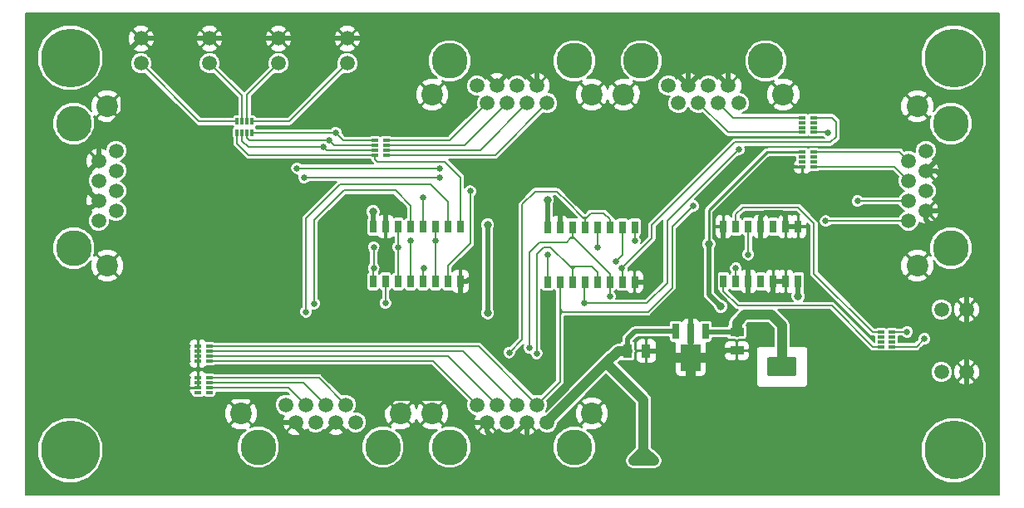
<source format=gtl>
G04 (created by PCBNEW (2013-07-07 BZR 4022)-stable) date 18/09/2013 13:55:04*
%MOIN*%
G04 Gerber Fmt 3.4, Leading zero omitted, Abs format*
%FSLAX34Y34*%
G01*
G70*
G90*
G04 APERTURE LIST*
%ADD10C,0.00590551*%
%ADD11R,0.025X0.05*%
%ADD12R,0.0256X0.0118*%
%ADD13R,0.0118X0.0256*%
%ADD14C,0.23622*%
%ADD15C,0.0590551*%
%ADD16R,0.035X0.055*%
%ADD17R,0.055X0.035*%
%ADD18C,0.1437*%
%ADD19C,0.0591*%
%ADD20C,0.0866142*%
%ADD21R,0.0276X0.063*%
%ADD22R,0.0276X0.0827*%
%ADD23R,0.0787X0.1083*%
%ADD24C,0.0314961*%
%ADD25C,0.0255906*%
%ADD26C,0.0393701*%
%ADD27C,0.019685*%
%ADD28C,0.00787402*%
%ADD29C,0.01*%
G04 APERTURE END LIST*
G54D10*
G54D11*
X35889Y-13466D03*
X35389Y-13466D03*
X34889Y-13466D03*
X34389Y-13466D03*
X33889Y-13466D03*
X33389Y-13466D03*
X32889Y-13466D03*
X32889Y-15666D03*
X33389Y-15666D03*
X33889Y-15666D03*
X34389Y-15666D03*
X34889Y-15666D03*
X35389Y-15666D03*
X35889Y-15666D03*
X18840Y-15666D03*
X19340Y-15666D03*
X19840Y-15666D03*
X20340Y-15666D03*
X20840Y-15666D03*
X21340Y-15666D03*
X21840Y-15666D03*
X22340Y-15666D03*
X22340Y-13466D03*
X21840Y-13466D03*
X21340Y-13466D03*
X20840Y-13466D03*
X20340Y-13466D03*
X19840Y-13466D03*
X19340Y-13466D03*
X18840Y-13466D03*
X25828Y-15686D03*
X26328Y-15686D03*
X26828Y-15686D03*
X27328Y-15686D03*
X27828Y-15686D03*
X28328Y-15686D03*
X28828Y-15686D03*
X29328Y-15686D03*
X29328Y-13486D03*
X28828Y-13486D03*
X28328Y-13486D03*
X27828Y-13486D03*
X27328Y-13486D03*
X26828Y-13486D03*
X26328Y-13486D03*
X25828Y-13486D03*
G54D12*
X18905Y-10000D03*
X18905Y-10197D03*
X18905Y-10394D03*
X18905Y-10591D03*
X19358Y-10591D03*
X19358Y-10394D03*
X19358Y-10197D03*
X19358Y-10000D03*
X11819Y-18267D03*
X11819Y-18464D03*
X11819Y-18661D03*
X11819Y-18858D03*
X12272Y-18858D03*
X12272Y-18661D03*
X12272Y-18464D03*
X12272Y-18267D03*
X36051Y-10472D03*
X36051Y-10669D03*
X36051Y-10866D03*
X36051Y-11063D03*
X36504Y-11063D03*
X36504Y-10866D03*
X36504Y-10669D03*
X36504Y-10472D03*
X39201Y-17697D03*
X39201Y-17894D03*
X39201Y-18091D03*
X39201Y-18288D03*
X39654Y-18288D03*
X39654Y-18091D03*
X39654Y-17894D03*
X39654Y-17697D03*
X11819Y-19547D03*
X11819Y-19744D03*
X11819Y-19941D03*
X11819Y-20138D03*
X12272Y-20138D03*
X12272Y-19941D03*
X12272Y-19744D03*
X12272Y-19547D03*
G54D13*
X13386Y-9696D03*
X13583Y-9696D03*
X13780Y-9696D03*
X13977Y-9696D03*
X13977Y-9243D03*
X13780Y-9243D03*
X13583Y-9243D03*
X13386Y-9243D03*
G54D12*
X36507Y-9684D03*
X36507Y-9487D03*
X36507Y-9290D03*
X36507Y-9093D03*
X36054Y-9093D03*
X36054Y-9290D03*
X36054Y-9487D03*
X36054Y-9684D03*
G54D14*
X6692Y-6692D03*
X6692Y-22440D03*
X42125Y-22440D03*
X42125Y-6692D03*
G54D15*
X41625Y-16791D03*
X42625Y-16791D03*
X9527Y-6917D03*
X9527Y-5917D03*
X41625Y-19311D03*
X42625Y-19311D03*
X12283Y-6917D03*
X12283Y-5917D03*
X15039Y-6917D03*
X15039Y-5917D03*
X17795Y-6917D03*
X17795Y-5917D03*
G54D16*
X29034Y-18464D03*
X29784Y-18464D03*
G54D17*
X33425Y-17695D03*
X33425Y-18445D03*
G54D18*
X21909Y-6811D03*
X26909Y-6811D03*
G54D19*
X23003Y-7811D03*
X23405Y-8511D03*
X23807Y-7811D03*
X24208Y-8511D03*
X24610Y-7811D03*
X25011Y-8511D03*
X25413Y-7811D03*
X25814Y-8511D03*
G54D20*
X21208Y-8161D03*
X27610Y-8161D03*
G54D18*
X6830Y-14330D03*
X6830Y-9330D03*
G54D19*
X7830Y-13236D03*
X8531Y-12834D03*
X7830Y-12433D03*
X8531Y-12031D03*
X7830Y-11629D03*
X8531Y-11228D03*
X7830Y-10826D03*
X8531Y-10425D03*
G54D20*
X8181Y-15031D03*
X8181Y-8629D03*
G54D18*
X42007Y-9330D03*
X42007Y-14330D03*
G54D19*
X41007Y-10425D03*
X40307Y-10826D03*
X41007Y-11228D03*
X40307Y-11629D03*
X41007Y-12031D03*
X40307Y-12433D03*
X41007Y-12834D03*
X40307Y-13236D03*
G54D20*
X40657Y-8629D03*
X40657Y-15031D03*
G54D18*
X19232Y-22322D03*
X14232Y-22322D03*
G54D19*
X18137Y-21322D03*
X17736Y-20622D03*
X17334Y-21322D03*
X16933Y-20622D03*
X16531Y-21322D03*
X16129Y-20622D03*
X15728Y-21322D03*
X15326Y-20622D03*
G54D20*
X19933Y-20972D03*
X13531Y-20972D03*
G54D18*
X29586Y-6811D03*
X34586Y-6811D03*
G54D19*
X30681Y-7811D03*
X31082Y-8511D03*
X31484Y-7811D03*
X31885Y-8511D03*
X32287Y-7811D03*
X32688Y-8511D03*
X33090Y-7811D03*
X33492Y-8511D03*
G54D20*
X28885Y-8161D03*
X35287Y-8161D03*
G54D18*
X26909Y-22322D03*
X21909Y-22322D03*
G54D19*
X25814Y-21322D03*
X25413Y-20622D03*
X25011Y-21322D03*
X24610Y-20622D03*
X24208Y-21322D03*
X23807Y-20622D03*
X23405Y-21322D03*
X23003Y-20622D03*
G54D20*
X27610Y-20972D03*
X21208Y-20972D03*
G54D21*
X32165Y-17677D03*
G54D22*
X31574Y-17775D03*
G54D21*
X30983Y-17677D03*
G54D23*
X31574Y-18720D03*
G54D24*
X29685Y-22460D03*
X29271Y-22874D03*
X30098Y-22874D03*
X29685Y-22874D03*
G54D25*
X28582Y-14862D03*
X16476Y-16555D03*
X16141Y-16889D03*
X31673Y-12637D03*
X37086Y-9685D03*
X33503Y-10374D03*
X27322Y-16535D03*
X19330Y-16535D03*
X20866Y-15137D03*
X28818Y-15137D03*
X25393Y-18562D03*
X25098Y-18326D03*
X28326Y-16259D03*
X24291Y-18523D03*
X17334Y-9696D03*
X20334Y-14035D03*
X17086Y-10000D03*
X22736Y-12047D03*
X20826Y-12303D03*
X16850Y-10275D03*
X25826Y-14586D03*
X33877Y-14586D03*
X18858Y-14291D03*
X18858Y-15137D03*
X33385Y-15137D03*
G54D24*
X32007Y-16653D03*
X31102Y-16653D03*
X31574Y-16653D03*
X33889Y-16267D03*
X30291Y-14212D03*
X24488Y-12834D03*
X26318Y-12834D03*
X29862Y-15688D03*
G54D25*
X21338Y-14035D03*
X29330Y-14035D03*
X19842Y-14291D03*
X27834Y-14291D03*
X40255Y-17696D03*
X21515Y-11496D03*
X16062Y-11496D03*
X38267Y-12440D03*
X15787Y-11122D03*
X21515Y-11122D03*
X36988Y-13248D03*
X40944Y-17972D03*
G54D24*
X34881Y-19251D03*
X35590Y-19251D03*
X23425Y-13385D03*
X23425Y-16929D03*
X25826Y-12401D03*
X32775Y-16673D03*
X35885Y-16259D03*
X32303Y-14153D03*
X18838Y-12854D03*
G54D26*
X29685Y-22460D02*
X29685Y-20433D01*
X29685Y-20433D02*
X28188Y-18937D01*
X25814Y-21322D02*
X25814Y-21311D01*
X25814Y-21311D02*
X28188Y-18937D01*
X28188Y-18937D02*
X28661Y-18464D01*
X28661Y-18464D02*
X29034Y-18464D01*
G54D27*
X30983Y-17677D02*
X29330Y-17677D01*
X29330Y-17677D02*
X29034Y-17973D01*
X29034Y-17973D02*
X29034Y-18464D01*
G54D26*
X29685Y-22460D02*
X30098Y-22874D01*
X30098Y-22874D02*
X29271Y-22874D01*
X29271Y-22874D02*
X29685Y-22460D01*
G54D27*
X29429Y-22716D02*
X29940Y-22716D01*
X30098Y-22874D02*
X29271Y-22874D01*
X29685Y-22460D02*
X29429Y-22716D01*
X29429Y-22716D02*
X29271Y-22874D01*
X30098Y-22874D02*
X29940Y-22716D01*
X29940Y-22716D02*
X29685Y-22460D01*
X29685Y-22460D02*
X29685Y-22440D01*
X29685Y-22440D02*
X29685Y-22598D01*
X29685Y-22598D02*
X29685Y-22874D01*
G54D28*
X28828Y-13486D02*
X28828Y-14616D01*
X28828Y-14616D02*
X28582Y-14862D01*
X12272Y-19547D02*
X16661Y-19547D01*
X16661Y-19547D02*
X17736Y-20622D01*
X20340Y-13466D02*
X20340Y-12624D01*
X16476Y-13208D02*
X16476Y-16555D01*
X17677Y-12007D02*
X16476Y-13208D01*
X19724Y-12007D02*
X17677Y-12007D01*
X20340Y-12624D02*
X19724Y-12007D01*
X12272Y-19744D02*
X16055Y-19744D01*
X16055Y-19744D02*
X16933Y-20622D01*
X21840Y-12470D02*
X21840Y-13466D01*
X21141Y-11771D02*
X21840Y-12470D01*
X17519Y-11771D02*
X21141Y-11771D01*
X16141Y-13149D02*
X17519Y-11771D01*
X16141Y-16889D02*
X16141Y-13149D01*
X12272Y-19941D02*
X15449Y-19941D01*
X15449Y-19941D02*
X16129Y-20622D01*
X30826Y-15925D02*
X30826Y-13484D01*
X30826Y-13484D02*
X31673Y-12637D01*
X26417Y-16889D02*
X26417Y-16909D01*
X26417Y-16909D02*
X26328Y-16998D01*
X26417Y-16889D02*
X26417Y-16870D01*
X26417Y-16870D02*
X26328Y-16781D01*
X29862Y-16889D02*
X30826Y-15925D01*
X26328Y-16889D02*
X26417Y-16889D01*
X26417Y-16889D02*
X29862Y-16889D01*
X26328Y-15686D02*
X26328Y-16781D01*
X26328Y-16781D02*
X26328Y-16889D01*
X26328Y-16889D02*
X26328Y-16998D01*
X26328Y-16998D02*
X26328Y-19706D01*
X26328Y-19706D02*
X25413Y-20622D01*
X12272Y-18267D02*
X23059Y-18267D01*
X23059Y-18267D02*
X25413Y-20622D01*
X29192Y-16535D02*
X29822Y-16535D01*
X30629Y-15728D02*
X30629Y-13248D01*
X29822Y-16535D02*
X30629Y-15728D01*
X30846Y-13031D02*
X30629Y-13248D01*
X37086Y-9684D02*
X37086Y-9685D01*
X36507Y-9684D02*
X37086Y-9684D01*
X30846Y-13031D02*
X33503Y-10374D01*
X29173Y-16535D02*
X29192Y-16535D01*
X29074Y-16535D02*
X27322Y-16535D01*
X29074Y-16535D02*
X29173Y-16535D01*
X27322Y-16535D02*
X27322Y-15692D01*
X27322Y-15692D02*
X27328Y-15686D01*
X19340Y-15666D02*
X19340Y-16525D01*
X19340Y-16525D02*
X19330Y-16535D01*
X36507Y-9093D02*
X37243Y-9093D01*
X37185Y-10078D02*
X33326Y-10078D01*
X37401Y-9862D02*
X37185Y-10078D01*
X37401Y-9251D02*
X37401Y-9862D01*
X37243Y-9093D02*
X37401Y-9251D01*
X30019Y-13937D02*
X28818Y-15137D01*
X30019Y-13385D02*
X30019Y-13937D01*
X33326Y-10078D02*
X30019Y-13385D01*
X28828Y-15686D02*
X28828Y-15147D01*
X20840Y-15163D02*
X20840Y-15666D01*
X20866Y-15137D02*
X20840Y-15163D01*
X28828Y-15147D02*
X28818Y-15137D01*
X25393Y-16811D02*
X25393Y-18562D01*
X25669Y-14291D02*
X25393Y-14566D01*
X26732Y-15078D02*
X25944Y-14291D01*
X25393Y-16811D02*
X25393Y-14566D01*
X25944Y-14291D02*
X25669Y-14291D01*
X12272Y-18464D02*
X22453Y-18464D01*
X22453Y-18464D02*
X24610Y-20622D01*
X26828Y-15175D02*
X26832Y-15175D01*
X26832Y-15175D02*
X26929Y-15078D01*
X26828Y-15196D02*
X26828Y-15175D01*
X26828Y-15175D02*
X26732Y-15078D01*
X26828Y-15078D02*
X26732Y-15078D01*
X27598Y-15078D02*
X26929Y-15078D01*
X27828Y-15309D02*
X27598Y-15078D01*
X27828Y-15686D02*
X27828Y-15309D01*
X26929Y-15078D02*
X26828Y-15078D01*
X26828Y-15686D02*
X26828Y-15196D01*
X26828Y-15196D02*
X26828Y-15078D01*
X26909Y-13937D02*
X26751Y-13937D01*
X26828Y-13856D02*
X26828Y-13860D01*
X26828Y-13860D02*
X26751Y-13937D01*
X26751Y-13937D02*
X26594Y-14094D01*
X26594Y-14094D02*
X25511Y-14094D01*
X25098Y-14507D02*
X25098Y-16692D01*
X25511Y-14094D02*
X25098Y-14507D01*
X26828Y-13486D02*
X26828Y-13856D01*
X28328Y-15356D02*
X26909Y-13937D01*
X26909Y-13937D02*
X26828Y-13856D01*
X28328Y-15356D02*
X28328Y-15686D01*
X25098Y-16692D02*
X25098Y-18326D01*
X12272Y-18661D02*
X21847Y-18661D01*
X21847Y-18661D02*
X23807Y-20622D01*
X28328Y-15686D02*
X28328Y-16257D01*
X28328Y-16257D02*
X28326Y-16259D01*
X25098Y-16692D02*
X25098Y-16693D01*
X26206Y-12061D02*
X25340Y-12061D01*
X25340Y-12061D02*
X25334Y-12066D01*
X24822Y-13248D02*
X24822Y-12578D01*
X24822Y-17992D02*
X24822Y-13661D01*
X24291Y-18523D02*
X24822Y-17992D01*
X24822Y-13661D02*
X24822Y-13248D01*
X24822Y-12578D02*
X25334Y-12066D01*
X26206Y-12061D02*
X26625Y-12480D01*
X26625Y-12480D02*
X27255Y-13110D01*
X27401Y-13110D02*
X27255Y-13110D01*
X27255Y-13110D02*
X27328Y-13183D01*
X12272Y-18858D02*
X21240Y-18858D01*
X21240Y-18858D02*
X23003Y-20622D01*
X27328Y-13486D02*
X27328Y-13183D01*
X28328Y-13171D02*
X28328Y-13486D01*
X27328Y-13183D02*
X27401Y-13110D01*
X27401Y-13110D02*
X27578Y-12933D01*
X27578Y-12933D02*
X28090Y-12933D01*
X28090Y-12933D02*
X28328Y-13171D01*
X18905Y-10000D02*
X17638Y-10000D01*
X17638Y-10000D02*
X17334Y-9696D01*
X17334Y-9696D02*
X14479Y-9696D01*
X14479Y-9696D02*
X13977Y-9696D01*
X17638Y-10000D02*
X17334Y-9696D01*
X20340Y-15666D02*
X20340Y-14041D01*
X20340Y-14041D02*
X20334Y-14035D01*
X17086Y-10000D02*
X13877Y-10000D01*
X13877Y-10000D02*
X13780Y-9902D01*
X13780Y-9902D02*
X13780Y-9696D01*
X18905Y-10197D02*
X17283Y-10197D01*
X17283Y-10197D02*
X17086Y-10000D01*
X21840Y-15029D02*
X22736Y-14133D01*
X22736Y-14133D02*
X22736Y-12047D01*
X21840Y-15666D02*
X21840Y-15029D01*
X20826Y-12303D02*
X20840Y-12316D01*
X20840Y-13466D02*
X20840Y-12316D01*
X16850Y-10275D02*
X13838Y-10275D01*
X13583Y-10020D02*
X13583Y-9696D01*
X13838Y-10275D02*
X13583Y-10020D01*
X18905Y-10394D02*
X16969Y-10394D01*
X16969Y-10394D02*
X16850Y-10275D01*
X19015Y-10866D02*
X18905Y-10756D01*
X22340Y-11948D02*
X22340Y-11494D01*
X21712Y-10866D02*
X19015Y-10866D01*
X22340Y-11494D02*
X21712Y-10866D01*
X18905Y-10591D02*
X13839Y-10591D01*
X13386Y-10138D02*
X13386Y-9696D01*
X13839Y-10591D02*
X13386Y-10138D01*
X22340Y-13466D02*
X22340Y-11948D01*
X18905Y-10591D02*
X18905Y-10756D01*
X36504Y-10472D02*
X39953Y-10472D01*
X39953Y-10472D02*
X40307Y-10826D01*
X25826Y-14586D02*
X25826Y-15684D01*
X25826Y-15684D02*
X25828Y-15686D01*
X33889Y-13466D02*
X33889Y-14574D01*
X33889Y-14574D02*
X33877Y-14586D01*
X36504Y-11063D02*
X39740Y-11063D01*
X39740Y-11063D02*
X40307Y-11629D01*
X18858Y-15137D02*
X18858Y-14291D01*
X33389Y-15666D02*
X33389Y-15141D01*
X18840Y-15155D02*
X18840Y-15666D01*
X18858Y-15137D02*
X18840Y-15155D01*
X33389Y-15141D02*
X33385Y-15137D01*
G54D27*
X31574Y-18720D02*
X30531Y-18720D01*
X30531Y-18720D02*
X30275Y-18464D01*
X30275Y-18464D02*
X29784Y-18464D01*
X31574Y-18720D02*
X32697Y-18720D01*
X32697Y-18720D02*
X32971Y-18445D01*
X32971Y-18445D02*
X33425Y-18445D01*
G54D26*
X31574Y-18720D02*
X31574Y-20078D01*
X31574Y-18720D02*
X32500Y-18720D01*
X32500Y-18720D02*
X32519Y-18700D01*
X31574Y-18720D02*
X30570Y-18720D01*
X30570Y-18720D02*
X30551Y-18700D01*
G54D27*
X31574Y-17204D02*
X31574Y-17086D01*
X31574Y-17086D02*
X32007Y-16653D01*
X31574Y-17775D02*
X31574Y-17204D01*
X31574Y-17204D02*
X31574Y-17125D01*
X31574Y-17125D02*
X31102Y-16653D01*
X31574Y-17775D02*
X31574Y-16653D01*
X33090Y-7811D02*
X33090Y-6397D01*
X41606Y-10629D02*
X41007Y-11228D01*
X42755Y-10629D02*
X41606Y-10629D01*
X43385Y-10000D02*
X42755Y-10629D01*
X43385Y-8779D02*
X43385Y-10000D01*
X42834Y-8228D02*
X43385Y-8779D01*
X41417Y-8228D02*
X42834Y-8228D01*
X38503Y-5314D02*
X41417Y-8228D01*
X38307Y-5314D02*
X38503Y-5314D01*
X34173Y-5314D02*
X38307Y-5314D01*
X33090Y-6397D02*
X34173Y-5314D01*
X30118Y-7795D02*
X30118Y-8622D01*
X24488Y-11496D02*
X24488Y-12834D01*
X24488Y-10748D02*
X24488Y-11496D01*
X25275Y-9960D02*
X24488Y-10748D01*
X28779Y-9960D02*
X25275Y-9960D01*
X30118Y-8622D02*
X28779Y-9960D01*
X25413Y-7811D02*
X25413Y-6279D01*
X31484Y-6956D02*
X31484Y-7811D01*
X29921Y-5393D02*
X31484Y-6956D01*
X26299Y-5393D02*
X29921Y-5393D01*
X25413Y-6279D02*
X26299Y-5393D01*
X24488Y-12834D02*
X23385Y-12834D01*
X22620Y-15666D02*
X22340Y-15666D01*
X23031Y-15255D02*
X22620Y-15666D01*
X23031Y-13188D02*
X23031Y-15255D01*
X23385Y-12834D02*
X23031Y-13188D01*
X33889Y-16267D02*
X34696Y-16267D01*
X34889Y-16074D02*
X34889Y-15666D01*
X34696Y-16267D02*
X34889Y-16074D01*
X35389Y-13466D02*
X35389Y-13047D01*
X34389Y-13051D02*
X34389Y-13466D01*
X34527Y-12913D02*
X34389Y-13051D01*
X35255Y-12913D02*
X34527Y-12913D01*
X35389Y-13047D02*
X35255Y-12913D01*
X35389Y-15666D02*
X34889Y-15666D01*
X35889Y-13466D02*
X35389Y-13466D01*
X33889Y-16267D02*
X33889Y-15666D01*
X29862Y-14641D02*
X29862Y-15688D01*
X30291Y-14212D02*
X29862Y-14641D01*
X19055Y-12362D02*
X18622Y-12362D01*
X18248Y-16594D02*
X18799Y-17145D01*
X18248Y-12736D02*
X18248Y-16594D01*
X18622Y-12362D02*
X18248Y-12736D01*
X19340Y-13466D02*
X19340Y-12647D01*
X19340Y-12647D02*
X19055Y-12362D01*
X22340Y-16438D02*
X21633Y-17145D01*
X22340Y-15666D02*
X22340Y-16438D01*
X21633Y-17145D02*
X18799Y-17145D01*
X19055Y-12362D02*
X19340Y-12647D01*
X26328Y-13486D02*
X26328Y-12844D01*
X26328Y-12844D02*
X26318Y-12834D01*
X29328Y-15686D02*
X29859Y-15686D01*
X29859Y-15686D02*
X29862Y-15688D01*
G54D29*
X32889Y-13466D02*
X32889Y-12740D01*
X34566Y-11063D02*
X36051Y-11063D01*
X32889Y-12740D02*
X34566Y-11063D01*
X11023Y-20492D02*
X11200Y-20669D01*
X11200Y-20669D02*
X11240Y-20669D01*
X11023Y-20492D02*
X11003Y-20492D01*
X11003Y-20492D02*
X10826Y-20669D01*
X11819Y-19941D02*
X11357Y-19941D01*
X11023Y-20275D02*
X11023Y-20492D01*
X11023Y-20492D02*
X11023Y-20669D01*
X11357Y-19941D02*
X11023Y-20275D01*
X11819Y-19941D02*
X11819Y-19744D01*
X11819Y-19547D02*
X11819Y-19744D01*
X11819Y-18858D02*
X11819Y-19547D01*
X11819Y-18661D02*
X11819Y-18858D01*
X11819Y-18464D02*
X11819Y-18661D01*
X11819Y-18267D02*
X11819Y-18464D01*
G54D27*
X15728Y-21322D02*
X15082Y-21322D01*
X12657Y-20669D02*
X11240Y-20669D01*
X13011Y-20314D02*
X12657Y-20669D01*
X14074Y-20314D02*
X13011Y-20314D01*
X15082Y-21322D02*
X14074Y-20314D01*
X11240Y-20669D02*
X11023Y-20669D01*
X11023Y-20669D02*
X10826Y-20669D01*
X10826Y-20669D02*
X10669Y-20669D01*
X10669Y-20669D02*
X10433Y-20669D01*
X10433Y-20669D02*
X10393Y-20629D01*
X7047Y-12716D02*
X7547Y-12716D01*
X5885Y-13877D02*
X7047Y-12716D01*
X5885Y-15354D02*
X5885Y-13877D01*
X7547Y-12716D02*
X7830Y-12433D01*
X5885Y-16122D02*
X5885Y-15354D01*
X10275Y-20511D02*
X5885Y-16122D01*
X10393Y-20629D02*
X10275Y-20511D01*
X15728Y-21322D02*
X15728Y-21496D01*
X16767Y-21889D02*
X17334Y-21322D01*
X16122Y-21889D02*
X16767Y-21889D01*
X15728Y-21496D02*
X16122Y-21889D01*
X21811Y-20354D02*
X19685Y-20354D01*
X22779Y-21322D02*
X21811Y-20354D01*
X23405Y-21322D02*
X22779Y-21322D01*
X17862Y-21850D02*
X17334Y-21322D01*
X18326Y-21850D02*
X17862Y-21850D01*
X19055Y-21122D02*
X18326Y-21850D01*
X19055Y-20984D02*
X19055Y-21122D01*
X19685Y-20354D02*
X19055Y-20984D01*
X39153Y-23307D02*
X26279Y-23307D01*
X42625Y-19834D02*
X39153Y-23307D01*
X42625Y-19311D02*
X42625Y-19834D01*
X25011Y-22039D02*
X26279Y-23307D01*
X25011Y-22039D02*
X25011Y-21322D01*
X41007Y-11216D02*
X41007Y-11228D01*
X31484Y-7811D02*
X31484Y-7807D01*
X31484Y-7807D02*
X32007Y-7283D01*
X32007Y-7283D02*
X32562Y-7283D01*
X32562Y-7283D02*
X33090Y-7811D01*
X30956Y-7283D02*
X31484Y-7811D01*
X30118Y-7814D02*
X30118Y-7795D01*
X30118Y-7795D02*
X30118Y-7598D01*
X30118Y-7598D02*
X30433Y-7283D01*
X30433Y-7283D02*
X30956Y-7283D01*
X23807Y-7811D02*
X23807Y-7748D01*
X24826Y-7224D02*
X25413Y-7811D01*
X24330Y-7224D02*
X24826Y-7224D01*
X23807Y-7748D02*
X24330Y-7224D01*
X17795Y-5917D02*
X21543Y-5917D01*
X22992Y-6996D02*
X23807Y-7811D01*
X22992Y-6574D02*
X22992Y-6996D01*
X22283Y-5866D02*
X22992Y-6574D01*
X21594Y-5866D02*
X22283Y-5866D01*
X21543Y-5917D02*
X21594Y-5866D01*
X15039Y-5917D02*
X17795Y-5917D01*
X12283Y-5917D02*
X15039Y-5917D01*
X9527Y-5917D02*
X12283Y-5917D01*
X7830Y-10826D02*
X7830Y-9866D01*
X8818Y-6625D02*
X9527Y-5917D01*
X8818Y-8877D02*
X8818Y-6625D01*
X7830Y-9866D02*
X8818Y-8877D01*
X31574Y-19075D02*
X31574Y-18130D01*
X34035Y-14940D02*
X33700Y-14940D01*
X7830Y-12433D02*
X7807Y-12433D01*
X7204Y-11452D02*
X7830Y-10826D01*
X7204Y-11830D02*
X7204Y-11452D01*
X7807Y-12433D02*
X7204Y-11830D01*
X25011Y-21322D02*
X25011Y-21326D01*
X23661Y-21948D02*
X24389Y-21948D01*
X23405Y-21692D02*
X23661Y-21948D01*
X23405Y-21322D02*
X23405Y-21692D01*
X25011Y-21326D02*
X24389Y-21948D01*
X42625Y-19311D02*
X42625Y-16791D01*
X42625Y-16791D02*
X42625Y-15169D01*
X41007Y-13212D02*
X41007Y-12834D01*
X41141Y-13346D02*
X41007Y-13212D01*
X42440Y-13346D02*
X41141Y-13346D01*
X42992Y-13897D02*
X42440Y-13346D01*
X42992Y-14803D02*
X42992Y-13897D01*
X42625Y-15169D02*
X42992Y-14803D01*
X41007Y-11228D02*
X41444Y-11228D01*
X41496Y-12834D02*
X41007Y-12834D01*
X41830Y-12500D02*
X41496Y-12834D01*
X41830Y-11614D02*
X41830Y-12500D01*
X41444Y-11228D02*
X41830Y-11614D01*
X32889Y-13466D02*
X32889Y-14129D01*
X32889Y-14129D02*
X33700Y-14940D01*
X33700Y-14940D02*
X33889Y-15129D01*
X34389Y-13466D02*
X34389Y-14586D01*
X34389Y-14586D02*
X34035Y-14940D01*
X33889Y-15086D02*
X33889Y-15129D01*
X33889Y-15129D02*
X33889Y-15666D01*
X34035Y-14940D02*
X33889Y-15086D01*
G54D28*
X19358Y-10000D02*
X21917Y-10000D01*
X21917Y-10000D02*
X23405Y-8511D01*
X32889Y-15666D02*
X32889Y-16059D01*
X37224Y-16633D02*
X38878Y-18288D01*
X33464Y-16633D02*
X37224Y-16633D01*
X32889Y-16059D02*
X33464Y-16633D01*
X39201Y-18288D02*
X38878Y-18288D01*
X39201Y-17697D02*
X38858Y-17697D01*
X33389Y-12968D02*
X33389Y-13466D01*
X33661Y-12696D02*
X33389Y-12968D01*
X35866Y-12696D02*
X33661Y-12696D01*
X36515Y-13346D02*
X35866Y-12696D01*
X36515Y-15354D02*
X36515Y-13346D01*
X38858Y-17697D02*
X36515Y-15354D01*
X13780Y-9243D02*
X13780Y-8176D01*
X13780Y-8176D02*
X15039Y-6917D01*
X13583Y-9243D02*
X13583Y-8216D01*
X13583Y-8216D02*
X12283Y-6917D01*
X13386Y-9243D02*
X11853Y-9243D01*
X11853Y-9243D02*
X9527Y-6917D01*
X13977Y-9243D02*
X15469Y-9243D01*
X15469Y-9243D02*
X17795Y-6917D01*
X19358Y-10591D02*
X23735Y-10591D01*
X23735Y-10591D02*
X25814Y-8511D01*
X21340Y-15666D02*
X21340Y-14037D01*
X21340Y-14037D02*
X21338Y-14035D01*
X29328Y-13486D02*
X29328Y-14033D01*
X21340Y-14033D02*
X21340Y-13466D01*
X21338Y-14035D02*
X21340Y-14033D01*
X29328Y-14033D02*
X29330Y-14035D01*
X19840Y-15666D02*
X19840Y-14293D01*
X19840Y-14293D02*
X19842Y-14291D01*
X19840Y-14289D02*
X19840Y-13466D01*
X19842Y-14291D02*
X19840Y-14289D01*
X27828Y-13486D02*
X27828Y-14285D01*
X27828Y-14285D02*
X27834Y-14291D01*
X19358Y-10394D02*
X23129Y-10394D01*
X23129Y-10394D02*
X25011Y-8511D01*
X39654Y-17697D02*
X40255Y-17697D01*
X40255Y-17697D02*
X40255Y-17696D01*
X19358Y-10197D02*
X22523Y-10197D01*
X22523Y-10197D02*
X24208Y-8511D01*
X36054Y-9684D02*
X33058Y-9684D01*
X33058Y-9684D02*
X31885Y-8511D01*
X36054Y-9093D02*
X33270Y-9093D01*
X33270Y-9093D02*
X32688Y-8511D01*
X21515Y-11496D02*
X16062Y-11496D01*
X38275Y-12433D02*
X40307Y-12433D01*
X38267Y-12440D02*
X38275Y-12433D01*
X16082Y-11122D02*
X15787Y-11122D01*
X16082Y-11122D02*
X16102Y-11122D01*
X21515Y-11122D02*
X16082Y-11122D01*
X37000Y-13236D02*
X40307Y-13236D01*
X36988Y-13248D02*
X37000Y-13236D01*
X39654Y-18288D02*
X40629Y-18288D01*
X40629Y-18288D02*
X40944Y-17972D01*
G54D26*
X35236Y-18897D02*
X35590Y-19251D01*
X35236Y-18897D02*
X34881Y-19251D01*
X33858Y-17007D02*
X34803Y-17007D01*
X34803Y-17007D02*
X35236Y-17440D01*
X35236Y-17440D02*
X35236Y-18897D01*
X35236Y-18897D02*
X35236Y-18937D01*
X33858Y-17007D02*
X33740Y-17007D01*
X33740Y-17007D02*
X33425Y-17322D01*
X33425Y-17322D02*
X33425Y-17695D01*
G54D27*
X33425Y-17695D02*
X32184Y-17695D01*
X32184Y-17695D02*
X32165Y-17677D01*
G54D26*
X35590Y-19251D02*
X34881Y-19251D01*
G54D27*
X35236Y-19251D02*
X35236Y-18937D01*
X34881Y-19251D02*
X35236Y-19251D01*
X35236Y-19251D02*
X35590Y-19251D01*
X34823Y-19193D02*
X34881Y-19251D01*
X23425Y-13385D02*
X23425Y-16929D01*
X25828Y-13486D02*
X25828Y-12403D01*
X25828Y-12403D02*
X25826Y-12401D01*
X32303Y-16200D02*
X32775Y-16673D01*
X32303Y-14153D02*
X32303Y-16200D01*
X35889Y-16255D02*
X35889Y-15666D01*
X35885Y-16259D02*
X35889Y-16255D01*
G54D29*
X36051Y-10472D02*
X34645Y-10472D01*
X34645Y-10472D02*
X32303Y-12814D01*
X32303Y-12814D02*
X32303Y-14153D01*
G54D27*
X18840Y-12856D02*
X18838Y-12854D01*
X18840Y-13466D02*
X18840Y-12856D01*
G54D10*
G36*
X27002Y-13107D02*
X26981Y-13098D01*
X26926Y-13098D01*
X26676Y-13098D01*
X26658Y-13106D01*
X26656Y-13100D01*
X26589Y-13033D01*
X26501Y-12997D01*
X26408Y-12997D01*
X26348Y-13057D01*
X26348Y-13466D01*
X26356Y-13466D01*
X26356Y-13506D01*
X26348Y-13506D01*
X26348Y-13514D01*
X26309Y-13514D01*
X26309Y-13506D01*
X26301Y-13506D01*
X26301Y-13466D01*
X26309Y-13466D01*
X26309Y-13057D01*
X26249Y-12997D01*
X26156Y-12997D01*
X26068Y-13033D01*
X26064Y-13036D01*
X26064Y-12581D01*
X26076Y-12569D01*
X26121Y-12460D01*
X26122Y-12343D01*
X26078Y-12238D01*
X26133Y-12238D01*
X26500Y-12605D01*
X27002Y-13107D01*
X27002Y-13107D01*
G37*
G54D28*
X27002Y-13107D02*
X26981Y-13098D01*
X26926Y-13098D01*
X26676Y-13098D01*
X26658Y-13106D01*
X26656Y-13100D01*
X26589Y-13033D01*
X26501Y-12997D01*
X26408Y-12997D01*
X26348Y-13057D01*
X26348Y-13466D01*
X26356Y-13466D01*
X26356Y-13506D01*
X26348Y-13506D01*
X26348Y-13514D01*
X26309Y-13514D01*
X26309Y-13506D01*
X26301Y-13506D01*
X26301Y-13466D01*
X26309Y-13466D01*
X26309Y-13057D01*
X26249Y-12997D01*
X26156Y-12997D01*
X26068Y-13033D01*
X26064Y-13036D01*
X26064Y-12581D01*
X26076Y-12569D01*
X26121Y-12460D01*
X26122Y-12343D01*
X26078Y-12238D01*
X26133Y-12238D01*
X26500Y-12605D01*
X27002Y-13107D01*
G54D10*
G36*
X30463Y-13192D02*
X30452Y-13248D01*
X30452Y-15654D01*
X29749Y-16358D01*
X29693Y-16358D01*
X29693Y-15889D01*
X29693Y-15484D01*
X29693Y-15388D01*
X29656Y-15300D01*
X29589Y-15233D01*
X29501Y-15197D01*
X29408Y-15197D01*
X29348Y-15257D01*
X29348Y-15666D01*
X29633Y-15666D01*
X29693Y-15607D01*
X29693Y-15484D01*
X29693Y-15889D01*
X29693Y-15766D01*
X29633Y-15706D01*
X29348Y-15706D01*
X29348Y-16116D01*
X29408Y-16175D01*
X29501Y-16176D01*
X29589Y-16139D01*
X29656Y-16072D01*
X29693Y-15984D01*
X29693Y-15889D01*
X29693Y-16358D01*
X29192Y-16358D01*
X29173Y-16358D01*
X29074Y-16358D01*
X28573Y-16358D01*
X28592Y-16312D01*
X28592Y-16207D01*
X28552Y-16109D01*
X28506Y-16063D01*
X28531Y-16053D01*
X28570Y-16014D01*
X28578Y-15994D01*
X28586Y-16014D01*
X28625Y-16053D01*
X28676Y-16074D01*
X28731Y-16074D01*
X28981Y-16074D01*
X28998Y-16067D01*
X29000Y-16072D01*
X29068Y-16139D01*
X29156Y-16176D01*
X29249Y-16175D01*
X29309Y-16116D01*
X29309Y-15706D01*
X29301Y-15706D01*
X29301Y-15666D01*
X29309Y-15666D01*
X29309Y-15257D01*
X29249Y-15197D01*
X29156Y-15197D01*
X29068Y-15233D01*
X29065Y-15236D01*
X29084Y-15190D01*
X29084Y-15122D01*
X30144Y-14062D01*
X30183Y-14004D01*
X30196Y-13937D01*
X30196Y-13459D01*
X30463Y-13192D01*
X30463Y-13192D01*
G37*
G54D28*
X30463Y-13192D02*
X30452Y-13248D01*
X30452Y-15654D01*
X29749Y-16358D01*
X29693Y-16358D01*
X29693Y-15889D01*
X29693Y-15484D01*
X29693Y-15388D01*
X29656Y-15300D01*
X29589Y-15233D01*
X29501Y-15197D01*
X29408Y-15197D01*
X29348Y-15257D01*
X29348Y-15666D01*
X29633Y-15666D01*
X29693Y-15607D01*
X29693Y-15484D01*
X29693Y-15889D01*
X29693Y-15766D01*
X29633Y-15706D01*
X29348Y-15706D01*
X29348Y-16116D01*
X29408Y-16175D01*
X29501Y-16176D01*
X29589Y-16139D01*
X29656Y-16072D01*
X29693Y-15984D01*
X29693Y-15889D01*
X29693Y-16358D01*
X29192Y-16358D01*
X29173Y-16358D01*
X29074Y-16358D01*
X28573Y-16358D01*
X28592Y-16312D01*
X28592Y-16207D01*
X28552Y-16109D01*
X28506Y-16063D01*
X28531Y-16053D01*
X28570Y-16014D01*
X28578Y-15994D01*
X28586Y-16014D01*
X28625Y-16053D01*
X28676Y-16074D01*
X28731Y-16074D01*
X28981Y-16074D01*
X28998Y-16067D01*
X29000Y-16072D01*
X29068Y-16139D01*
X29156Y-16176D01*
X29249Y-16175D01*
X29309Y-16116D01*
X29309Y-15706D01*
X29301Y-15706D01*
X29301Y-15666D01*
X29309Y-15666D01*
X29309Y-15257D01*
X29249Y-15197D01*
X29156Y-15197D01*
X29068Y-15233D01*
X29065Y-15236D01*
X29084Y-15190D01*
X29084Y-15122D01*
X30144Y-14062D01*
X30183Y-14004D01*
X30196Y-13937D01*
X30196Y-13459D01*
X30463Y-13192D01*
G54D10*
G36*
X43927Y-24242D02*
X43445Y-24242D01*
X43445Y-22179D01*
X43445Y-6431D01*
X43244Y-5946D01*
X42874Y-5575D01*
X42389Y-5374D01*
X41864Y-5373D01*
X41379Y-5574D01*
X41008Y-5944D01*
X40807Y-6429D01*
X40806Y-6954D01*
X41007Y-7439D01*
X41377Y-7810D01*
X41862Y-8011D01*
X42387Y-8012D01*
X42872Y-7811D01*
X43243Y-7440D01*
X43444Y-6956D01*
X43445Y-6431D01*
X43445Y-22179D01*
X43244Y-21694D01*
X43160Y-21610D01*
X43160Y-19206D01*
X43160Y-16686D01*
X43080Y-16489D01*
X43078Y-16487D01*
X42982Y-16462D01*
X42954Y-16490D01*
X42954Y-16434D01*
X42930Y-16339D01*
X42864Y-16311D01*
X42864Y-14161D01*
X42864Y-9161D01*
X42734Y-8846D01*
X42493Y-8605D01*
X42178Y-8474D01*
X41838Y-8474D01*
X41523Y-8604D01*
X41307Y-8819D01*
X41328Y-8770D01*
X41331Y-8503D01*
X41231Y-8255D01*
X41223Y-8243D01*
X41113Y-8201D01*
X41085Y-8229D01*
X41085Y-8173D01*
X41044Y-8063D01*
X40798Y-7958D01*
X40530Y-7956D01*
X40282Y-8055D01*
X40270Y-8063D01*
X40229Y-8173D01*
X40657Y-8602D01*
X41085Y-8173D01*
X41085Y-8229D01*
X40685Y-8629D01*
X41113Y-9058D01*
X41208Y-9022D01*
X41151Y-9159D01*
X41151Y-9500D01*
X41281Y-9815D01*
X41522Y-10056D01*
X41836Y-10186D01*
X42177Y-10187D01*
X42492Y-10057D01*
X42733Y-9816D01*
X42864Y-9501D01*
X42864Y-9161D01*
X42864Y-14161D01*
X42734Y-13846D01*
X42493Y-13605D01*
X42178Y-13474D01*
X41838Y-13474D01*
X41543Y-13596D01*
X41543Y-12729D01*
X41543Y-11123D01*
X41462Y-10926D01*
X41460Y-10923D01*
X41364Y-10899D01*
X41035Y-11228D01*
X41364Y-11557D01*
X41460Y-11532D01*
X41542Y-11336D01*
X41543Y-11123D01*
X41543Y-12729D01*
X41462Y-12533D01*
X41460Y-12530D01*
X41441Y-12525D01*
X41441Y-11945D01*
X41375Y-11786D01*
X41282Y-11693D01*
X41309Y-11682D01*
X41312Y-11680D01*
X41336Y-11585D01*
X41007Y-11256D01*
X41002Y-11261D01*
X40974Y-11233D01*
X40980Y-11228D01*
X40974Y-11222D01*
X41002Y-11194D01*
X41007Y-11200D01*
X41336Y-10871D01*
X41312Y-10775D01*
X41282Y-10763D01*
X41374Y-10670D01*
X41441Y-10511D01*
X41441Y-10339D01*
X41375Y-10180D01*
X41253Y-10058D01*
X41094Y-9991D01*
X41085Y-9991D01*
X41085Y-9086D01*
X40657Y-8657D01*
X40629Y-8685D01*
X40629Y-8629D01*
X40201Y-8201D01*
X40091Y-8243D01*
X39986Y-8489D01*
X39983Y-8756D01*
X40083Y-9004D01*
X40091Y-9016D01*
X40201Y-9058D01*
X40629Y-8629D01*
X40629Y-8685D01*
X40229Y-9086D01*
X40270Y-9195D01*
X40516Y-9300D01*
X40784Y-9303D01*
X41032Y-9203D01*
X41044Y-9195D01*
X41085Y-9086D01*
X41085Y-9991D01*
X40922Y-9991D01*
X40762Y-10057D01*
X40640Y-10179D01*
X40574Y-10338D01*
X40574Y-10481D01*
X40552Y-10459D01*
X40393Y-10393D01*
X40221Y-10393D01*
X40152Y-10421D01*
X40078Y-10347D01*
X40020Y-10309D01*
X39953Y-10295D01*
X37578Y-10295D01*
X37578Y-9862D01*
X37578Y-9251D01*
X37565Y-9184D01*
X37526Y-9126D01*
X37368Y-8968D01*
X37311Y-8930D01*
X37243Y-8916D01*
X36710Y-8916D01*
X36663Y-8896D01*
X36608Y-8896D01*
X36352Y-8896D01*
X36301Y-8917D01*
X36281Y-8938D01*
X36260Y-8918D01*
X36210Y-8896D01*
X36155Y-8896D01*
X35961Y-8896D01*
X35961Y-8034D01*
X35861Y-7786D01*
X35853Y-7774D01*
X35743Y-7733D01*
X35715Y-7760D01*
X35715Y-7705D01*
X35674Y-7595D01*
X35428Y-7490D01*
X35160Y-7487D01*
X35094Y-7514D01*
X35312Y-7296D01*
X35442Y-6982D01*
X35443Y-6641D01*
X35312Y-6326D01*
X35072Y-6085D01*
X34757Y-5954D01*
X34417Y-5954D01*
X34102Y-6084D01*
X33861Y-6325D01*
X33730Y-6639D01*
X33730Y-6980D01*
X33860Y-7295D01*
X34100Y-7536D01*
X34415Y-7667D01*
X34756Y-7667D01*
X34894Y-7610D01*
X34859Y-7705D01*
X35287Y-8133D01*
X35715Y-7705D01*
X35715Y-7760D01*
X35315Y-8161D01*
X35743Y-8589D01*
X35853Y-8548D01*
X35958Y-8302D01*
X35961Y-8034D01*
X35961Y-8896D01*
X35899Y-8896D01*
X35851Y-8916D01*
X35715Y-8916D01*
X35715Y-8617D01*
X35287Y-8189D01*
X35259Y-8217D01*
X35259Y-8161D01*
X34831Y-7733D01*
X34721Y-7774D01*
X34616Y-8020D01*
X34613Y-8288D01*
X34713Y-8536D01*
X34721Y-8548D01*
X34831Y-8589D01*
X35259Y-8161D01*
X35259Y-8217D01*
X34859Y-8617D01*
X34900Y-8727D01*
X35146Y-8832D01*
X35414Y-8835D01*
X35662Y-8735D01*
X35674Y-8727D01*
X35715Y-8617D01*
X35715Y-8916D01*
X33647Y-8916D01*
X33737Y-8879D01*
X33859Y-8757D01*
X33925Y-8598D01*
X33925Y-8426D01*
X33859Y-8266D01*
X33737Y-8144D01*
X33578Y-8078D01*
X33558Y-8078D01*
X33625Y-7919D01*
X33625Y-7706D01*
X33544Y-7509D01*
X33543Y-7506D01*
X33447Y-7481D01*
X33419Y-7509D01*
X33419Y-7454D01*
X33394Y-7358D01*
X33198Y-7276D01*
X32985Y-7275D01*
X32789Y-7356D01*
X32786Y-7358D01*
X32761Y-7454D01*
X33090Y-7783D01*
X33419Y-7454D01*
X33419Y-7509D01*
X33118Y-7811D01*
X33123Y-7816D01*
X33096Y-7844D01*
X33090Y-7838D01*
X33084Y-7844D01*
X33057Y-7816D01*
X33062Y-7811D01*
X32733Y-7481D01*
X32638Y-7506D01*
X32625Y-7536D01*
X32533Y-7443D01*
X32373Y-7377D01*
X32201Y-7377D01*
X32042Y-7443D01*
X31949Y-7536D01*
X31938Y-7509D01*
X31936Y-7506D01*
X31841Y-7481D01*
X31813Y-7509D01*
X31813Y-7454D01*
X31788Y-7358D01*
X31592Y-7276D01*
X31379Y-7275D01*
X31182Y-7356D01*
X31179Y-7358D01*
X31155Y-7454D01*
X31484Y-7783D01*
X31813Y-7454D01*
X31813Y-7509D01*
X31512Y-7811D01*
X31517Y-7816D01*
X31489Y-7844D01*
X31484Y-7838D01*
X31478Y-7844D01*
X31450Y-7816D01*
X31456Y-7811D01*
X31127Y-7481D01*
X31031Y-7506D01*
X31019Y-7536D01*
X30926Y-7443D01*
X30767Y-7377D01*
X30595Y-7377D01*
X30443Y-7440D01*
X30443Y-6641D01*
X30312Y-6326D01*
X30072Y-6085D01*
X29757Y-5954D01*
X29417Y-5954D01*
X29102Y-6084D01*
X28861Y-6325D01*
X28730Y-6639D01*
X28730Y-6980D01*
X28860Y-7295D01*
X29075Y-7511D01*
X29026Y-7490D01*
X28759Y-7487D01*
X28510Y-7587D01*
X28498Y-7595D01*
X28457Y-7705D01*
X28885Y-8133D01*
X29314Y-7705D01*
X29278Y-7610D01*
X29415Y-7667D01*
X29756Y-7667D01*
X30071Y-7537D01*
X30312Y-7296D01*
X30442Y-6982D01*
X30443Y-6641D01*
X30443Y-7440D01*
X30435Y-7443D01*
X30313Y-7565D01*
X30247Y-7724D01*
X30247Y-7896D01*
X30313Y-8056D01*
X30435Y-8178D01*
X30594Y-8244D01*
X30737Y-8244D01*
X30715Y-8266D01*
X30649Y-8425D01*
X30649Y-8597D01*
X30715Y-8756D01*
X30836Y-8878D01*
X30996Y-8945D01*
X31168Y-8945D01*
X31327Y-8879D01*
X31449Y-8757D01*
X31484Y-8674D01*
X31518Y-8756D01*
X31640Y-8878D01*
X31799Y-8945D01*
X31971Y-8945D01*
X32040Y-8916D01*
X32933Y-9810D01*
X32990Y-9848D01*
X33058Y-9861D01*
X35851Y-9861D01*
X35898Y-9881D01*
X35953Y-9881D01*
X36209Y-9881D01*
X36260Y-9860D01*
X36281Y-9840D01*
X36301Y-9860D01*
X36351Y-9881D01*
X36406Y-9881D01*
X36662Y-9881D01*
X36710Y-9861D01*
X36887Y-9861D01*
X36927Y-9901D01*
X33326Y-9901D01*
X33258Y-9915D01*
X33201Y-9953D01*
X33201Y-9953D01*
X33201Y-9953D01*
X29894Y-13260D01*
X29856Y-13318D01*
X29842Y-13385D01*
X29842Y-13863D01*
X29581Y-14124D01*
X29596Y-14088D01*
X29596Y-13982D01*
X29556Y-13885D01*
X29526Y-13855D01*
X29531Y-13853D01*
X29570Y-13814D01*
X29591Y-13764D01*
X29591Y-13709D01*
X29591Y-13209D01*
X29570Y-13158D01*
X29559Y-13147D01*
X29559Y-8034D01*
X29459Y-7786D01*
X29451Y-7774D01*
X29342Y-7733D01*
X28913Y-8161D01*
X29342Y-8589D01*
X29451Y-8548D01*
X29556Y-8302D01*
X29559Y-8034D01*
X29559Y-13147D01*
X29531Y-13119D01*
X29481Y-13098D01*
X29426Y-13098D01*
X29314Y-13098D01*
X29314Y-8617D01*
X28885Y-8189D01*
X28857Y-8217D01*
X28857Y-8161D01*
X28429Y-7733D01*
X28319Y-7774D01*
X28247Y-7943D01*
X28184Y-7786D01*
X28176Y-7774D01*
X28066Y-7733D01*
X28038Y-7760D01*
X28038Y-7705D01*
X27997Y-7595D01*
X27751Y-7490D01*
X27483Y-7487D01*
X27416Y-7514D01*
X27634Y-7296D01*
X27765Y-6982D01*
X27765Y-6641D01*
X27635Y-6326D01*
X27395Y-6085D01*
X27080Y-5954D01*
X26739Y-5954D01*
X26425Y-6084D01*
X26183Y-6325D01*
X26053Y-6639D01*
X26053Y-6980D01*
X26183Y-7295D01*
X26423Y-7536D01*
X26738Y-7667D01*
X27079Y-7667D01*
X27217Y-7610D01*
X27181Y-7705D01*
X27610Y-8133D01*
X28038Y-7705D01*
X28038Y-7760D01*
X27638Y-8161D01*
X28066Y-8589D01*
X28176Y-8548D01*
X28248Y-8378D01*
X28311Y-8536D01*
X28319Y-8548D01*
X28429Y-8589D01*
X28857Y-8161D01*
X28857Y-8217D01*
X28457Y-8617D01*
X28498Y-8727D01*
X28744Y-8832D01*
X29012Y-8835D01*
X29260Y-8735D01*
X29272Y-8727D01*
X29314Y-8617D01*
X29314Y-13098D01*
X29176Y-13098D01*
X29125Y-13119D01*
X29086Y-13158D01*
X29078Y-13178D01*
X29070Y-13158D01*
X29031Y-13119D01*
X28981Y-13098D01*
X28926Y-13098D01*
X28676Y-13098D01*
X28625Y-13119D01*
X28586Y-13158D01*
X28578Y-13178D01*
X28570Y-13158D01*
X28531Y-13119D01*
X28492Y-13103D01*
X28492Y-13103D01*
X28454Y-13045D01*
X28215Y-12807D01*
X28158Y-12769D01*
X28090Y-12755D01*
X28038Y-12755D01*
X28038Y-8617D01*
X27610Y-8189D01*
X27582Y-8217D01*
X27582Y-8161D01*
X27154Y-7733D01*
X27044Y-7774D01*
X26939Y-8020D01*
X26936Y-8288D01*
X27036Y-8536D01*
X27044Y-8548D01*
X27154Y-8589D01*
X27582Y-8161D01*
X27582Y-8217D01*
X27181Y-8617D01*
X27223Y-8727D01*
X27469Y-8832D01*
X27736Y-8835D01*
X27985Y-8735D01*
X27997Y-8727D01*
X28038Y-8617D01*
X28038Y-12755D01*
X27578Y-12755D01*
X27510Y-12769D01*
X27453Y-12807D01*
X27328Y-12932D01*
X26751Y-12355D01*
X26331Y-11935D01*
X26274Y-11897D01*
X26248Y-11892D01*
X26248Y-8426D01*
X26182Y-8266D01*
X26060Y-8144D01*
X25901Y-8078D01*
X25881Y-8078D01*
X25947Y-7919D01*
X25948Y-7706D01*
X25867Y-7509D01*
X25865Y-7506D01*
X25770Y-7481D01*
X25742Y-7509D01*
X25742Y-7454D01*
X25717Y-7358D01*
X25521Y-7276D01*
X25308Y-7275D01*
X25111Y-7356D01*
X25108Y-7358D01*
X25084Y-7454D01*
X25413Y-7783D01*
X25742Y-7454D01*
X25742Y-7509D01*
X25441Y-7811D01*
X25446Y-7816D01*
X25418Y-7844D01*
X25413Y-7838D01*
X25407Y-7844D01*
X25379Y-7816D01*
X25385Y-7811D01*
X25056Y-7481D01*
X24960Y-7506D01*
X24948Y-7536D01*
X24855Y-7443D01*
X24696Y-7377D01*
X24524Y-7377D01*
X24365Y-7443D01*
X24272Y-7536D01*
X24261Y-7509D01*
X24259Y-7506D01*
X24164Y-7481D01*
X24136Y-7509D01*
X24136Y-7454D01*
X24111Y-7358D01*
X23915Y-7276D01*
X23702Y-7275D01*
X23505Y-7356D01*
X23502Y-7358D01*
X23477Y-7454D01*
X23807Y-7783D01*
X24136Y-7454D01*
X24136Y-7509D01*
X23834Y-7811D01*
X23840Y-7816D01*
X23812Y-7844D01*
X23807Y-7838D01*
X23801Y-7844D01*
X23773Y-7816D01*
X23779Y-7811D01*
X23450Y-7481D01*
X23354Y-7506D01*
X23342Y-7536D01*
X23249Y-7443D01*
X23090Y-7377D01*
X22918Y-7377D01*
X22765Y-7440D01*
X22765Y-6641D01*
X22635Y-6326D01*
X22395Y-6085D01*
X22080Y-5954D01*
X21739Y-5954D01*
X21425Y-6084D01*
X21183Y-6325D01*
X21053Y-6639D01*
X21053Y-6980D01*
X21183Y-7295D01*
X21398Y-7511D01*
X21349Y-7490D01*
X21082Y-7487D01*
X20833Y-7587D01*
X20821Y-7595D01*
X20780Y-7705D01*
X21208Y-8133D01*
X21637Y-7705D01*
X21601Y-7610D01*
X21738Y-7667D01*
X22079Y-7667D01*
X22393Y-7537D01*
X22634Y-7296D01*
X22765Y-6982D01*
X22765Y-6641D01*
X22765Y-7440D01*
X22758Y-7443D01*
X22636Y-7565D01*
X22570Y-7724D01*
X22570Y-7896D01*
X22636Y-8056D01*
X22758Y-8178D01*
X22917Y-8244D01*
X23060Y-8244D01*
X23038Y-8266D01*
X22972Y-8425D01*
X22972Y-8597D01*
X23000Y-8666D01*
X21882Y-9784D01*
X21882Y-8034D01*
X21782Y-7786D01*
X21774Y-7774D01*
X21664Y-7733D01*
X21236Y-8161D01*
X21664Y-8589D01*
X21774Y-8548D01*
X21879Y-8302D01*
X21882Y-8034D01*
X21882Y-9784D01*
X21843Y-9823D01*
X21637Y-9823D01*
X21637Y-8617D01*
X21208Y-8189D01*
X21180Y-8217D01*
X21180Y-8161D01*
X20752Y-7733D01*
X20642Y-7774D01*
X20537Y-8020D01*
X20534Y-8288D01*
X20634Y-8536D01*
X20642Y-8548D01*
X20752Y-8589D01*
X21180Y-8161D01*
X21180Y-8217D01*
X20780Y-8617D01*
X20821Y-8727D01*
X21067Y-8832D01*
X21335Y-8835D01*
X21583Y-8735D01*
X21595Y-8727D01*
X21637Y-8617D01*
X21637Y-9823D01*
X19561Y-9823D01*
X19514Y-9803D01*
X19459Y-9803D01*
X19203Y-9803D01*
X19152Y-9824D01*
X19132Y-9844D01*
X19112Y-9824D01*
X19061Y-9803D01*
X19006Y-9803D01*
X18750Y-9803D01*
X18703Y-9823D01*
X18330Y-9823D01*
X18330Y-5812D01*
X18249Y-5615D01*
X18247Y-5613D01*
X18152Y-5588D01*
X18124Y-5616D01*
X18124Y-5560D01*
X18099Y-5465D01*
X17903Y-5383D01*
X17690Y-5382D01*
X17493Y-5463D01*
X17490Y-5465D01*
X17466Y-5560D01*
X17795Y-5889D01*
X18124Y-5560D01*
X18124Y-5616D01*
X17823Y-5917D01*
X18152Y-6246D01*
X18247Y-6221D01*
X18329Y-6025D01*
X18330Y-5812D01*
X18330Y-9823D01*
X17711Y-9823D01*
X17600Y-9711D01*
X17600Y-9643D01*
X17559Y-9546D01*
X17485Y-9471D01*
X17387Y-9430D01*
X17281Y-9430D01*
X17183Y-9471D01*
X17135Y-9519D01*
X14479Y-9519D01*
X14164Y-9519D01*
X14152Y-9490D01*
X14132Y-9470D01*
X14152Y-9449D01*
X14164Y-9420D01*
X15469Y-9420D01*
X15536Y-9407D01*
X15536Y-9407D01*
X15594Y-9368D01*
X17640Y-7322D01*
X17708Y-7350D01*
X17881Y-7350D01*
X18040Y-7284D01*
X18162Y-7162D01*
X18228Y-7003D01*
X18228Y-6831D01*
X18162Y-6672D01*
X18124Y-6633D01*
X18124Y-6274D01*
X17795Y-5945D01*
X17767Y-5973D01*
X17767Y-5917D01*
X17438Y-5588D01*
X17342Y-5613D01*
X17260Y-5809D01*
X17260Y-6021D01*
X17341Y-6218D01*
X17342Y-6221D01*
X17438Y-6246D01*
X17767Y-5917D01*
X17767Y-5973D01*
X17466Y-6274D01*
X17490Y-6369D01*
X17687Y-6451D01*
X17899Y-6452D01*
X18096Y-6371D01*
X18099Y-6369D01*
X18124Y-6274D01*
X18124Y-6633D01*
X18040Y-6550D01*
X17881Y-6484D01*
X17709Y-6484D01*
X17550Y-6549D01*
X17428Y-6671D01*
X17362Y-6830D01*
X17362Y-7003D01*
X17390Y-7071D01*
X15574Y-8887D01*
X15574Y-5812D01*
X15493Y-5615D01*
X15491Y-5613D01*
X15396Y-5588D01*
X15368Y-5616D01*
X15368Y-5560D01*
X15343Y-5465D01*
X15147Y-5383D01*
X14934Y-5382D01*
X14737Y-5463D01*
X14735Y-5465D01*
X14710Y-5560D01*
X15039Y-5889D01*
X15368Y-5560D01*
X15368Y-5616D01*
X15067Y-5917D01*
X15396Y-6246D01*
X15491Y-6221D01*
X15573Y-6025D01*
X15574Y-5812D01*
X15574Y-8887D01*
X15395Y-9066D01*
X14164Y-9066D01*
X14152Y-9037D01*
X14114Y-8998D01*
X14063Y-8977D01*
X14008Y-8977D01*
X13957Y-8977D01*
X13957Y-8249D01*
X14885Y-7322D01*
X14952Y-7350D01*
X15125Y-7350D01*
X15284Y-7284D01*
X15406Y-7162D01*
X15472Y-7003D01*
X15472Y-6831D01*
X15406Y-6672D01*
X15368Y-6633D01*
X15368Y-6274D01*
X15039Y-5945D01*
X15011Y-5973D01*
X15011Y-5917D01*
X14682Y-5588D01*
X14587Y-5613D01*
X14505Y-5809D01*
X14504Y-6021D01*
X14585Y-6218D01*
X14587Y-6221D01*
X14682Y-6246D01*
X15011Y-5917D01*
X15011Y-5973D01*
X14710Y-6274D01*
X14735Y-6369D01*
X14931Y-6451D01*
X15144Y-6452D01*
X15340Y-6371D01*
X15343Y-6369D01*
X15368Y-6274D01*
X15368Y-6633D01*
X15285Y-6550D01*
X15125Y-6484D01*
X14953Y-6484D01*
X14794Y-6549D01*
X14672Y-6671D01*
X14606Y-6830D01*
X14606Y-7003D01*
X14634Y-7071D01*
X13661Y-8044D01*
X12818Y-7201D01*
X12818Y-5812D01*
X12737Y-5615D01*
X12735Y-5613D01*
X12640Y-5588D01*
X12612Y-5616D01*
X12612Y-5560D01*
X12587Y-5465D01*
X12391Y-5383D01*
X12178Y-5382D01*
X11982Y-5463D01*
X11979Y-5465D01*
X11954Y-5560D01*
X12283Y-5889D01*
X12612Y-5560D01*
X12612Y-5616D01*
X12311Y-5917D01*
X12640Y-6246D01*
X12735Y-6221D01*
X12817Y-6025D01*
X12818Y-5812D01*
X12818Y-7201D01*
X12688Y-7071D01*
X12716Y-7003D01*
X12716Y-6831D01*
X12650Y-6672D01*
X12612Y-6633D01*
X12612Y-6274D01*
X12283Y-5945D01*
X12255Y-5973D01*
X12255Y-5917D01*
X11926Y-5588D01*
X11831Y-5613D01*
X11749Y-5809D01*
X11748Y-6021D01*
X11829Y-6218D01*
X11831Y-6221D01*
X11926Y-6246D01*
X12255Y-5917D01*
X12255Y-5973D01*
X11954Y-6274D01*
X11979Y-6369D01*
X12175Y-6451D01*
X12388Y-6452D01*
X12584Y-6371D01*
X12587Y-6369D01*
X12612Y-6274D01*
X12612Y-6633D01*
X12529Y-6550D01*
X12369Y-6484D01*
X12197Y-6484D01*
X12038Y-6549D01*
X11916Y-6671D01*
X11850Y-6830D01*
X11850Y-7003D01*
X11916Y-7162D01*
X12037Y-7284D01*
X12196Y-7350D01*
X12369Y-7350D01*
X12437Y-7322D01*
X13405Y-8290D01*
X13405Y-8977D01*
X13299Y-8977D01*
X13249Y-8998D01*
X13210Y-9037D01*
X13198Y-9066D01*
X11927Y-9066D01*
X10062Y-7201D01*
X10062Y-5812D01*
X9981Y-5615D01*
X9979Y-5613D01*
X9884Y-5588D01*
X9856Y-5616D01*
X9856Y-5560D01*
X9831Y-5465D01*
X9635Y-5383D01*
X9422Y-5382D01*
X9226Y-5463D01*
X9223Y-5465D01*
X9198Y-5560D01*
X9527Y-5889D01*
X9856Y-5560D01*
X9856Y-5616D01*
X9555Y-5917D01*
X9884Y-6246D01*
X9979Y-6221D01*
X10061Y-6025D01*
X10062Y-5812D01*
X10062Y-7201D01*
X9932Y-7071D01*
X9960Y-7003D01*
X9960Y-6831D01*
X9894Y-6672D01*
X9856Y-6633D01*
X9856Y-6274D01*
X9527Y-5945D01*
X9499Y-5973D01*
X9499Y-5917D01*
X9170Y-5588D01*
X9075Y-5613D01*
X8993Y-5809D01*
X8992Y-6021D01*
X9073Y-6218D01*
X9075Y-6221D01*
X9170Y-6246D01*
X9499Y-5917D01*
X9499Y-5973D01*
X9198Y-6274D01*
X9223Y-6369D01*
X9419Y-6451D01*
X9632Y-6452D01*
X9828Y-6371D01*
X9831Y-6369D01*
X9856Y-6274D01*
X9856Y-6633D01*
X9773Y-6550D01*
X9614Y-6484D01*
X9441Y-6484D01*
X9282Y-6549D01*
X9160Y-6671D01*
X9094Y-6830D01*
X9094Y-7003D01*
X9160Y-7162D01*
X9281Y-7284D01*
X9441Y-7350D01*
X9613Y-7350D01*
X9681Y-7322D01*
X11728Y-9368D01*
X11728Y-9368D01*
X11785Y-9407D01*
X11853Y-9420D01*
X11853Y-9420D01*
X13198Y-9420D01*
X13210Y-9449D01*
X13230Y-9470D01*
X13210Y-9490D01*
X13189Y-9540D01*
X13189Y-9595D01*
X13189Y-9851D01*
X13208Y-9899D01*
X13208Y-10138D01*
X13222Y-10205D01*
X13260Y-10263D01*
X13714Y-10716D01*
X13714Y-10716D01*
X13771Y-10754D01*
X13839Y-10768D01*
X13839Y-10768D01*
X18703Y-10768D01*
X18733Y-10781D01*
X18742Y-10824D01*
X18780Y-10881D01*
X18843Y-10944D01*
X16102Y-10944D01*
X16082Y-10944D01*
X15986Y-10944D01*
X15938Y-10896D01*
X15840Y-10856D01*
X15734Y-10856D01*
X15637Y-10896D01*
X15562Y-10971D01*
X15521Y-11068D01*
X15521Y-11174D01*
X15561Y-11272D01*
X15636Y-11347D01*
X15734Y-11387D01*
X15820Y-11387D01*
X15797Y-11442D01*
X15797Y-11548D01*
X15837Y-11646D01*
X15912Y-11721D01*
X16009Y-11761D01*
X16115Y-11761D01*
X16213Y-11721D01*
X16261Y-11673D01*
X17367Y-11673D01*
X16016Y-13024D01*
X15978Y-13081D01*
X15964Y-13149D01*
X15964Y-16691D01*
X15916Y-16739D01*
X15876Y-16836D01*
X15875Y-16942D01*
X15916Y-17040D01*
X15991Y-17114D01*
X16088Y-17155D01*
X16194Y-17155D01*
X16292Y-17115D01*
X16366Y-17040D01*
X16407Y-16942D01*
X16407Y-16837D01*
X16396Y-16809D01*
X16423Y-16820D01*
X16529Y-16820D01*
X16626Y-16780D01*
X16701Y-16705D01*
X16742Y-16608D01*
X16742Y-16502D01*
X16701Y-16404D01*
X16653Y-16356D01*
X16653Y-13282D01*
X17750Y-12185D01*
X19651Y-12185D01*
X20163Y-12697D01*
X20163Y-13089D01*
X20137Y-13100D01*
X20098Y-13138D01*
X20090Y-13158D01*
X20082Y-13138D01*
X20043Y-13100D01*
X19993Y-13079D01*
X19938Y-13079D01*
X19688Y-13079D01*
X19670Y-13086D01*
X19668Y-13081D01*
X19600Y-13013D01*
X19512Y-12977D01*
X19420Y-12977D01*
X19360Y-13037D01*
X19360Y-13447D01*
X19368Y-13447D01*
X19368Y-13486D01*
X19360Y-13486D01*
X19360Y-13896D01*
X19420Y-13956D01*
X19512Y-13956D01*
X19600Y-13919D01*
X19663Y-13857D01*
X19663Y-14094D01*
X19617Y-14140D01*
X19576Y-14238D01*
X19576Y-14343D01*
X19617Y-14441D01*
X19663Y-14488D01*
X19663Y-15289D01*
X19637Y-15300D01*
X19598Y-15338D01*
X19590Y-15358D01*
X19582Y-15338D01*
X19543Y-15300D01*
X19493Y-15279D01*
X19438Y-15279D01*
X19320Y-15279D01*
X19320Y-13896D01*
X19320Y-13486D01*
X19312Y-13486D01*
X19312Y-13447D01*
X19320Y-13447D01*
X19320Y-13037D01*
X19261Y-12977D01*
X19168Y-12977D01*
X19094Y-13007D01*
X19133Y-12913D01*
X19133Y-12795D01*
X19089Y-12687D01*
X19006Y-12604D01*
X18897Y-12559D01*
X18780Y-12559D01*
X18671Y-12603D01*
X18588Y-12686D01*
X18543Y-12795D01*
X18543Y-12912D01*
X18588Y-13021D01*
X18604Y-13037D01*
X18604Y-13133D01*
X18598Y-13138D01*
X18577Y-13189D01*
X18577Y-13244D01*
X18577Y-13744D01*
X18598Y-13794D01*
X18637Y-13833D01*
X18688Y-13854D01*
X18742Y-13854D01*
X18992Y-13854D01*
X19010Y-13847D01*
X19012Y-13852D01*
X19080Y-13919D01*
X19168Y-13956D01*
X19261Y-13956D01*
X19320Y-13896D01*
X19320Y-15279D01*
X19188Y-15279D01*
X19137Y-15300D01*
X19098Y-15338D01*
X19090Y-15358D01*
X19082Y-15338D01*
X19057Y-15314D01*
X19083Y-15288D01*
X19123Y-15190D01*
X19124Y-15085D01*
X19083Y-14987D01*
X19035Y-14939D01*
X19035Y-14489D01*
X19083Y-14442D01*
X19123Y-14344D01*
X19124Y-14238D01*
X19083Y-14141D01*
X19008Y-14066D01*
X18911Y-14025D01*
X18805Y-14025D01*
X18707Y-14065D01*
X18633Y-14140D01*
X18592Y-14238D01*
X18592Y-14343D01*
X18632Y-14441D01*
X18681Y-14490D01*
X18681Y-14939D01*
X18633Y-14987D01*
X18592Y-15084D01*
X18592Y-15190D01*
X18632Y-15288D01*
X18642Y-15297D01*
X18637Y-15300D01*
X18598Y-15338D01*
X18577Y-15389D01*
X18577Y-15444D01*
X18577Y-15944D01*
X18598Y-15994D01*
X18637Y-16033D01*
X18688Y-16054D01*
X18742Y-16054D01*
X18992Y-16054D01*
X19043Y-16033D01*
X19082Y-15995D01*
X19090Y-15975D01*
X19098Y-15994D01*
X19137Y-16033D01*
X19163Y-16044D01*
X19163Y-16326D01*
X19105Y-16384D01*
X19065Y-16482D01*
X19064Y-16588D01*
X19105Y-16685D01*
X19179Y-16760D01*
X19277Y-16801D01*
X19383Y-16801D01*
X19481Y-16760D01*
X19555Y-16686D01*
X19596Y-16588D01*
X19596Y-16482D01*
X19556Y-16385D01*
X19517Y-16346D01*
X19517Y-16044D01*
X19543Y-16033D01*
X19582Y-15995D01*
X19590Y-15975D01*
X19598Y-15994D01*
X19637Y-16033D01*
X19688Y-16054D01*
X19742Y-16054D01*
X19992Y-16054D01*
X20043Y-16033D01*
X20082Y-15995D01*
X20090Y-15975D01*
X20098Y-15994D01*
X20137Y-16033D01*
X20188Y-16054D01*
X20242Y-16054D01*
X20492Y-16054D01*
X20543Y-16033D01*
X20582Y-15995D01*
X20590Y-15975D01*
X20598Y-15994D01*
X20637Y-16033D01*
X20688Y-16054D01*
X20742Y-16054D01*
X20992Y-16054D01*
X21043Y-16033D01*
X21082Y-15995D01*
X21090Y-15975D01*
X21098Y-15994D01*
X21137Y-16033D01*
X21188Y-16054D01*
X21242Y-16054D01*
X21492Y-16054D01*
X21543Y-16033D01*
X21582Y-15995D01*
X21590Y-15975D01*
X21598Y-15994D01*
X21637Y-16033D01*
X21688Y-16054D01*
X21742Y-16054D01*
X21992Y-16054D01*
X22010Y-16047D01*
X22012Y-16052D01*
X22080Y-16119D01*
X22168Y-16156D01*
X22261Y-16156D01*
X22320Y-16096D01*
X22320Y-15686D01*
X22312Y-15686D01*
X22312Y-15647D01*
X22320Y-15647D01*
X22320Y-15237D01*
X22261Y-15177D01*
X22168Y-15177D01*
X22080Y-15213D01*
X22017Y-15276D01*
X22017Y-15102D01*
X22861Y-14259D01*
X22861Y-14259D01*
X22861Y-14259D01*
X22899Y-14201D01*
X22913Y-14133D01*
X22913Y-14133D01*
X22913Y-12245D01*
X22961Y-12197D01*
X23001Y-12100D01*
X23002Y-11994D01*
X22961Y-11896D01*
X22886Y-11822D01*
X22789Y-11781D01*
X22683Y-11781D01*
X22585Y-11821D01*
X22517Y-11889D01*
X22517Y-11494D01*
X22504Y-11426D01*
X22465Y-11368D01*
X21865Y-10768D01*
X23735Y-10768D01*
X23803Y-10754D01*
X23803Y-10754D01*
X23860Y-10716D01*
X25660Y-8916D01*
X25728Y-8945D01*
X25900Y-8945D01*
X26060Y-8879D01*
X26182Y-8757D01*
X26248Y-8598D01*
X26248Y-8426D01*
X26248Y-11892D01*
X26206Y-11883D01*
X25340Y-11883D01*
X25272Y-11897D01*
X25215Y-11935D01*
X25209Y-11941D01*
X24697Y-12453D01*
X24659Y-12510D01*
X24645Y-12578D01*
X24645Y-13248D01*
X24645Y-13661D01*
X24645Y-17918D01*
X24306Y-18257D01*
X24238Y-18257D01*
X24141Y-18298D01*
X24066Y-18372D01*
X24025Y-18470D01*
X24025Y-18576D01*
X24065Y-18673D01*
X24140Y-18748D01*
X24238Y-18789D01*
X24343Y-18789D01*
X24441Y-18749D01*
X24516Y-18674D01*
X24557Y-18576D01*
X24557Y-18508D01*
X24861Y-18203D01*
X24832Y-18273D01*
X24832Y-18379D01*
X24873Y-18477D01*
X24947Y-18551D01*
X25045Y-18592D01*
X25127Y-18592D01*
X25127Y-18615D01*
X25168Y-18713D01*
X25242Y-18788D01*
X25340Y-18828D01*
X25446Y-18828D01*
X25544Y-18788D01*
X25618Y-18713D01*
X25659Y-18616D01*
X25659Y-18510D01*
X25619Y-18412D01*
X25570Y-18364D01*
X25570Y-16811D01*
X25570Y-15975D01*
X25586Y-16014D01*
X25625Y-16053D01*
X25676Y-16074D01*
X25731Y-16074D01*
X25981Y-16074D01*
X26031Y-16053D01*
X26070Y-16014D01*
X26078Y-15994D01*
X26086Y-16014D01*
X26125Y-16053D01*
X26151Y-16064D01*
X26151Y-16781D01*
X26151Y-16889D01*
X26151Y-16998D01*
X26151Y-19633D01*
X25567Y-20217D01*
X25499Y-20188D01*
X25327Y-20188D01*
X25258Y-20217D01*
X23720Y-18678D01*
X23720Y-16870D01*
X23675Y-16762D01*
X23661Y-16747D01*
X23661Y-13567D01*
X23675Y-13553D01*
X23720Y-13444D01*
X23720Y-13327D01*
X23675Y-13218D01*
X23592Y-13135D01*
X23484Y-13090D01*
X23366Y-13090D01*
X23258Y-13135D01*
X23175Y-13218D01*
X23129Y-13326D01*
X23129Y-13444D01*
X23174Y-13552D01*
X23188Y-13567D01*
X23188Y-16747D01*
X23175Y-16761D01*
X23129Y-16870D01*
X23129Y-16987D01*
X23174Y-17096D01*
X23257Y-17179D01*
X23366Y-17224D01*
X23483Y-17224D01*
X23592Y-17179D01*
X23675Y-17096D01*
X23720Y-16988D01*
X23720Y-16870D01*
X23720Y-18678D01*
X23184Y-18142D01*
X23127Y-18104D01*
X23059Y-18090D01*
X22704Y-18090D01*
X22704Y-15869D01*
X22704Y-15464D01*
X22704Y-15369D01*
X22668Y-15281D01*
X22600Y-15213D01*
X22512Y-15177D01*
X22420Y-15177D01*
X22360Y-15237D01*
X22360Y-15647D01*
X22645Y-15647D01*
X22704Y-15587D01*
X22704Y-15464D01*
X22704Y-15869D01*
X22704Y-15746D01*
X22645Y-15686D01*
X22360Y-15686D01*
X22360Y-16096D01*
X22420Y-16156D01*
X22512Y-16156D01*
X22600Y-16119D01*
X22668Y-16052D01*
X22704Y-15964D01*
X22704Y-15869D01*
X22704Y-18090D01*
X12474Y-18090D01*
X12427Y-18071D01*
X12372Y-18071D01*
X12147Y-18071D01*
X12083Y-18006D01*
X11995Y-17969D01*
X11899Y-17969D01*
X11898Y-17969D01*
X11838Y-18029D01*
X11838Y-18226D01*
X11838Y-18248D01*
X11838Y-18287D01*
X11838Y-18423D01*
X11838Y-18445D01*
X11838Y-18484D01*
X11838Y-18506D01*
X11838Y-18620D01*
X11838Y-18642D01*
X11838Y-18681D01*
X11838Y-18703D01*
X11838Y-18839D01*
X11838Y-18878D01*
X11838Y-18900D01*
X11838Y-19097D01*
X11898Y-19157D01*
X11899Y-19157D01*
X11995Y-19157D01*
X12083Y-19120D01*
X12147Y-19055D01*
X12171Y-19055D01*
X12427Y-19055D01*
X12475Y-19036D01*
X21167Y-19036D01*
X22598Y-20467D01*
X22570Y-20535D01*
X22570Y-20707D01*
X22636Y-20867D01*
X22758Y-20989D01*
X22917Y-21055D01*
X22937Y-21055D01*
X22870Y-21214D01*
X22870Y-21427D01*
X22951Y-21624D01*
X22953Y-21627D01*
X23048Y-21651D01*
X23377Y-21322D01*
X23372Y-21317D01*
X23399Y-21289D01*
X23405Y-21294D01*
X23411Y-21289D01*
X23438Y-21317D01*
X23433Y-21322D01*
X23762Y-21651D01*
X23857Y-21627D01*
X23870Y-21597D01*
X23962Y-21689D01*
X24122Y-21756D01*
X24294Y-21756D01*
X24453Y-21690D01*
X24546Y-21597D01*
X24557Y-21624D01*
X24559Y-21627D01*
X24654Y-21651D01*
X24983Y-21322D01*
X24978Y-21317D01*
X25006Y-21289D01*
X25011Y-21294D01*
X25017Y-21289D01*
X25045Y-21317D01*
X25039Y-21322D01*
X25368Y-21651D01*
X25464Y-21627D01*
X25476Y-21597D01*
X25569Y-21689D01*
X25728Y-21756D01*
X25900Y-21756D01*
X26060Y-21690D01*
X26182Y-21568D01*
X26248Y-21409D01*
X26248Y-21351D01*
X28188Y-19410D01*
X29350Y-20571D01*
X29350Y-22322D01*
X29035Y-22637D01*
X28962Y-22745D01*
X28937Y-22874D01*
X28962Y-23002D01*
X29035Y-23110D01*
X29143Y-23183D01*
X29271Y-23208D01*
X30098Y-23208D01*
X30226Y-23183D01*
X30335Y-23110D01*
X30407Y-23002D01*
X30433Y-22874D01*
X30407Y-22745D01*
X30335Y-22637D01*
X30198Y-22501D01*
X30198Y-18692D01*
X30198Y-18236D01*
X30198Y-18141D01*
X30162Y-18053D01*
X30094Y-17986D01*
X30006Y-17950D01*
X29863Y-17950D01*
X29804Y-18010D01*
X29804Y-18444D01*
X30138Y-18444D01*
X30198Y-18385D01*
X30198Y-18236D01*
X30198Y-18692D01*
X30198Y-18544D01*
X30138Y-18484D01*
X29804Y-18484D01*
X29804Y-18919D01*
X29863Y-18978D01*
X30006Y-18978D01*
X30094Y-18942D01*
X30162Y-18875D01*
X30198Y-18787D01*
X30198Y-18692D01*
X30198Y-22501D01*
X30019Y-22322D01*
X30019Y-20433D01*
X29994Y-20305D01*
X29994Y-20305D01*
X29965Y-20261D01*
X29921Y-20196D01*
X29921Y-20196D01*
X29764Y-20039D01*
X29764Y-18919D01*
X29764Y-18484D01*
X29764Y-18444D01*
X29764Y-18010D01*
X29704Y-17950D01*
X29562Y-17950D01*
X29474Y-17986D01*
X29406Y-18053D01*
X29370Y-18141D01*
X29370Y-18236D01*
X29370Y-18385D01*
X29429Y-18444D01*
X29764Y-18444D01*
X29764Y-18484D01*
X29429Y-18484D01*
X29370Y-18544D01*
X29370Y-18692D01*
X29370Y-18787D01*
X29406Y-18875D01*
X29474Y-18942D01*
X29562Y-18978D01*
X29704Y-18978D01*
X29764Y-18919D01*
X29764Y-20039D01*
X28662Y-18937D01*
X28762Y-18837D01*
X28781Y-18856D01*
X28831Y-18877D01*
X28886Y-18877D01*
X29236Y-18877D01*
X29287Y-18856D01*
X29326Y-18817D01*
X29347Y-18767D01*
X29347Y-18712D01*
X29347Y-18574D01*
X29369Y-18464D01*
X29347Y-18354D01*
X29347Y-18162D01*
X29326Y-18111D01*
X29287Y-18072D01*
X29274Y-18067D01*
X29428Y-17913D01*
X30707Y-17913D01*
X30707Y-18019D01*
X30728Y-18070D01*
X30767Y-18108D01*
X30818Y-18129D01*
X30873Y-18130D01*
X30942Y-18130D01*
X30941Y-18130D01*
X30941Y-18226D01*
X30941Y-18640D01*
X31001Y-18700D01*
X31555Y-18700D01*
X31555Y-18368D01*
X31555Y-17999D01*
X31555Y-17794D01*
X31547Y-17794D01*
X31547Y-17755D01*
X31555Y-17755D01*
X31555Y-17182D01*
X31495Y-17122D01*
X31389Y-17122D01*
X31301Y-17158D01*
X31233Y-17225D01*
X31218Y-17263D01*
X31199Y-17245D01*
X31149Y-17224D01*
X31094Y-17224D01*
X30818Y-17224D01*
X30767Y-17245D01*
X30729Y-17284D01*
X30708Y-17334D01*
X30707Y-17389D01*
X30707Y-17440D01*
X29330Y-17440D01*
X29240Y-17458D01*
X29163Y-17510D01*
X28867Y-17806D01*
X28816Y-17883D01*
X28798Y-17973D01*
X28798Y-18065D01*
X28781Y-18072D01*
X28742Y-18111D01*
X28735Y-18129D01*
X28661Y-18129D01*
X28533Y-18155D01*
X28424Y-18227D01*
X27952Y-18700D01*
X27952Y-18700D01*
X25763Y-20889D01*
X25758Y-20889D01*
X25780Y-20867D01*
X25846Y-20708D01*
X25846Y-20536D01*
X25818Y-20467D01*
X26454Y-19831D01*
X26492Y-19774D01*
X26505Y-19706D01*
X26505Y-17071D01*
X26510Y-17066D01*
X29862Y-17066D01*
X29930Y-17053D01*
X29930Y-17053D01*
X29987Y-17015D01*
X30952Y-16050D01*
X30990Y-15992D01*
X31003Y-15925D01*
X31003Y-13557D01*
X31658Y-12903D01*
X31725Y-12903D01*
X31823Y-12863D01*
X31898Y-12788D01*
X31938Y-12690D01*
X31939Y-12585D01*
X31898Y-12487D01*
X31823Y-12412D01*
X31747Y-12380D01*
X33488Y-10639D01*
X33556Y-10639D01*
X33654Y-10599D01*
X33729Y-10524D01*
X33769Y-10427D01*
X33769Y-10321D01*
X33742Y-10255D01*
X37185Y-10255D01*
X37252Y-10242D01*
X37252Y-10242D01*
X37310Y-10204D01*
X37526Y-9987D01*
X37565Y-9930D01*
X37578Y-9862D01*
X37578Y-10295D01*
X36707Y-10295D01*
X36660Y-10275D01*
X36605Y-10275D01*
X36349Y-10275D01*
X36298Y-10296D01*
X36278Y-10317D01*
X36257Y-10296D01*
X36207Y-10275D01*
X36152Y-10275D01*
X35896Y-10275D01*
X35874Y-10284D01*
X34645Y-10284D01*
X34645Y-10284D01*
X34631Y-10287D01*
X34573Y-10299D01*
X34512Y-10339D01*
X34512Y-10339D01*
X32170Y-12682D01*
X32129Y-12743D01*
X32115Y-12814D01*
X32115Y-13923D01*
X32052Y-13986D01*
X32007Y-14094D01*
X32007Y-14212D01*
X32052Y-14320D01*
X32066Y-14334D01*
X32066Y-16200D01*
X32084Y-16291D01*
X32136Y-16367D01*
X32480Y-16711D01*
X32480Y-16731D01*
X32525Y-16840D01*
X32608Y-16923D01*
X32716Y-16968D01*
X32834Y-16968D01*
X32942Y-16923D01*
X33025Y-16840D01*
X33070Y-16732D01*
X33070Y-16614D01*
X33026Y-16506D01*
X32943Y-16423D01*
X32834Y-16378D01*
X32814Y-16377D01*
X32539Y-16102D01*
X32539Y-14334D01*
X32553Y-14321D01*
X32598Y-14212D01*
X32598Y-14095D01*
X32553Y-13986D01*
X32490Y-13923D01*
X32490Y-12892D01*
X34723Y-10660D01*
X35785Y-10660D01*
X35785Y-10756D01*
X35790Y-10768D01*
X35785Y-10780D01*
X35785Y-10803D01*
X35720Y-10869D01*
X35684Y-10957D01*
X35684Y-10984D01*
X35744Y-11044D01*
X35849Y-11044D01*
X35895Y-11063D01*
X35950Y-11063D01*
X36079Y-11063D01*
X36079Y-11083D01*
X36071Y-11083D01*
X36071Y-11302D01*
X36131Y-11362D01*
X36132Y-11362D01*
X36227Y-11362D01*
X36315Y-11325D01*
X36380Y-11260D01*
X36403Y-11260D01*
X36659Y-11260D01*
X36707Y-11240D01*
X39667Y-11240D01*
X39902Y-11475D01*
X39873Y-11543D01*
X39873Y-11715D01*
X39939Y-11875D01*
X40061Y-11997D01*
X40144Y-12031D01*
X40061Y-12065D01*
X39939Y-12187D01*
X39911Y-12255D01*
X38458Y-12255D01*
X38418Y-12215D01*
X38320Y-12175D01*
X38215Y-12175D01*
X38117Y-12215D01*
X38042Y-12290D01*
X38002Y-12387D01*
X38001Y-12493D01*
X38042Y-12591D01*
X38116Y-12666D01*
X38214Y-12706D01*
X38320Y-12706D01*
X38418Y-12666D01*
X38474Y-12610D01*
X39911Y-12610D01*
X39939Y-12678D01*
X40061Y-12800D01*
X40144Y-12834D01*
X40061Y-12868D01*
X39939Y-12990D01*
X39911Y-13059D01*
X37175Y-13059D01*
X37138Y-13022D01*
X37041Y-12982D01*
X36935Y-12982D01*
X36837Y-13022D01*
X36763Y-13097D01*
X36722Y-13194D01*
X36722Y-13300D01*
X36762Y-13398D01*
X36837Y-13473D01*
X36935Y-13513D01*
X37040Y-13513D01*
X37138Y-13473D01*
X37198Y-13413D01*
X39911Y-13413D01*
X39939Y-13481D01*
X40061Y-13603D01*
X40220Y-13669D01*
X40392Y-13669D01*
X40552Y-13603D01*
X40674Y-13481D01*
X40740Y-13322D01*
X40740Y-13302D01*
X40899Y-13369D01*
X41112Y-13369D01*
X41309Y-13289D01*
X41312Y-13287D01*
X41336Y-13191D01*
X41007Y-12862D01*
X41002Y-12868D01*
X40974Y-12840D01*
X40980Y-12834D01*
X40974Y-12829D01*
X41002Y-12801D01*
X41007Y-12806D01*
X41336Y-12477D01*
X41312Y-12382D01*
X41282Y-12369D01*
X41374Y-12277D01*
X41441Y-12118D01*
X41441Y-11945D01*
X41441Y-12525D01*
X41364Y-12505D01*
X41035Y-12834D01*
X41364Y-13163D01*
X41460Y-13139D01*
X41542Y-12942D01*
X41543Y-12729D01*
X41543Y-13596D01*
X41523Y-13604D01*
X41282Y-13845D01*
X41151Y-14159D01*
X41151Y-14500D01*
X41208Y-14639D01*
X41113Y-14603D01*
X41085Y-14630D01*
X41085Y-14575D01*
X41044Y-14465D01*
X40798Y-14360D01*
X40530Y-14357D01*
X40282Y-14457D01*
X40270Y-14465D01*
X40229Y-14575D01*
X40657Y-15003D01*
X41085Y-14575D01*
X41085Y-14630D01*
X40685Y-15031D01*
X41113Y-15459D01*
X41223Y-15418D01*
X41328Y-15172D01*
X41331Y-14904D01*
X41304Y-14838D01*
X41522Y-15056D01*
X41836Y-15186D01*
X42177Y-15187D01*
X42492Y-15057D01*
X42733Y-14816D01*
X42864Y-14501D01*
X42864Y-14161D01*
X42864Y-16311D01*
X42734Y-16257D01*
X42521Y-16256D01*
X42324Y-16337D01*
X42321Y-16339D01*
X42297Y-16434D01*
X42625Y-16763D01*
X42954Y-16434D01*
X42954Y-16490D01*
X42653Y-16791D01*
X42982Y-17120D01*
X43078Y-17095D01*
X43160Y-16899D01*
X43160Y-16686D01*
X43160Y-19206D01*
X43080Y-19009D01*
X43078Y-19006D01*
X42982Y-18982D01*
X42954Y-19009D01*
X42954Y-18954D01*
X42954Y-17148D01*
X42625Y-16819D01*
X42598Y-16847D01*
X42598Y-16791D01*
X42269Y-16462D01*
X42173Y-16487D01*
X42091Y-16683D01*
X42091Y-16896D01*
X42171Y-17092D01*
X42173Y-17095D01*
X42269Y-17120D01*
X42598Y-16791D01*
X42598Y-16847D01*
X42297Y-17148D01*
X42321Y-17243D01*
X42517Y-17325D01*
X42730Y-17326D01*
X42927Y-17245D01*
X42930Y-17243D01*
X42954Y-17148D01*
X42954Y-18954D01*
X42930Y-18858D01*
X42734Y-18776D01*
X42521Y-18776D01*
X42324Y-18856D01*
X42321Y-18858D01*
X42297Y-18954D01*
X42625Y-19283D01*
X42954Y-18954D01*
X42954Y-19009D01*
X42653Y-19311D01*
X42982Y-19639D01*
X43078Y-19615D01*
X43160Y-19419D01*
X43160Y-19206D01*
X43160Y-21610D01*
X42954Y-21404D01*
X42954Y-19667D01*
X42625Y-19338D01*
X42598Y-19366D01*
X42598Y-19311D01*
X42269Y-18982D01*
X42173Y-19006D01*
X42091Y-19202D01*
X42091Y-19415D01*
X42171Y-19612D01*
X42173Y-19615D01*
X42269Y-19639D01*
X42598Y-19311D01*
X42598Y-19366D01*
X42297Y-19667D01*
X42321Y-19763D01*
X42517Y-19845D01*
X42730Y-19846D01*
X42927Y-19765D01*
X42930Y-19763D01*
X42954Y-19667D01*
X42954Y-21404D01*
X42874Y-21323D01*
X42389Y-21122D01*
X42059Y-21121D01*
X42059Y-19225D01*
X42059Y-16705D01*
X41993Y-16546D01*
X41871Y-16424D01*
X41712Y-16358D01*
X41540Y-16358D01*
X41380Y-16423D01*
X41259Y-16545D01*
X41192Y-16704D01*
X41192Y-16877D01*
X41258Y-17036D01*
X41380Y-17158D01*
X41539Y-17224D01*
X41711Y-17224D01*
X41870Y-17158D01*
X41992Y-17036D01*
X42058Y-16877D01*
X42059Y-16705D01*
X42059Y-19225D01*
X41993Y-19066D01*
X41871Y-18944D01*
X41712Y-18878D01*
X41540Y-18877D01*
X41380Y-18943D01*
X41259Y-19065D01*
X41210Y-19181D01*
X41210Y-17919D01*
X41170Y-17822D01*
X41095Y-17747D01*
X41085Y-17743D01*
X41085Y-15487D01*
X40657Y-15059D01*
X40629Y-15087D01*
X40629Y-15031D01*
X40201Y-14603D01*
X40091Y-14644D01*
X39986Y-14890D01*
X39983Y-15158D01*
X40083Y-15406D01*
X40091Y-15418D01*
X40201Y-15459D01*
X40629Y-15031D01*
X40629Y-15087D01*
X40229Y-15487D01*
X40270Y-15597D01*
X40516Y-15702D01*
X40784Y-15705D01*
X41032Y-15605D01*
X41044Y-15597D01*
X41085Y-15487D01*
X41085Y-17743D01*
X40997Y-17706D01*
X40892Y-17706D01*
X40794Y-17747D01*
X40719Y-17821D01*
X40679Y-17919D01*
X40679Y-17987D01*
X40555Y-18110D01*
X39919Y-18110D01*
X39919Y-18004D01*
X39914Y-17992D01*
X39919Y-17980D01*
X39919Y-17925D01*
X39919Y-17874D01*
X40057Y-17874D01*
X40105Y-17922D01*
X40202Y-17962D01*
X40308Y-17962D01*
X40406Y-17922D01*
X40481Y-17847D01*
X40521Y-17749D01*
X40521Y-17644D01*
X40481Y-17546D01*
X40406Y-17471D01*
X40308Y-17431D01*
X40203Y-17431D01*
X40105Y-17471D01*
X40056Y-17519D01*
X39856Y-17519D01*
X39809Y-17500D01*
X39754Y-17500D01*
X39498Y-17500D01*
X39448Y-17521D01*
X39427Y-17541D01*
X39407Y-17521D01*
X39356Y-17500D01*
X39301Y-17500D01*
X39045Y-17500D01*
X38998Y-17519D01*
X38931Y-17519D01*
X36692Y-15280D01*
X36692Y-13346D01*
X36679Y-13278D01*
X36641Y-13221D01*
X36031Y-12612D01*
X36031Y-11302D01*
X36031Y-11083D01*
X35744Y-11083D01*
X35684Y-11143D01*
X35684Y-11170D01*
X35720Y-11258D01*
X35787Y-11325D01*
X35875Y-11362D01*
X35970Y-11362D01*
X35972Y-11362D01*
X36031Y-11302D01*
X36031Y-12612D01*
X35991Y-12571D01*
X35933Y-12533D01*
X35866Y-12519D01*
X33661Y-12519D01*
X33593Y-12533D01*
X33536Y-12571D01*
X33264Y-12843D01*
X33226Y-12900D01*
X33212Y-12968D01*
X33212Y-13076D01*
X33150Y-13013D01*
X33062Y-12977D01*
X32969Y-12977D01*
X32909Y-13037D01*
X32909Y-13447D01*
X32917Y-13447D01*
X32917Y-13486D01*
X32909Y-13486D01*
X32909Y-13896D01*
X32969Y-13956D01*
X33062Y-13956D01*
X33150Y-13919D01*
X33217Y-13852D01*
X33219Y-13847D01*
X33237Y-13854D01*
X33292Y-13854D01*
X33542Y-13854D01*
X33592Y-13833D01*
X33631Y-13795D01*
X33639Y-13775D01*
X33647Y-13794D01*
X33686Y-13833D01*
X33712Y-13844D01*
X33712Y-14376D01*
X33652Y-14435D01*
X33612Y-14533D01*
X33612Y-14639D01*
X33652Y-14736D01*
X33727Y-14811D01*
X33824Y-14852D01*
X33930Y-14852D01*
X34028Y-14812D01*
X34103Y-14737D01*
X34143Y-14639D01*
X34143Y-14533D01*
X34103Y-14436D01*
X34066Y-14399D01*
X34066Y-13857D01*
X34129Y-13919D01*
X34217Y-13956D01*
X34310Y-13956D01*
X34370Y-13896D01*
X34370Y-13486D01*
X34362Y-13486D01*
X34362Y-13447D01*
X34370Y-13447D01*
X34370Y-13037D01*
X34310Y-12977D01*
X34217Y-12977D01*
X34129Y-13013D01*
X34061Y-13081D01*
X34059Y-13086D01*
X34042Y-13079D01*
X33987Y-13079D01*
X33737Y-13079D01*
X33686Y-13100D01*
X33648Y-13138D01*
X33639Y-13158D01*
X33631Y-13138D01*
X33592Y-13100D01*
X33566Y-13089D01*
X33566Y-13041D01*
X33734Y-12874D01*
X35792Y-12874D01*
X35932Y-13014D01*
X35909Y-13037D01*
X35909Y-13447D01*
X36194Y-13447D01*
X36254Y-13387D01*
X36254Y-13335D01*
X36338Y-13419D01*
X36338Y-15354D01*
X36352Y-15422D01*
X36390Y-15479D01*
X38733Y-17822D01*
X38733Y-17822D01*
X38790Y-17860D01*
X38858Y-17874D01*
X38935Y-17874D01*
X38935Y-17980D01*
X38940Y-17992D01*
X38935Y-18004D01*
X38935Y-18059D01*
X38935Y-18094D01*
X37349Y-16508D01*
X37292Y-16470D01*
X37224Y-16456D01*
X36254Y-16456D01*
X36254Y-13669D01*
X36254Y-13546D01*
X36194Y-13486D01*
X35909Y-13486D01*
X35909Y-13896D01*
X35969Y-13956D01*
X36062Y-13956D01*
X36150Y-13919D01*
X36217Y-13852D01*
X36254Y-13764D01*
X36254Y-13669D01*
X36254Y-16456D01*
X36106Y-16456D01*
X36136Y-16427D01*
X36181Y-16318D01*
X36181Y-16201D01*
X36136Y-16092D01*
X36125Y-16082D01*
X36125Y-16000D01*
X36131Y-15995D01*
X36152Y-15944D01*
X36152Y-15889D01*
X36152Y-15389D01*
X36131Y-15338D01*
X36092Y-15300D01*
X36042Y-15279D01*
X35987Y-15279D01*
X35870Y-15279D01*
X35870Y-13896D01*
X35870Y-13486D01*
X35870Y-13447D01*
X35870Y-13037D01*
X35810Y-12977D01*
X35717Y-12977D01*
X35639Y-13009D01*
X35562Y-12977D01*
X35469Y-12977D01*
X35409Y-13037D01*
X35409Y-13447D01*
X35585Y-13447D01*
X35694Y-13447D01*
X35870Y-13447D01*
X35870Y-13486D01*
X35694Y-13486D01*
X35585Y-13486D01*
X35409Y-13486D01*
X35409Y-13896D01*
X35469Y-13956D01*
X35562Y-13956D01*
X35639Y-13924D01*
X35717Y-13956D01*
X35810Y-13956D01*
X35870Y-13896D01*
X35870Y-15279D01*
X35737Y-15279D01*
X35719Y-15286D01*
X35717Y-15281D01*
X35650Y-15213D01*
X35562Y-15177D01*
X35469Y-15177D01*
X35409Y-15237D01*
X35409Y-15647D01*
X35417Y-15647D01*
X35417Y-15686D01*
X35409Y-15686D01*
X35409Y-16096D01*
X35469Y-16156D01*
X35562Y-16156D01*
X35618Y-16132D01*
X35590Y-16200D01*
X35590Y-16318D01*
X35635Y-16426D01*
X35665Y-16456D01*
X35370Y-16456D01*
X35370Y-16096D01*
X35370Y-15686D01*
X35370Y-15647D01*
X35370Y-15237D01*
X35370Y-13896D01*
X35370Y-13486D01*
X35362Y-13486D01*
X35362Y-13447D01*
X35370Y-13447D01*
X35370Y-13037D01*
X35310Y-12977D01*
X35217Y-12977D01*
X35129Y-13013D01*
X35061Y-13081D01*
X35059Y-13086D01*
X35042Y-13079D01*
X34987Y-13079D01*
X34737Y-13079D01*
X34719Y-13086D01*
X34717Y-13081D01*
X34650Y-13013D01*
X34562Y-12977D01*
X34469Y-12977D01*
X34409Y-13037D01*
X34409Y-13447D01*
X34417Y-13447D01*
X34417Y-13486D01*
X34409Y-13486D01*
X34409Y-13896D01*
X34469Y-13956D01*
X34562Y-13956D01*
X34650Y-13919D01*
X34717Y-13852D01*
X34719Y-13847D01*
X34737Y-13854D01*
X34792Y-13854D01*
X35042Y-13854D01*
X35059Y-13847D01*
X35061Y-13852D01*
X35129Y-13919D01*
X35217Y-13956D01*
X35310Y-13956D01*
X35370Y-13896D01*
X35370Y-15237D01*
X35310Y-15177D01*
X35217Y-15177D01*
X35139Y-15209D01*
X35062Y-15177D01*
X34969Y-15177D01*
X34909Y-15237D01*
X34909Y-15647D01*
X35085Y-15647D01*
X35194Y-15647D01*
X35370Y-15647D01*
X35370Y-15686D01*
X35194Y-15686D01*
X35085Y-15686D01*
X34909Y-15686D01*
X34909Y-16096D01*
X34969Y-16156D01*
X35062Y-16156D01*
X35139Y-16124D01*
X35217Y-16156D01*
X35310Y-16156D01*
X35370Y-16096D01*
X35370Y-16456D01*
X34870Y-16456D01*
X34870Y-16096D01*
X34870Y-15686D01*
X34862Y-15686D01*
X34862Y-15647D01*
X34870Y-15647D01*
X34870Y-15237D01*
X34810Y-15177D01*
X34717Y-15177D01*
X34629Y-15213D01*
X34561Y-15281D01*
X34559Y-15286D01*
X34542Y-15279D01*
X34487Y-15279D01*
X34237Y-15279D01*
X34219Y-15286D01*
X34217Y-15281D01*
X34150Y-15213D01*
X34062Y-15177D01*
X33969Y-15177D01*
X33909Y-15237D01*
X33909Y-15647D01*
X33917Y-15647D01*
X33917Y-15686D01*
X33909Y-15686D01*
X33909Y-16096D01*
X33969Y-16156D01*
X34062Y-16156D01*
X34150Y-16119D01*
X34217Y-16052D01*
X34219Y-16047D01*
X34237Y-16054D01*
X34292Y-16054D01*
X34542Y-16054D01*
X34559Y-16047D01*
X34561Y-16052D01*
X34629Y-16119D01*
X34717Y-16156D01*
X34810Y-16156D01*
X34870Y-16096D01*
X34870Y-16456D01*
X33537Y-16456D01*
X33103Y-16022D01*
X33131Y-15995D01*
X33139Y-15975D01*
X33147Y-15994D01*
X33186Y-16033D01*
X33237Y-16054D01*
X33292Y-16054D01*
X33542Y-16054D01*
X33559Y-16047D01*
X33561Y-16052D01*
X33629Y-16119D01*
X33717Y-16156D01*
X33810Y-16156D01*
X33870Y-16096D01*
X33870Y-15686D01*
X33862Y-15686D01*
X33862Y-15647D01*
X33870Y-15647D01*
X33870Y-15237D01*
X33810Y-15177D01*
X33717Y-15177D01*
X33644Y-15207D01*
X33651Y-15190D01*
X33651Y-15085D01*
X33611Y-14987D01*
X33536Y-14912D01*
X33438Y-14872D01*
X33333Y-14872D01*
X33235Y-14912D01*
X33160Y-14987D01*
X33120Y-15084D01*
X33120Y-15190D01*
X33160Y-15288D01*
X33179Y-15307D01*
X33148Y-15338D01*
X33139Y-15358D01*
X33131Y-15338D01*
X33092Y-15300D01*
X33042Y-15279D01*
X32987Y-15279D01*
X32870Y-15279D01*
X32870Y-13896D01*
X32870Y-13486D01*
X32870Y-13447D01*
X32870Y-13037D01*
X32810Y-12977D01*
X32717Y-12977D01*
X32629Y-13013D01*
X32561Y-13081D01*
X32525Y-13169D01*
X32525Y-13264D01*
X32525Y-13387D01*
X32585Y-13447D01*
X32870Y-13447D01*
X32870Y-13486D01*
X32585Y-13486D01*
X32525Y-13546D01*
X32525Y-13669D01*
X32525Y-13764D01*
X32561Y-13852D01*
X32629Y-13919D01*
X32717Y-13956D01*
X32810Y-13956D01*
X32870Y-13896D01*
X32870Y-15279D01*
X32737Y-15279D01*
X32686Y-15300D01*
X32648Y-15338D01*
X32626Y-15389D01*
X32626Y-15444D01*
X32626Y-15944D01*
X32647Y-15994D01*
X32686Y-16033D01*
X32712Y-16044D01*
X32712Y-16059D01*
X32726Y-16126D01*
X32764Y-16184D01*
X33339Y-16759D01*
X33339Y-16759D01*
X33396Y-16797D01*
X33463Y-16810D01*
X33188Y-17086D01*
X33116Y-17194D01*
X33090Y-17322D01*
X33090Y-17396D01*
X33072Y-17403D01*
X33033Y-17442D01*
X33026Y-17459D01*
X32441Y-17459D01*
X32441Y-17334D01*
X32420Y-17284D01*
X32381Y-17245D01*
X32331Y-17224D01*
X32276Y-17224D01*
X32000Y-17224D01*
X31949Y-17245D01*
X31931Y-17263D01*
X31915Y-17225D01*
X31848Y-17158D01*
X31760Y-17122D01*
X31654Y-17122D01*
X31594Y-17182D01*
X31594Y-17755D01*
X31602Y-17755D01*
X31602Y-17794D01*
X31594Y-17794D01*
X31594Y-17999D01*
X31594Y-18368D01*
X31594Y-18700D01*
X32147Y-18700D01*
X32207Y-18640D01*
X32207Y-18226D01*
X32207Y-18130D01*
X32207Y-18130D01*
X32331Y-18130D01*
X32381Y-18109D01*
X32420Y-18070D01*
X32441Y-18019D01*
X32441Y-17964D01*
X32441Y-17932D01*
X33026Y-17932D01*
X33033Y-17948D01*
X33072Y-17987D01*
X33122Y-18008D01*
X33177Y-18008D01*
X33315Y-18008D01*
X33425Y-18030D01*
X33534Y-18008D01*
X33727Y-18008D01*
X33778Y-17987D01*
X33816Y-17949D01*
X33837Y-17898D01*
X33838Y-17843D01*
X33838Y-17493D01*
X33817Y-17442D01*
X33797Y-17423D01*
X33878Y-17342D01*
X34664Y-17342D01*
X34901Y-17579D01*
X34901Y-18267D01*
X34294Y-18267D01*
X34212Y-18349D01*
X34212Y-19839D01*
X34294Y-19921D01*
X36177Y-19921D01*
X36259Y-19839D01*
X36259Y-18349D01*
X36177Y-18267D01*
X35570Y-18267D01*
X35570Y-17440D01*
X35570Y-17440D01*
X35570Y-17440D01*
X35565Y-17415D01*
X35545Y-17312D01*
X35545Y-17312D01*
X35472Y-17204D01*
X35472Y-17204D01*
X35079Y-16811D01*
X37151Y-16811D01*
X38753Y-18413D01*
X38810Y-18451D01*
X38810Y-18451D01*
X38878Y-18465D01*
X38998Y-18465D01*
X39045Y-18484D01*
X39100Y-18484D01*
X39356Y-18484D01*
X39407Y-18464D01*
X39427Y-18443D01*
X39447Y-18463D01*
X39498Y-18484D01*
X39553Y-18484D01*
X39809Y-18484D01*
X39856Y-18465D01*
X40629Y-18465D01*
X40696Y-18451D01*
X40696Y-18451D01*
X40754Y-18413D01*
X40929Y-18238D01*
X40997Y-18238D01*
X41095Y-18197D01*
X41170Y-18123D01*
X41210Y-18025D01*
X41210Y-17919D01*
X41210Y-19181D01*
X41192Y-19224D01*
X41192Y-19396D01*
X41258Y-19556D01*
X41380Y-19677D01*
X41539Y-19744D01*
X41711Y-19744D01*
X41870Y-19678D01*
X41992Y-19556D01*
X42058Y-19397D01*
X42059Y-19225D01*
X42059Y-21121D01*
X41864Y-21121D01*
X41379Y-21322D01*
X41008Y-21692D01*
X40807Y-22177D01*
X40806Y-22702D01*
X41007Y-23187D01*
X41377Y-23558D01*
X41862Y-23759D01*
X42387Y-23760D01*
X42872Y-23559D01*
X43243Y-23189D01*
X43444Y-22704D01*
X43445Y-22179D01*
X43445Y-24242D01*
X36259Y-24242D01*
X33939Y-24242D01*
X33939Y-18668D01*
X33939Y-18223D01*
X33903Y-18135D01*
X33835Y-18068D01*
X33748Y-18031D01*
X33652Y-18031D01*
X33504Y-18031D01*
X33444Y-18091D01*
X33444Y-18426D01*
X33879Y-18426D01*
X33939Y-18366D01*
X33939Y-18223D01*
X33939Y-18668D01*
X33939Y-18525D01*
X33879Y-18465D01*
X33444Y-18465D01*
X33444Y-18800D01*
X33504Y-18860D01*
X33652Y-18860D01*
X33748Y-18860D01*
X33835Y-18823D01*
X33903Y-18756D01*
X33939Y-18668D01*
X33939Y-24242D01*
X33405Y-24242D01*
X33405Y-18800D01*
X33405Y-18465D01*
X33405Y-18426D01*
X33405Y-18091D01*
X33345Y-18031D01*
X33197Y-18031D01*
X33102Y-18031D01*
X33014Y-18068D01*
X32947Y-18135D01*
X32910Y-18223D01*
X32910Y-18366D01*
X32970Y-18426D01*
X33405Y-18426D01*
X33405Y-18465D01*
X32970Y-18465D01*
X32910Y-18525D01*
X32910Y-18668D01*
X32947Y-18756D01*
X33014Y-18823D01*
X33102Y-18860D01*
X33197Y-18860D01*
X33345Y-18860D01*
X33405Y-18800D01*
X33405Y-24242D01*
X32207Y-24242D01*
X32207Y-19214D01*
X32207Y-18799D01*
X32147Y-18739D01*
X31594Y-18739D01*
X31594Y-19441D01*
X31654Y-19501D01*
X32015Y-19501D01*
X32103Y-19464D01*
X32171Y-19397D01*
X32207Y-19309D01*
X32207Y-19214D01*
X32207Y-24242D01*
X31555Y-24242D01*
X31555Y-19441D01*
X31555Y-18739D01*
X31001Y-18739D01*
X30941Y-18799D01*
X30941Y-19214D01*
X30941Y-19309D01*
X30978Y-19397D01*
X31045Y-19464D01*
X31133Y-19501D01*
X31495Y-19501D01*
X31555Y-19441D01*
X31555Y-24242D01*
X28284Y-24242D01*
X28284Y-20845D01*
X28184Y-20597D01*
X28176Y-20585D01*
X28066Y-20544D01*
X28038Y-20571D01*
X28038Y-20516D01*
X27997Y-20406D01*
X27751Y-20301D01*
X27483Y-20298D01*
X27235Y-20398D01*
X27223Y-20406D01*
X27181Y-20516D01*
X27610Y-20944D01*
X28038Y-20516D01*
X28038Y-20571D01*
X27638Y-20972D01*
X28066Y-21400D01*
X28176Y-21359D01*
X28281Y-21113D01*
X28284Y-20845D01*
X28284Y-24242D01*
X28038Y-24242D01*
X28038Y-21428D01*
X27610Y-21000D01*
X27582Y-21028D01*
X27582Y-20972D01*
X27154Y-20544D01*
X27044Y-20585D01*
X26939Y-20831D01*
X26936Y-21099D01*
X27036Y-21347D01*
X27044Y-21359D01*
X27154Y-21400D01*
X27582Y-20972D01*
X27582Y-21028D01*
X27181Y-21428D01*
X27217Y-21523D01*
X27080Y-21466D01*
X26739Y-21466D01*
X26425Y-21596D01*
X26183Y-21837D01*
X26053Y-22151D01*
X26053Y-22492D01*
X26183Y-22807D01*
X26423Y-23048D01*
X26738Y-23178D01*
X27079Y-23179D01*
X27393Y-23049D01*
X27634Y-22808D01*
X27765Y-22493D01*
X27765Y-22153D01*
X27635Y-21838D01*
X27420Y-21622D01*
X27469Y-21643D01*
X27736Y-21646D01*
X27985Y-21546D01*
X27997Y-21538D01*
X28038Y-21428D01*
X28038Y-24242D01*
X25340Y-24242D01*
X25340Y-21679D01*
X25011Y-21350D01*
X24682Y-21679D01*
X24707Y-21775D01*
X24903Y-21857D01*
X25116Y-21858D01*
X25313Y-21777D01*
X25316Y-21775D01*
X25340Y-21679D01*
X25340Y-24242D01*
X23734Y-24242D01*
X23734Y-21679D01*
X23405Y-21350D01*
X23076Y-21679D01*
X23101Y-21775D01*
X23297Y-21857D01*
X23510Y-21858D01*
X23707Y-21777D01*
X23709Y-21775D01*
X23734Y-21679D01*
X23734Y-24242D01*
X22765Y-24242D01*
X22765Y-22153D01*
X22635Y-21838D01*
X22395Y-21597D01*
X22080Y-21466D01*
X21882Y-21466D01*
X21882Y-20845D01*
X21782Y-20597D01*
X21774Y-20585D01*
X21664Y-20544D01*
X21637Y-20571D01*
X21637Y-20516D01*
X21595Y-20406D01*
X21349Y-20301D01*
X21082Y-20298D01*
X20833Y-20398D01*
X20821Y-20406D01*
X20780Y-20516D01*
X21208Y-20944D01*
X21637Y-20516D01*
X21637Y-20571D01*
X21236Y-20972D01*
X21664Y-21400D01*
X21774Y-21359D01*
X21879Y-21113D01*
X21882Y-20845D01*
X21882Y-21466D01*
X21739Y-21466D01*
X21601Y-21523D01*
X21637Y-21428D01*
X21208Y-21000D01*
X21180Y-21028D01*
X21180Y-20972D01*
X20752Y-20544D01*
X20642Y-20585D01*
X20570Y-20754D01*
X20507Y-20597D01*
X20499Y-20585D01*
X20389Y-20544D01*
X20361Y-20571D01*
X20361Y-20516D01*
X20319Y-20406D01*
X20073Y-20301D01*
X19806Y-20298D01*
X19558Y-20398D01*
X19546Y-20406D01*
X19504Y-20516D01*
X19933Y-20944D01*
X20361Y-20516D01*
X20361Y-20571D01*
X19960Y-20972D01*
X20389Y-21400D01*
X20499Y-21359D01*
X20571Y-21189D01*
X20634Y-21347D01*
X20642Y-21359D01*
X20752Y-21400D01*
X21180Y-20972D01*
X21180Y-21028D01*
X20780Y-21428D01*
X20821Y-21538D01*
X21067Y-21643D01*
X21335Y-21646D01*
X21402Y-21619D01*
X21183Y-21837D01*
X21053Y-22151D01*
X21053Y-22492D01*
X21183Y-22807D01*
X21423Y-23048D01*
X21738Y-23178D01*
X22079Y-23179D01*
X22393Y-23049D01*
X22634Y-22808D01*
X22765Y-22493D01*
X22765Y-22153D01*
X22765Y-24242D01*
X20361Y-24242D01*
X20361Y-21428D01*
X19933Y-21000D01*
X19905Y-21028D01*
X19905Y-20972D01*
X19476Y-20544D01*
X19367Y-20585D01*
X19262Y-20831D01*
X19259Y-21099D01*
X19359Y-21347D01*
X19367Y-21359D01*
X19476Y-21400D01*
X19905Y-20972D01*
X19905Y-21028D01*
X19504Y-21428D01*
X19540Y-21523D01*
X19403Y-21466D01*
X19062Y-21466D01*
X18747Y-21596D01*
X18571Y-21772D01*
X18571Y-21237D01*
X18505Y-21077D01*
X18383Y-20955D01*
X18224Y-20889D01*
X18081Y-20889D01*
X18103Y-20867D01*
X18169Y-20708D01*
X18169Y-20536D01*
X18103Y-20376D01*
X17981Y-20254D01*
X17822Y-20188D01*
X17650Y-20188D01*
X17581Y-20217D01*
X16786Y-19422D01*
X16729Y-19383D01*
X16661Y-19370D01*
X12474Y-19370D01*
X12427Y-19350D01*
X12372Y-19350D01*
X12147Y-19350D01*
X12083Y-19285D01*
X11995Y-19249D01*
X11899Y-19249D01*
X11898Y-19249D01*
X11838Y-19308D01*
X11838Y-19505D01*
X11838Y-19527D01*
X11838Y-19567D01*
X11838Y-19702D01*
X11838Y-19724D01*
X11838Y-19764D01*
X11838Y-19772D01*
X11799Y-19772D01*
X11799Y-19764D01*
X11799Y-19724D01*
X11799Y-19702D01*
X11799Y-19567D01*
X11799Y-19527D01*
X11799Y-19505D01*
X11799Y-19308D01*
X11799Y-19097D01*
X11799Y-18900D01*
X11799Y-18878D01*
X11799Y-18839D01*
X11799Y-18703D01*
X11799Y-18681D01*
X11799Y-18642D01*
X11799Y-18620D01*
X11799Y-18506D01*
X11799Y-18484D01*
X11799Y-18445D01*
X11799Y-18423D01*
X11799Y-18287D01*
X11799Y-18248D01*
X11799Y-18226D01*
X11799Y-18029D01*
X11739Y-17969D01*
X11738Y-17969D01*
X11643Y-17969D01*
X11555Y-18006D01*
X11488Y-18073D01*
X11451Y-18161D01*
X11451Y-18188D01*
X11511Y-18247D01*
X11488Y-18270D01*
X11459Y-18339D01*
X11451Y-18347D01*
X11451Y-18358D01*
X11451Y-18358D01*
X11451Y-18366D01*
X11451Y-18374D01*
X11451Y-18374D01*
X11451Y-18385D01*
X11459Y-18393D01*
X11488Y-18462D01*
X11490Y-18464D01*
X11488Y-18467D01*
X11459Y-18536D01*
X11451Y-18544D01*
X11451Y-18555D01*
X11451Y-18555D01*
X11451Y-18563D01*
X11451Y-18571D01*
X11451Y-18571D01*
X11451Y-18582D01*
X11459Y-18590D01*
X11488Y-18659D01*
X11490Y-18661D01*
X11488Y-18664D01*
X11459Y-18733D01*
X11451Y-18741D01*
X11451Y-18752D01*
X11451Y-18752D01*
X11451Y-18760D01*
X11451Y-18768D01*
X11451Y-18768D01*
X11451Y-18779D01*
X11459Y-18787D01*
X11488Y-18856D01*
X11511Y-18879D01*
X11451Y-18938D01*
X11451Y-18965D01*
X11488Y-19053D01*
X11555Y-19120D01*
X11643Y-19157D01*
X11738Y-19157D01*
X11739Y-19157D01*
X11799Y-19097D01*
X11799Y-19308D01*
X11739Y-19249D01*
X11738Y-19249D01*
X11643Y-19249D01*
X11555Y-19285D01*
X11488Y-19353D01*
X11451Y-19441D01*
X11451Y-19467D01*
X11511Y-19527D01*
X11488Y-19550D01*
X11459Y-19619D01*
X11451Y-19627D01*
X11451Y-19638D01*
X11451Y-19638D01*
X11451Y-19646D01*
X11451Y-19653D01*
X11451Y-19653D01*
X11451Y-19664D01*
X11459Y-19672D01*
X11488Y-19741D01*
X11490Y-19744D01*
X11488Y-19747D01*
X11459Y-19816D01*
X11451Y-19824D01*
X11451Y-19835D01*
X11451Y-19835D01*
X11451Y-19843D01*
X11451Y-19850D01*
X11451Y-19850D01*
X11451Y-19861D01*
X11459Y-19869D01*
X11488Y-19938D01*
X11511Y-19961D01*
X11451Y-20021D01*
X11451Y-20047D01*
X11488Y-20135D01*
X11553Y-20201D01*
X11553Y-20224D01*
X11574Y-20275D01*
X11613Y-20314D01*
X11663Y-20335D01*
X11718Y-20335D01*
X11974Y-20335D01*
X12025Y-20314D01*
X12045Y-20293D01*
X12066Y-20314D01*
X12116Y-20335D01*
X12171Y-20335D01*
X12427Y-20335D01*
X12478Y-20314D01*
X12516Y-20275D01*
X12538Y-20225D01*
X12538Y-20170D01*
X12538Y-20118D01*
X15376Y-20118D01*
X15469Y-20212D01*
X15413Y-20188D01*
X15240Y-20188D01*
X15081Y-20254D01*
X14959Y-20376D01*
X14893Y-20535D01*
X14893Y-20707D01*
X14959Y-20867D01*
X15081Y-20989D01*
X15240Y-21055D01*
X15260Y-21055D01*
X15193Y-21214D01*
X15193Y-21427D01*
X15273Y-21624D01*
X15275Y-21627D01*
X15371Y-21651D01*
X15700Y-21322D01*
X15694Y-21317D01*
X15722Y-21289D01*
X15728Y-21294D01*
X15733Y-21289D01*
X15761Y-21317D01*
X15756Y-21322D01*
X16085Y-21651D01*
X16180Y-21627D01*
X16193Y-21597D01*
X16285Y-21689D01*
X16444Y-21756D01*
X16617Y-21756D01*
X16776Y-21690D01*
X16869Y-21597D01*
X16880Y-21624D01*
X16882Y-21627D01*
X16977Y-21651D01*
X17306Y-21322D01*
X17301Y-21317D01*
X17329Y-21289D01*
X17334Y-21294D01*
X17340Y-21289D01*
X17368Y-21317D01*
X17362Y-21322D01*
X17691Y-21651D01*
X17787Y-21627D01*
X17799Y-21597D01*
X17892Y-21689D01*
X18051Y-21756D01*
X18223Y-21756D01*
X18382Y-21690D01*
X18504Y-21568D01*
X18571Y-21409D01*
X18571Y-21237D01*
X18571Y-21772D01*
X18506Y-21837D01*
X18376Y-22151D01*
X18375Y-22492D01*
X18505Y-22807D01*
X18746Y-23048D01*
X19061Y-23178D01*
X19401Y-23179D01*
X19716Y-23049D01*
X19957Y-22808D01*
X20088Y-22493D01*
X20088Y-22153D01*
X19958Y-21838D01*
X19743Y-21622D01*
X19792Y-21643D01*
X20059Y-21646D01*
X20307Y-21546D01*
X20319Y-21538D01*
X20361Y-21428D01*
X20361Y-24242D01*
X17663Y-24242D01*
X17663Y-21679D01*
X17334Y-21350D01*
X17005Y-21679D01*
X17030Y-21775D01*
X17226Y-21857D01*
X17439Y-21858D01*
X17636Y-21777D01*
X17639Y-21775D01*
X17663Y-21679D01*
X17663Y-24242D01*
X16057Y-24242D01*
X16057Y-21679D01*
X15728Y-21350D01*
X15399Y-21679D01*
X15423Y-21775D01*
X15620Y-21857D01*
X15833Y-21858D01*
X16029Y-21777D01*
X16032Y-21775D01*
X16057Y-21679D01*
X16057Y-24242D01*
X15088Y-24242D01*
X15088Y-22153D01*
X14958Y-21838D01*
X14717Y-21597D01*
X14403Y-21466D01*
X14205Y-21466D01*
X14205Y-20845D01*
X14105Y-20597D01*
X14097Y-20585D01*
X13987Y-20544D01*
X13959Y-20571D01*
X13959Y-20516D01*
X13918Y-20406D01*
X13672Y-20301D01*
X13404Y-20298D01*
X13156Y-20398D01*
X13144Y-20406D01*
X13103Y-20516D01*
X13531Y-20944D01*
X13959Y-20516D01*
X13959Y-20571D01*
X13559Y-20972D01*
X13987Y-21400D01*
X14097Y-21359D01*
X14202Y-21113D01*
X14205Y-20845D01*
X14205Y-21466D01*
X14062Y-21466D01*
X13923Y-21523D01*
X13959Y-21428D01*
X13531Y-21000D01*
X13503Y-21028D01*
X13503Y-20972D01*
X13075Y-20544D01*
X12965Y-20585D01*
X12860Y-20831D01*
X12857Y-21099D01*
X12957Y-21347D01*
X12965Y-21359D01*
X13075Y-21400D01*
X13503Y-20972D01*
X13503Y-21028D01*
X13103Y-21428D01*
X13144Y-21538D01*
X13390Y-21643D01*
X13658Y-21646D01*
X13724Y-21619D01*
X13506Y-21837D01*
X13376Y-22151D01*
X13375Y-22492D01*
X13505Y-22807D01*
X13746Y-23048D01*
X14061Y-23178D01*
X14401Y-23179D01*
X14716Y-23049D01*
X14957Y-22808D01*
X15088Y-22493D01*
X15088Y-22153D01*
X15088Y-24242D01*
X8964Y-24242D01*
X8964Y-12748D01*
X8899Y-12589D01*
X8777Y-12467D01*
X8694Y-12433D01*
X8776Y-12399D01*
X8898Y-12277D01*
X8964Y-12118D01*
X8964Y-11945D01*
X8899Y-11786D01*
X8777Y-11664D01*
X8694Y-11629D01*
X8776Y-11595D01*
X8898Y-11474D01*
X8964Y-11314D01*
X8964Y-11142D01*
X8899Y-10983D01*
X8777Y-10861D01*
X8694Y-10826D01*
X8776Y-10792D01*
X8898Y-10670D01*
X8964Y-10511D01*
X8964Y-10339D01*
X8899Y-10180D01*
X8854Y-10135D01*
X8854Y-8503D01*
X8755Y-8255D01*
X8747Y-8243D01*
X8637Y-8201D01*
X8609Y-8229D01*
X8609Y-8173D01*
X8568Y-8063D01*
X8321Y-7958D01*
X8054Y-7956D01*
X8012Y-7973D01*
X8012Y-6431D01*
X7811Y-5946D01*
X7440Y-5575D01*
X6956Y-5374D01*
X6431Y-5373D01*
X5946Y-5574D01*
X5575Y-5944D01*
X5374Y-6429D01*
X5373Y-6954D01*
X5574Y-7439D01*
X5944Y-7810D01*
X6429Y-8011D01*
X6954Y-8012D01*
X7439Y-7811D01*
X7810Y-7440D01*
X8011Y-6956D01*
X8012Y-6431D01*
X8012Y-7973D01*
X7806Y-8055D01*
X7794Y-8063D01*
X7752Y-8173D01*
X8181Y-8602D01*
X8609Y-8173D01*
X8609Y-8229D01*
X8208Y-8629D01*
X8637Y-9058D01*
X8747Y-9016D01*
X8852Y-8770D01*
X8854Y-8503D01*
X8854Y-10135D01*
X8777Y-10058D01*
X8618Y-9991D01*
X8609Y-9991D01*
X8609Y-9086D01*
X8181Y-8657D01*
X8153Y-8685D01*
X8153Y-8629D01*
X7724Y-8201D01*
X7615Y-8243D01*
X7510Y-8489D01*
X7507Y-8756D01*
X7534Y-8823D01*
X7316Y-8605D01*
X7001Y-8474D01*
X6661Y-8474D01*
X6346Y-8604D01*
X6105Y-8845D01*
X5974Y-9159D01*
X5974Y-9500D01*
X6104Y-9815D01*
X6345Y-10056D01*
X6659Y-10186D01*
X7000Y-10187D01*
X7315Y-10057D01*
X7556Y-9816D01*
X7686Y-9501D01*
X7687Y-9161D01*
X7629Y-9022D01*
X7724Y-9058D01*
X8153Y-8629D01*
X8153Y-8685D01*
X7752Y-9086D01*
X7794Y-9195D01*
X8040Y-9300D01*
X8307Y-9303D01*
X8555Y-9203D01*
X8568Y-9195D01*
X8609Y-9086D01*
X8609Y-9991D01*
X8445Y-9991D01*
X8286Y-10057D01*
X8164Y-10179D01*
X8098Y-10338D01*
X8098Y-10358D01*
X7938Y-10292D01*
X7726Y-10291D01*
X7529Y-10372D01*
X7526Y-10374D01*
X7501Y-10469D01*
X7830Y-10798D01*
X7836Y-10793D01*
X7864Y-10821D01*
X7858Y-10826D01*
X7864Y-10832D01*
X7836Y-10860D01*
X7830Y-10854D01*
X7802Y-10882D01*
X7802Y-10826D01*
X7473Y-10497D01*
X7378Y-10522D01*
X7296Y-10718D01*
X7295Y-10931D01*
X7376Y-11128D01*
X7378Y-11131D01*
X7473Y-11155D01*
X7802Y-10826D01*
X7802Y-10882D01*
X7501Y-11183D01*
X7526Y-11279D01*
X7556Y-11291D01*
X7463Y-11384D01*
X7397Y-11543D01*
X7397Y-11715D01*
X7463Y-11875D01*
X7555Y-11967D01*
X7529Y-11978D01*
X7526Y-11980D01*
X7501Y-12076D01*
X7830Y-12405D01*
X7836Y-12399D01*
X7864Y-12427D01*
X7858Y-12433D01*
X7864Y-12438D01*
X7836Y-12466D01*
X7830Y-12460D01*
X7802Y-12488D01*
X7802Y-12433D01*
X7473Y-12103D01*
X7378Y-12128D01*
X7296Y-12324D01*
X7295Y-12537D01*
X7376Y-12734D01*
X7378Y-12737D01*
X7473Y-12762D01*
X7802Y-12433D01*
X7802Y-12488D01*
X7501Y-12790D01*
X7526Y-12885D01*
X7556Y-12898D01*
X7463Y-12990D01*
X7397Y-13149D01*
X7397Y-13322D01*
X7463Y-13481D01*
X7584Y-13603D01*
X7744Y-13669D01*
X7916Y-13669D01*
X8075Y-13603D01*
X8197Y-13481D01*
X8263Y-13322D01*
X8264Y-13180D01*
X8285Y-13201D01*
X8444Y-13267D01*
X8617Y-13268D01*
X8776Y-13202D01*
X8898Y-13080D01*
X8964Y-12921D01*
X8964Y-12748D01*
X8964Y-24242D01*
X8854Y-24242D01*
X8854Y-14904D01*
X8755Y-14656D01*
X8747Y-14644D01*
X8637Y-14603D01*
X8609Y-14630D01*
X8609Y-14575D01*
X8568Y-14465D01*
X8321Y-14360D01*
X8054Y-14357D01*
X7806Y-14457D01*
X7794Y-14465D01*
X7752Y-14575D01*
X8181Y-15003D01*
X8609Y-14575D01*
X8609Y-14630D01*
X8208Y-15031D01*
X8637Y-15459D01*
X8747Y-15418D01*
X8852Y-15172D01*
X8854Y-14904D01*
X8854Y-24242D01*
X8609Y-24242D01*
X8609Y-15487D01*
X8181Y-15059D01*
X8153Y-15087D01*
X8153Y-15031D01*
X7724Y-14603D01*
X7629Y-14639D01*
X7686Y-14501D01*
X7687Y-14161D01*
X7557Y-13846D01*
X7316Y-13605D01*
X7001Y-13474D01*
X6661Y-13474D01*
X6346Y-13604D01*
X6105Y-13845D01*
X5974Y-14159D01*
X5974Y-14500D01*
X6104Y-14815D01*
X6345Y-15056D01*
X6659Y-15186D01*
X7000Y-15187D01*
X7315Y-15057D01*
X7531Y-14841D01*
X7510Y-14890D01*
X7507Y-15158D01*
X7607Y-15406D01*
X7615Y-15418D01*
X7724Y-15459D01*
X8153Y-15031D01*
X8153Y-15087D01*
X7752Y-15487D01*
X7794Y-15597D01*
X8040Y-15702D01*
X8307Y-15705D01*
X8555Y-15605D01*
X8568Y-15597D01*
X8609Y-15487D01*
X8609Y-24242D01*
X8012Y-24242D01*
X8012Y-22179D01*
X7811Y-21694D01*
X7440Y-21323D01*
X6956Y-21122D01*
X6431Y-21121D01*
X5946Y-21322D01*
X5575Y-21692D01*
X5374Y-22177D01*
X5373Y-22702D01*
X5574Y-23187D01*
X5944Y-23558D01*
X6429Y-23759D01*
X6954Y-23760D01*
X7439Y-23559D01*
X7810Y-23189D01*
X8011Y-22704D01*
X8012Y-22179D01*
X8012Y-24242D01*
X4891Y-24242D01*
X4891Y-4891D01*
X43927Y-4891D01*
X43927Y-24242D01*
X43927Y-24242D01*
G37*
G54D28*
X43927Y-24242D02*
X43445Y-24242D01*
X43445Y-22179D01*
X43445Y-6431D01*
X43244Y-5946D01*
X42874Y-5575D01*
X42389Y-5374D01*
X41864Y-5373D01*
X41379Y-5574D01*
X41008Y-5944D01*
X40807Y-6429D01*
X40806Y-6954D01*
X41007Y-7439D01*
X41377Y-7810D01*
X41862Y-8011D01*
X42387Y-8012D01*
X42872Y-7811D01*
X43243Y-7440D01*
X43444Y-6956D01*
X43445Y-6431D01*
X43445Y-22179D01*
X43244Y-21694D01*
X43160Y-21610D01*
X43160Y-19206D01*
X43160Y-16686D01*
X43080Y-16489D01*
X43078Y-16487D01*
X42982Y-16462D01*
X42954Y-16490D01*
X42954Y-16434D01*
X42930Y-16339D01*
X42864Y-16311D01*
X42864Y-14161D01*
X42864Y-9161D01*
X42734Y-8846D01*
X42493Y-8605D01*
X42178Y-8474D01*
X41838Y-8474D01*
X41523Y-8604D01*
X41307Y-8819D01*
X41328Y-8770D01*
X41331Y-8503D01*
X41231Y-8255D01*
X41223Y-8243D01*
X41113Y-8201D01*
X41085Y-8229D01*
X41085Y-8173D01*
X41044Y-8063D01*
X40798Y-7958D01*
X40530Y-7956D01*
X40282Y-8055D01*
X40270Y-8063D01*
X40229Y-8173D01*
X40657Y-8602D01*
X41085Y-8173D01*
X41085Y-8229D01*
X40685Y-8629D01*
X41113Y-9058D01*
X41208Y-9022D01*
X41151Y-9159D01*
X41151Y-9500D01*
X41281Y-9815D01*
X41522Y-10056D01*
X41836Y-10186D01*
X42177Y-10187D01*
X42492Y-10057D01*
X42733Y-9816D01*
X42864Y-9501D01*
X42864Y-9161D01*
X42864Y-14161D01*
X42734Y-13846D01*
X42493Y-13605D01*
X42178Y-13474D01*
X41838Y-13474D01*
X41543Y-13596D01*
X41543Y-12729D01*
X41543Y-11123D01*
X41462Y-10926D01*
X41460Y-10923D01*
X41364Y-10899D01*
X41035Y-11228D01*
X41364Y-11557D01*
X41460Y-11532D01*
X41542Y-11336D01*
X41543Y-11123D01*
X41543Y-12729D01*
X41462Y-12533D01*
X41460Y-12530D01*
X41441Y-12525D01*
X41441Y-11945D01*
X41375Y-11786D01*
X41282Y-11693D01*
X41309Y-11682D01*
X41312Y-11680D01*
X41336Y-11585D01*
X41007Y-11256D01*
X41002Y-11261D01*
X40974Y-11233D01*
X40980Y-11228D01*
X40974Y-11222D01*
X41002Y-11194D01*
X41007Y-11200D01*
X41336Y-10871D01*
X41312Y-10775D01*
X41282Y-10763D01*
X41374Y-10670D01*
X41441Y-10511D01*
X41441Y-10339D01*
X41375Y-10180D01*
X41253Y-10058D01*
X41094Y-9991D01*
X41085Y-9991D01*
X41085Y-9086D01*
X40657Y-8657D01*
X40629Y-8685D01*
X40629Y-8629D01*
X40201Y-8201D01*
X40091Y-8243D01*
X39986Y-8489D01*
X39983Y-8756D01*
X40083Y-9004D01*
X40091Y-9016D01*
X40201Y-9058D01*
X40629Y-8629D01*
X40629Y-8685D01*
X40229Y-9086D01*
X40270Y-9195D01*
X40516Y-9300D01*
X40784Y-9303D01*
X41032Y-9203D01*
X41044Y-9195D01*
X41085Y-9086D01*
X41085Y-9991D01*
X40922Y-9991D01*
X40762Y-10057D01*
X40640Y-10179D01*
X40574Y-10338D01*
X40574Y-10481D01*
X40552Y-10459D01*
X40393Y-10393D01*
X40221Y-10393D01*
X40152Y-10421D01*
X40078Y-10347D01*
X40020Y-10309D01*
X39953Y-10295D01*
X37578Y-10295D01*
X37578Y-9862D01*
X37578Y-9251D01*
X37565Y-9184D01*
X37526Y-9126D01*
X37368Y-8968D01*
X37311Y-8930D01*
X37243Y-8916D01*
X36710Y-8916D01*
X36663Y-8896D01*
X36608Y-8896D01*
X36352Y-8896D01*
X36301Y-8917D01*
X36281Y-8938D01*
X36260Y-8918D01*
X36210Y-8896D01*
X36155Y-8896D01*
X35961Y-8896D01*
X35961Y-8034D01*
X35861Y-7786D01*
X35853Y-7774D01*
X35743Y-7733D01*
X35715Y-7760D01*
X35715Y-7705D01*
X35674Y-7595D01*
X35428Y-7490D01*
X35160Y-7487D01*
X35094Y-7514D01*
X35312Y-7296D01*
X35442Y-6982D01*
X35443Y-6641D01*
X35312Y-6326D01*
X35072Y-6085D01*
X34757Y-5954D01*
X34417Y-5954D01*
X34102Y-6084D01*
X33861Y-6325D01*
X33730Y-6639D01*
X33730Y-6980D01*
X33860Y-7295D01*
X34100Y-7536D01*
X34415Y-7667D01*
X34756Y-7667D01*
X34894Y-7610D01*
X34859Y-7705D01*
X35287Y-8133D01*
X35715Y-7705D01*
X35715Y-7760D01*
X35315Y-8161D01*
X35743Y-8589D01*
X35853Y-8548D01*
X35958Y-8302D01*
X35961Y-8034D01*
X35961Y-8896D01*
X35899Y-8896D01*
X35851Y-8916D01*
X35715Y-8916D01*
X35715Y-8617D01*
X35287Y-8189D01*
X35259Y-8217D01*
X35259Y-8161D01*
X34831Y-7733D01*
X34721Y-7774D01*
X34616Y-8020D01*
X34613Y-8288D01*
X34713Y-8536D01*
X34721Y-8548D01*
X34831Y-8589D01*
X35259Y-8161D01*
X35259Y-8217D01*
X34859Y-8617D01*
X34900Y-8727D01*
X35146Y-8832D01*
X35414Y-8835D01*
X35662Y-8735D01*
X35674Y-8727D01*
X35715Y-8617D01*
X35715Y-8916D01*
X33647Y-8916D01*
X33737Y-8879D01*
X33859Y-8757D01*
X33925Y-8598D01*
X33925Y-8426D01*
X33859Y-8266D01*
X33737Y-8144D01*
X33578Y-8078D01*
X33558Y-8078D01*
X33625Y-7919D01*
X33625Y-7706D01*
X33544Y-7509D01*
X33543Y-7506D01*
X33447Y-7481D01*
X33419Y-7509D01*
X33419Y-7454D01*
X33394Y-7358D01*
X33198Y-7276D01*
X32985Y-7275D01*
X32789Y-7356D01*
X32786Y-7358D01*
X32761Y-7454D01*
X33090Y-7783D01*
X33419Y-7454D01*
X33419Y-7509D01*
X33118Y-7811D01*
X33123Y-7816D01*
X33096Y-7844D01*
X33090Y-7838D01*
X33084Y-7844D01*
X33057Y-7816D01*
X33062Y-7811D01*
X32733Y-7481D01*
X32638Y-7506D01*
X32625Y-7536D01*
X32533Y-7443D01*
X32373Y-7377D01*
X32201Y-7377D01*
X32042Y-7443D01*
X31949Y-7536D01*
X31938Y-7509D01*
X31936Y-7506D01*
X31841Y-7481D01*
X31813Y-7509D01*
X31813Y-7454D01*
X31788Y-7358D01*
X31592Y-7276D01*
X31379Y-7275D01*
X31182Y-7356D01*
X31179Y-7358D01*
X31155Y-7454D01*
X31484Y-7783D01*
X31813Y-7454D01*
X31813Y-7509D01*
X31512Y-7811D01*
X31517Y-7816D01*
X31489Y-7844D01*
X31484Y-7838D01*
X31478Y-7844D01*
X31450Y-7816D01*
X31456Y-7811D01*
X31127Y-7481D01*
X31031Y-7506D01*
X31019Y-7536D01*
X30926Y-7443D01*
X30767Y-7377D01*
X30595Y-7377D01*
X30443Y-7440D01*
X30443Y-6641D01*
X30312Y-6326D01*
X30072Y-6085D01*
X29757Y-5954D01*
X29417Y-5954D01*
X29102Y-6084D01*
X28861Y-6325D01*
X28730Y-6639D01*
X28730Y-6980D01*
X28860Y-7295D01*
X29075Y-7511D01*
X29026Y-7490D01*
X28759Y-7487D01*
X28510Y-7587D01*
X28498Y-7595D01*
X28457Y-7705D01*
X28885Y-8133D01*
X29314Y-7705D01*
X29278Y-7610D01*
X29415Y-7667D01*
X29756Y-7667D01*
X30071Y-7537D01*
X30312Y-7296D01*
X30442Y-6982D01*
X30443Y-6641D01*
X30443Y-7440D01*
X30435Y-7443D01*
X30313Y-7565D01*
X30247Y-7724D01*
X30247Y-7896D01*
X30313Y-8056D01*
X30435Y-8178D01*
X30594Y-8244D01*
X30737Y-8244D01*
X30715Y-8266D01*
X30649Y-8425D01*
X30649Y-8597D01*
X30715Y-8756D01*
X30836Y-8878D01*
X30996Y-8945D01*
X31168Y-8945D01*
X31327Y-8879D01*
X31449Y-8757D01*
X31484Y-8674D01*
X31518Y-8756D01*
X31640Y-8878D01*
X31799Y-8945D01*
X31971Y-8945D01*
X32040Y-8916D01*
X32933Y-9810D01*
X32990Y-9848D01*
X33058Y-9861D01*
X35851Y-9861D01*
X35898Y-9881D01*
X35953Y-9881D01*
X36209Y-9881D01*
X36260Y-9860D01*
X36281Y-9840D01*
X36301Y-9860D01*
X36351Y-9881D01*
X36406Y-9881D01*
X36662Y-9881D01*
X36710Y-9861D01*
X36887Y-9861D01*
X36927Y-9901D01*
X33326Y-9901D01*
X33258Y-9915D01*
X33201Y-9953D01*
X33201Y-9953D01*
X33201Y-9953D01*
X29894Y-13260D01*
X29856Y-13318D01*
X29842Y-13385D01*
X29842Y-13863D01*
X29581Y-14124D01*
X29596Y-14088D01*
X29596Y-13982D01*
X29556Y-13885D01*
X29526Y-13855D01*
X29531Y-13853D01*
X29570Y-13814D01*
X29591Y-13764D01*
X29591Y-13709D01*
X29591Y-13209D01*
X29570Y-13158D01*
X29559Y-13147D01*
X29559Y-8034D01*
X29459Y-7786D01*
X29451Y-7774D01*
X29342Y-7733D01*
X28913Y-8161D01*
X29342Y-8589D01*
X29451Y-8548D01*
X29556Y-8302D01*
X29559Y-8034D01*
X29559Y-13147D01*
X29531Y-13119D01*
X29481Y-13098D01*
X29426Y-13098D01*
X29314Y-13098D01*
X29314Y-8617D01*
X28885Y-8189D01*
X28857Y-8217D01*
X28857Y-8161D01*
X28429Y-7733D01*
X28319Y-7774D01*
X28247Y-7943D01*
X28184Y-7786D01*
X28176Y-7774D01*
X28066Y-7733D01*
X28038Y-7760D01*
X28038Y-7705D01*
X27997Y-7595D01*
X27751Y-7490D01*
X27483Y-7487D01*
X27416Y-7514D01*
X27634Y-7296D01*
X27765Y-6982D01*
X27765Y-6641D01*
X27635Y-6326D01*
X27395Y-6085D01*
X27080Y-5954D01*
X26739Y-5954D01*
X26425Y-6084D01*
X26183Y-6325D01*
X26053Y-6639D01*
X26053Y-6980D01*
X26183Y-7295D01*
X26423Y-7536D01*
X26738Y-7667D01*
X27079Y-7667D01*
X27217Y-7610D01*
X27181Y-7705D01*
X27610Y-8133D01*
X28038Y-7705D01*
X28038Y-7760D01*
X27638Y-8161D01*
X28066Y-8589D01*
X28176Y-8548D01*
X28248Y-8378D01*
X28311Y-8536D01*
X28319Y-8548D01*
X28429Y-8589D01*
X28857Y-8161D01*
X28857Y-8217D01*
X28457Y-8617D01*
X28498Y-8727D01*
X28744Y-8832D01*
X29012Y-8835D01*
X29260Y-8735D01*
X29272Y-8727D01*
X29314Y-8617D01*
X29314Y-13098D01*
X29176Y-13098D01*
X29125Y-13119D01*
X29086Y-13158D01*
X29078Y-13178D01*
X29070Y-13158D01*
X29031Y-13119D01*
X28981Y-13098D01*
X28926Y-13098D01*
X28676Y-13098D01*
X28625Y-13119D01*
X28586Y-13158D01*
X28578Y-13178D01*
X28570Y-13158D01*
X28531Y-13119D01*
X28492Y-13103D01*
X28492Y-13103D01*
X28454Y-13045D01*
X28215Y-12807D01*
X28158Y-12769D01*
X28090Y-12755D01*
X28038Y-12755D01*
X28038Y-8617D01*
X27610Y-8189D01*
X27582Y-8217D01*
X27582Y-8161D01*
X27154Y-7733D01*
X27044Y-7774D01*
X26939Y-8020D01*
X26936Y-8288D01*
X27036Y-8536D01*
X27044Y-8548D01*
X27154Y-8589D01*
X27582Y-8161D01*
X27582Y-8217D01*
X27181Y-8617D01*
X27223Y-8727D01*
X27469Y-8832D01*
X27736Y-8835D01*
X27985Y-8735D01*
X27997Y-8727D01*
X28038Y-8617D01*
X28038Y-12755D01*
X27578Y-12755D01*
X27510Y-12769D01*
X27453Y-12807D01*
X27328Y-12932D01*
X26751Y-12355D01*
X26331Y-11935D01*
X26274Y-11897D01*
X26248Y-11892D01*
X26248Y-8426D01*
X26182Y-8266D01*
X26060Y-8144D01*
X25901Y-8078D01*
X25881Y-8078D01*
X25947Y-7919D01*
X25948Y-7706D01*
X25867Y-7509D01*
X25865Y-7506D01*
X25770Y-7481D01*
X25742Y-7509D01*
X25742Y-7454D01*
X25717Y-7358D01*
X25521Y-7276D01*
X25308Y-7275D01*
X25111Y-7356D01*
X25108Y-7358D01*
X25084Y-7454D01*
X25413Y-7783D01*
X25742Y-7454D01*
X25742Y-7509D01*
X25441Y-7811D01*
X25446Y-7816D01*
X25418Y-7844D01*
X25413Y-7838D01*
X25407Y-7844D01*
X25379Y-7816D01*
X25385Y-7811D01*
X25056Y-7481D01*
X24960Y-7506D01*
X24948Y-7536D01*
X24855Y-7443D01*
X24696Y-7377D01*
X24524Y-7377D01*
X24365Y-7443D01*
X24272Y-7536D01*
X24261Y-7509D01*
X24259Y-7506D01*
X24164Y-7481D01*
X24136Y-7509D01*
X24136Y-7454D01*
X24111Y-7358D01*
X23915Y-7276D01*
X23702Y-7275D01*
X23505Y-7356D01*
X23502Y-7358D01*
X23477Y-7454D01*
X23807Y-7783D01*
X24136Y-7454D01*
X24136Y-7509D01*
X23834Y-7811D01*
X23840Y-7816D01*
X23812Y-7844D01*
X23807Y-7838D01*
X23801Y-7844D01*
X23773Y-7816D01*
X23779Y-7811D01*
X23450Y-7481D01*
X23354Y-7506D01*
X23342Y-7536D01*
X23249Y-7443D01*
X23090Y-7377D01*
X22918Y-7377D01*
X22765Y-7440D01*
X22765Y-6641D01*
X22635Y-6326D01*
X22395Y-6085D01*
X22080Y-5954D01*
X21739Y-5954D01*
X21425Y-6084D01*
X21183Y-6325D01*
X21053Y-6639D01*
X21053Y-6980D01*
X21183Y-7295D01*
X21398Y-7511D01*
X21349Y-7490D01*
X21082Y-7487D01*
X20833Y-7587D01*
X20821Y-7595D01*
X20780Y-7705D01*
X21208Y-8133D01*
X21637Y-7705D01*
X21601Y-7610D01*
X21738Y-7667D01*
X22079Y-7667D01*
X22393Y-7537D01*
X22634Y-7296D01*
X22765Y-6982D01*
X22765Y-6641D01*
X22765Y-7440D01*
X22758Y-7443D01*
X22636Y-7565D01*
X22570Y-7724D01*
X22570Y-7896D01*
X22636Y-8056D01*
X22758Y-8178D01*
X22917Y-8244D01*
X23060Y-8244D01*
X23038Y-8266D01*
X22972Y-8425D01*
X22972Y-8597D01*
X23000Y-8666D01*
X21882Y-9784D01*
X21882Y-8034D01*
X21782Y-7786D01*
X21774Y-7774D01*
X21664Y-7733D01*
X21236Y-8161D01*
X21664Y-8589D01*
X21774Y-8548D01*
X21879Y-8302D01*
X21882Y-8034D01*
X21882Y-9784D01*
X21843Y-9823D01*
X21637Y-9823D01*
X21637Y-8617D01*
X21208Y-8189D01*
X21180Y-8217D01*
X21180Y-8161D01*
X20752Y-7733D01*
X20642Y-7774D01*
X20537Y-8020D01*
X20534Y-8288D01*
X20634Y-8536D01*
X20642Y-8548D01*
X20752Y-8589D01*
X21180Y-8161D01*
X21180Y-8217D01*
X20780Y-8617D01*
X20821Y-8727D01*
X21067Y-8832D01*
X21335Y-8835D01*
X21583Y-8735D01*
X21595Y-8727D01*
X21637Y-8617D01*
X21637Y-9823D01*
X19561Y-9823D01*
X19514Y-9803D01*
X19459Y-9803D01*
X19203Y-9803D01*
X19152Y-9824D01*
X19132Y-9844D01*
X19112Y-9824D01*
X19061Y-9803D01*
X19006Y-9803D01*
X18750Y-9803D01*
X18703Y-9823D01*
X18330Y-9823D01*
X18330Y-5812D01*
X18249Y-5615D01*
X18247Y-5613D01*
X18152Y-5588D01*
X18124Y-5616D01*
X18124Y-5560D01*
X18099Y-5465D01*
X17903Y-5383D01*
X17690Y-5382D01*
X17493Y-5463D01*
X17490Y-5465D01*
X17466Y-5560D01*
X17795Y-5889D01*
X18124Y-5560D01*
X18124Y-5616D01*
X17823Y-5917D01*
X18152Y-6246D01*
X18247Y-6221D01*
X18329Y-6025D01*
X18330Y-5812D01*
X18330Y-9823D01*
X17711Y-9823D01*
X17600Y-9711D01*
X17600Y-9643D01*
X17559Y-9546D01*
X17485Y-9471D01*
X17387Y-9430D01*
X17281Y-9430D01*
X17183Y-9471D01*
X17135Y-9519D01*
X14479Y-9519D01*
X14164Y-9519D01*
X14152Y-9490D01*
X14132Y-9470D01*
X14152Y-9449D01*
X14164Y-9420D01*
X15469Y-9420D01*
X15536Y-9407D01*
X15536Y-9407D01*
X15594Y-9368D01*
X17640Y-7322D01*
X17708Y-7350D01*
X17881Y-7350D01*
X18040Y-7284D01*
X18162Y-7162D01*
X18228Y-7003D01*
X18228Y-6831D01*
X18162Y-6672D01*
X18124Y-6633D01*
X18124Y-6274D01*
X17795Y-5945D01*
X17767Y-5973D01*
X17767Y-5917D01*
X17438Y-5588D01*
X17342Y-5613D01*
X17260Y-5809D01*
X17260Y-6021D01*
X17341Y-6218D01*
X17342Y-6221D01*
X17438Y-6246D01*
X17767Y-5917D01*
X17767Y-5973D01*
X17466Y-6274D01*
X17490Y-6369D01*
X17687Y-6451D01*
X17899Y-6452D01*
X18096Y-6371D01*
X18099Y-6369D01*
X18124Y-6274D01*
X18124Y-6633D01*
X18040Y-6550D01*
X17881Y-6484D01*
X17709Y-6484D01*
X17550Y-6549D01*
X17428Y-6671D01*
X17362Y-6830D01*
X17362Y-7003D01*
X17390Y-7071D01*
X15574Y-8887D01*
X15574Y-5812D01*
X15493Y-5615D01*
X15491Y-5613D01*
X15396Y-5588D01*
X15368Y-5616D01*
X15368Y-5560D01*
X15343Y-5465D01*
X15147Y-5383D01*
X14934Y-5382D01*
X14737Y-5463D01*
X14735Y-5465D01*
X14710Y-5560D01*
X15039Y-5889D01*
X15368Y-5560D01*
X15368Y-5616D01*
X15067Y-5917D01*
X15396Y-6246D01*
X15491Y-6221D01*
X15573Y-6025D01*
X15574Y-5812D01*
X15574Y-8887D01*
X15395Y-9066D01*
X14164Y-9066D01*
X14152Y-9037D01*
X14114Y-8998D01*
X14063Y-8977D01*
X14008Y-8977D01*
X13957Y-8977D01*
X13957Y-8249D01*
X14885Y-7322D01*
X14952Y-7350D01*
X15125Y-7350D01*
X15284Y-7284D01*
X15406Y-7162D01*
X15472Y-7003D01*
X15472Y-6831D01*
X15406Y-6672D01*
X15368Y-6633D01*
X15368Y-6274D01*
X15039Y-5945D01*
X15011Y-5973D01*
X15011Y-5917D01*
X14682Y-5588D01*
X14587Y-5613D01*
X14505Y-5809D01*
X14504Y-6021D01*
X14585Y-6218D01*
X14587Y-6221D01*
X14682Y-6246D01*
X15011Y-5917D01*
X15011Y-5973D01*
X14710Y-6274D01*
X14735Y-6369D01*
X14931Y-6451D01*
X15144Y-6452D01*
X15340Y-6371D01*
X15343Y-6369D01*
X15368Y-6274D01*
X15368Y-6633D01*
X15285Y-6550D01*
X15125Y-6484D01*
X14953Y-6484D01*
X14794Y-6549D01*
X14672Y-6671D01*
X14606Y-6830D01*
X14606Y-7003D01*
X14634Y-7071D01*
X13661Y-8044D01*
X12818Y-7201D01*
X12818Y-5812D01*
X12737Y-5615D01*
X12735Y-5613D01*
X12640Y-5588D01*
X12612Y-5616D01*
X12612Y-5560D01*
X12587Y-5465D01*
X12391Y-5383D01*
X12178Y-5382D01*
X11982Y-5463D01*
X11979Y-5465D01*
X11954Y-5560D01*
X12283Y-5889D01*
X12612Y-5560D01*
X12612Y-5616D01*
X12311Y-5917D01*
X12640Y-6246D01*
X12735Y-6221D01*
X12817Y-6025D01*
X12818Y-5812D01*
X12818Y-7201D01*
X12688Y-7071D01*
X12716Y-7003D01*
X12716Y-6831D01*
X12650Y-6672D01*
X12612Y-6633D01*
X12612Y-6274D01*
X12283Y-5945D01*
X12255Y-5973D01*
X12255Y-5917D01*
X11926Y-5588D01*
X11831Y-5613D01*
X11749Y-5809D01*
X11748Y-6021D01*
X11829Y-6218D01*
X11831Y-6221D01*
X11926Y-6246D01*
X12255Y-5917D01*
X12255Y-5973D01*
X11954Y-6274D01*
X11979Y-6369D01*
X12175Y-6451D01*
X12388Y-6452D01*
X12584Y-6371D01*
X12587Y-6369D01*
X12612Y-6274D01*
X12612Y-6633D01*
X12529Y-6550D01*
X12369Y-6484D01*
X12197Y-6484D01*
X12038Y-6549D01*
X11916Y-6671D01*
X11850Y-6830D01*
X11850Y-7003D01*
X11916Y-7162D01*
X12037Y-7284D01*
X12196Y-7350D01*
X12369Y-7350D01*
X12437Y-7322D01*
X13405Y-8290D01*
X13405Y-8977D01*
X13299Y-8977D01*
X13249Y-8998D01*
X13210Y-9037D01*
X13198Y-9066D01*
X11927Y-9066D01*
X10062Y-7201D01*
X10062Y-5812D01*
X9981Y-5615D01*
X9979Y-5613D01*
X9884Y-5588D01*
X9856Y-5616D01*
X9856Y-5560D01*
X9831Y-5465D01*
X9635Y-5383D01*
X9422Y-5382D01*
X9226Y-5463D01*
X9223Y-5465D01*
X9198Y-5560D01*
X9527Y-5889D01*
X9856Y-5560D01*
X9856Y-5616D01*
X9555Y-5917D01*
X9884Y-6246D01*
X9979Y-6221D01*
X10061Y-6025D01*
X10062Y-5812D01*
X10062Y-7201D01*
X9932Y-7071D01*
X9960Y-7003D01*
X9960Y-6831D01*
X9894Y-6672D01*
X9856Y-6633D01*
X9856Y-6274D01*
X9527Y-5945D01*
X9499Y-5973D01*
X9499Y-5917D01*
X9170Y-5588D01*
X9075Y-5613D01*
X8993Y-5809D01*
X8992Y-6021D01*
X9073Y-6218D01*
X9075Y-6221D01*
X9170Y-6246D01*
X9499Y-5917D01*
X9499Y-5973D01*
X9198Y-6274D01*
X9223Y-6369D01*
X9419Y-6451D01*
X9632Y-6452D01*
X9828Y-6371D01*
X9831Y-6369D01*
X9856Y-6274D01*
X9856Y-6633D01*
X9773Y-6550D01*
X9614Y-6484D01*
X9441Y-6484D01*
X9282Y-6549D01*
X9160Y-6671D01*
X9094Y-6830D01*
X9094Y-7003D01*
X9160Y-7162D01*
X9281Y-7284D01*
X9441Y-7350D01*
X9613Y-7350D01*
X9681Y-7322D01*
X11728Y-9368D01*
X11728Y-9368D01*
X11785Y-9407D01*
X11853Y-9420D01*
X11853Y-9420D01*
X13198Y-9420D01*
X13210Y-9449D01*
X13230Y-9470D01*
X13210Y-9490D01*
X13189Y-9540D01*
X13189Y-9595D01*
X13189Y-9851D01*
X13208Y-9899D01*
X13208Y-10138D01*
X13222Y-10205D01*
X13260Y-10263D01*
X13714Y-10716D01*
X13714Y-10716D01*
X13771Y-10754D01*
X13839Y-10768D01*
X13839Y-10768D01*
X18703Y-10768D01*
X18733Y-10781D01*
X18742Y-10824D01*
X18780Y-10881D01*
X18843Y-10944D01*
X16102Y-10944D01*
X16082Y-10944D01*
X15986Y-10944D01*
X15938Y-10896D01*
X15840Y-10856D01*
X15734Y-10856D01*
X15637Y-10896D01*
X15562Y-10971D01*
X15521Y-11068D01*
X15521Y-11174D01*
X15561Y-11272D01*
X15636Y-11347D01*
X15734Y-11387D01*
X15820Y-11387D01*
X15797Y-11442D01*
X15797Y-11548D01*
X15837Y-11646D01*
X15912Y-11721D01*
X16009Y-11761D01*
X16115Y-11761D01*
X16213Y-11721D01*
X16261Y-11673D01*
X17367Y-11673D01*
X16016Y-13024D01*
X15978Y-13081D01*
X15964Y-13149D01*
X15964Y-16691D01*
X15916Y-16739D01*
X15876Y-16836D01*
X15875Y-16942D01*
X15916Y-17040D01*
X15991Y-17114D01*
X16088Y-17155D01*
X16194Y-17155D01*
X16292Y-17115D01*
X16366Y-17040D01*
X16407Y-16942D01*
X16407Y-16837D01*
X16396Y-16809D01*
X16423Y-16820D01*
X16529Y-16820D01*
X16626Y-16780D01*
X16701Y-16705D01*
X16742Y-16608D01*
X16742Y-16502D01*
X16701Y-16404D01*
X16653Y-16356D01*
X16653Y-13282D01*
X17750Y-12185D01*
X19651Y-12185D01*
X20163Y-12697D01*
X20163Y-13089D01*
X20137Y-13100D01*
X20098Y-13138D01*
X20090Y-13158D01*
X20082Y-13138D01*
X20043Y-13100D01*
X19993Y-13079D01*
X19938Y-13079D01*
X19688Y-13079D01*
X19670Y-13086D01*
X19668Y-13081D01*
X19600Y-13013D01*
X19512Y-12977D01*
X19420Y-12977D01*
X19360Y-13037D01*
X19360Y-13447D01*
X19368Y-13447D01*
X19368Y-13486D01*
X19360Y-13486D01*
X19360Y-13896D01*
X19420Y-13956D01*
X19512Y-13956D01*
X19600Y-13919D01*
X19663Y-13857D01*
X19663Y-14094D01*
X19617Y-14140D01*
X19576Y-14238D01*
X19576Y-14343D01*
X19617Y-14441D01*
X19663Y-14488D01*
X19663Y-15289D01*
X19637Y-15300D01*
X19598Y-15338D01*
X19590Y-15358D01*
X19582Y-15338D01*
X19543Y-15300D01*
X19493Y-15279D01*
X19438Y-15279D01*
X19320Y-15279D01*
X19320Y-13896D01*
X19320Y-13486D01*
X19312Y-13486D01*
X19312Y-13447D01*
X19320Y-13447D01*
X19320Y-13037D01*
X19261Y-12977D01*
X19168Y-12977D01*
X19094Y-13007D01*
X19133Y-12913D01*
X19133Y-12795D01*
X19089Y-12687D01*
X19006Y-12604D01*
X18897Y-12559D01*
X18780Y-12559D01*
X18671Y-12603D01*
X18588Y-12686D01*
X18543Y-12795D01*
X18543Y-12912D01*
X18588Y-13021D01*
X18604Y-13037D01*
X18604Y-13133D01*
X18598Y-13138D01*
X18577Y-13189D01*
X18577Y-13244D01*
X18577Y-13744D01*
X18598Y-13794D01*
X18637Y-13833D01*
X18688Y-13854D01*
X18742Y-13854D01*
X18992Y-13854D01*
X19010Y-13847D01*
X19012Y-13852D01*
X19080Y-13919D01*
X19168Y-13956D01*
X19261Y-13956D01*
X19320Y-13896D01*
X19320Y-15279D01*
X19188Y-15279D01*
X19137Y-15300D01*
X19098Y-15338D01*
X19090Y-15358D01*
X19082Y-15338D01*
X19057Y-15314D01*
X19083Y-15288D01*
X19123Y-15190D01*
X19124Y-15085D01*
X19083Y-14987D01*
X19035Y-14939D01*
X19035Y-14489D01*
X19083Y-14442D01*
X19123Y-14344D01*
X19124Y-14238D01*
X19083Y-14141D01*
X19008Y-14066D01*
X18911Y-14025D01*
X18805Y-14025D01*
X18707Y-14065D01*
X18633Y-14140D01*
X18592Y-14238D01*
X18592Y-14343D01*
X18632Y-14441D01*
X18681Y-14490D01*
X18681Y-14939D01*
X18633Y-14987D01*
X18592Y-15084D01*
X18592Y-15190D01*
X18632Y-15288D01*
X18642Y-15297D01*
X18637Y-15300D01*
X18598Y-15338D01*
X18577Y-15389D01*
X18577Y-15444D01*
X18577Y-15944D01*
X18598Y-15994D01*
X18637Y-16033D01*
X18688Y-16054D01*
X18742Y-16054D01*
X18992Y-16054D01*
X19043Y-16033D01*
X19082Y-15995D01*
X19090Y-15975D01*
X19098Y-15994D01*
X19137Y-16033D01*
X19163Y-16044D01*
X19163Y-16326D01*
X19105Y-16384D01*
X19065Y-16482D01*
X19064Y-16588D01*
X19105Y-16685D01*
X19179Y-16760D01*
X19277Y-16801D01*
X19383Y-16801D01*
X19481Y-16760D01*
X19555Y-16686D01*
X19596Y-16588D01*
X19596Y-16482D01*
X19556Y-16385D01*
X19517Y-16346D01*
X19517Y-16044D01*
X19543Y-16033D01*
X19582Y-15995D01*
X19590Y-15975D01*
X19598Y-15994D01*
X19637Y-16033D01*
X19688Y-16054D01*
X19742Y-16054D01*
X19992Y-16054D01*
X20043Y-16033D01*
X20082Y-15995D01*
X20090Y-15975D01*
X20098Y-15994D01*
X20137Y-16033D01*
X20188Y-16054D01*
X20242Y-16054D01*
X20492Y-16054D01*
X20543Y-16033D01*
X20582Y-15995D01*
X20590Y-15975D01*
X20598Y-15994D01*
X20637Y-16033D01*
X20688Y-16054D01*
X20742Y-16054D01*
X20992Y-16054D01*
X21043Y-16033D01*
X21082Y-15995D01*
X21090Y-15975D01*
X21098Y-15994D01*
X21137Y-16033D01*
X21188Y-16054D01*
X21242Y-16054D01*
X21492Y-16054D01*
X21543Y-16033D01*
X21582Y-15995D01*
X21590Y-15975D01*
X21598Y-15994D01*
X21637Y-16033D01*
X21688Y-16054D01*
X21742Y-16054D01*
X21992Y-16054D01*
X22010Y-16047D01*
X22012Y-16052D01*
X22080Y-16119D01*
X22168Y-16156D01*
X22261Y-16156D01*
X22320Y-16096D01*
X22320Y-15686D01*
X22312Y-15686D01*
X22312Y-15647D01*
X22320Y-15647D01*
X22320Y-15237D01*
X22261Y-15177D01*
X22168Y-15177D01*
X22080Y-15213D01*
X22017Y-15276D01*
X22017Y-15102D01*
X22861Y-14259D01*
X22861Y-14259D01*
X22861Y-14259D01*
X22899Y-14201D01*
X22913Y-14133D01*
X22913Y-14133D01*
X22913Y-12245D01*
X22961Y-12197D01*
X23001Y-12100D01*
X23002Y-11994D01*
X22961Y-11896D01*
X22886Y-11822D01*
X22789Y-11781D01*
X22683Y-11781D01*
X22585Y-11821D01*
X22517Y-11889D01*
X22517Y-11494D01*
X22504Y-11426D01*
X22465Y-11368D01*
X21865Y-10768D01*
X23735Y-10768D01*
X23803Y-10754D01*
X23803Y-10754D01*
X23860Y-10716D01*
X25660Y-8916D01*
X25728Y-8945D01*
X25900Y-8945D01*
X26060Y-8879D01*
X26182Y-8757D01*
X26248Y-8598D01*
X26248Y-8426D01*
X26248Y-11892D01*
X26206Y-11883D01*
X25340Y-11883D01*
X25272Y-11897D01*
X25215Y-11935D01*
X25209Y-11941D01*
X24697Y-12453D01*
X24659Y-12510D01*
X24645Y-12578D01*
X24645Y-13248D01*
X24645Y-13661D01*
X24645Y-17918D01*
X24306Y-18257D01*
X24238Y-18257D01*
X24141Y-18298D01*
X24066Y-18372D01*
X24025Y-18470D01*
X24025Y-18576D01*
X24065Y-18673D01*
X24140Y-18748D01*
X24238Y-18789D01*
X24343Y-18789D01*
X24441Y-18749D01*
X24516Y-18674D01*
X24557Y-18576D01*
X24557Y-18508D01*
X24861Y-18203D01*
X24832Y-18273D01*
X24832Y-18379D01*
X24873Y-18477D01*
X24947Y-18551D01*
X25045Y-18592D01*
X25127Y-18592D01*
X25127Y-18615D01*
X25168Y-18713D01*
X25242Y-18788D01*
X25340Y-18828D01*
X25446Y-18828D01*
X25544Y-18788D01*
X25618Y-18713D01*
X25659Y-18616D01*
X25659Y-18510D01*
X25619Y-18412D01*
X25570Y-18364D01*
X25570Y-16811D01*
X25570Y-15975D01*
X25586Y-16014D01*
X25625Y-16053D01*
X25676Y-16074D01*
X25731Y-16074D01*
X25981Y-16074D01*
X26031Y-16053D01*
X26070Y-16014D01*
X26078Y-15994D01*
X26086Y-16014D01*
X26125Y-16053D01*
X26151Y-16064D01*
X26151Y-16781D01*
X26151Y-16889D01*
X26151Y-16998D01*
X26151Y-19633D01*
X25567Y-20217D01*
X25499Y-20188D01*
X25327Y-20188D01*
X25258Y-20217D01*
X23720Y-18678D01*
X23720Y-16870D01*
X23675Y-16762D01*
X23661Y-16747D01*
X23661Y-13567D01*
X23675Y-13553D01*
X23720Y-13444D01*
X23720Y-13327D01*
X23675Y-13218D01*
X23592Y-13135D01*
X23484Y-13090D01*
X23366Y-13090D01*
X23258Y-13135D01*
X23175Y-13218D01*
X23129Y-13326D01*
X23129Y-13444D01*
X23174Y-13552D01*
X23188Y-13567D01*
X23188Y-16747D01*
X23175Y-16761D01*
X23129Y-16870D01*
X23129Y-16987D01*
X23174Y-17096D01*
X23257Y-17179D01*
X23366Y-17224D01*
X23483Y-17224D01*
X23592Y-17179D01*
X23675Y-17096D01*
X23720Y-16988D01*
X23720Y-16870D01*
X23720Y-18678D01*
X23184Y-18142D01*
X23127Y-18104D01*
X23059Y-18090D01*
X22704Y-18090D01*
X22704Y-15869D01*
X22704Y-15464D01*
X22704Y-15369D01*
X22668Y-15281D01*
X22600Y-15213D01*
X22512Y-15177D01*
X22420Y-15177D01*
X22360Y-15237D01*
X22360Y-15647D01*
X22645Y-15647D01*
X22704Y-15587D01*
X22704Y-15464D01*
X22704Y-15869D01*
X22704Y-15746D01*
X22645Y-15686D01*
X22360Y-15686D01*
X22360Y-16096D01*
X22420Y-16156D01*
X22512Y-16156D01*
X22600Y-16119D01*
X22668Y-16052D01*
X22704Y-15964D01*
X22704Y-15869D01*
X22704Y-18090D01*
X12474Y-18090D01*
X12427Y-18071D01*
X12372Y-18071D01*
X12147Y-18071D01*
X12083Y-18006D01*
X11995Y-17969D01*
X11899Y-17969D01*
X11898Y-17969D01*
X11838Y-18029D01*
X11838Y-18226D01*
X11838Y-18248D01*
X11838Y-18287D01*
X11838Y-18423D01*
X11838Y-18445D01*
X11838Y-18484D01*
X11838Y-18506D01*
X11838Y-18620D01*
X11838Y-18642D01*
X11838Y-18681D01*
X11838Y-18703D01*
X11838Y-18839D01*
X11838Y-18878D01*
X11838Y-18900D01*
X11838Y-19097D01*
X11898Y-19157D01*
X11899Y-19157D01*
X11995Y-19157D01*
X12083Y-19120D01*
X12147Y-19055D01*
X12171Y-19055D01*
X12427Y-19055D01*
X12475Y-19036D01*
X21167Y-19036D01*
X22598Y-20467D01*
X22570Y-20535D01*
X22570Y-20707D01*
X22636Y-20867D01*
X22758Y-20989D01*
X22917Y-21055D01*
X22937Y-21055D01*
X22870Y-21214D01*
X22870Y-21427D01*
X22951Y-21624D01*
X22953Y-21627D01*
X23048Y-21651D01*
X23377Y-21322D01*
X23372Y-21317D01*
X23399Y-21289D01*
X23405Y-21294D01*
X23411Y-21289D01*
X23438Y-21317D01*
X23433Y-21322D01*
X23762Y-21651D01*
X23857Y-21627D01*
X23870Y-21597D01*
X23962Y-21689D01*
X24122Y-21756D01*
X24294Y-21756D01*
X24453Y-21690D01*
X24546Y-21597D01*
X24557Y-21624D01*
X24559Y-21627D01*
X24654Y-21651D01*
X24983Y-21322D01*
X24978Y-21317D01*
X25006Y-21289D01*
X25011Y-21294D01*
X25017Y-21289D01*
X25045Y-21317D01*
X25039Y-21322D01*
X25368Y-21651D01*
X25464Y-21627D01*
X25476Y-21597D01*
X25569Y-21689D01*
X25728Y-21756D01*
X25900Y-21756D01*
X26060Y-21690D01*
X26182Y-21568D01*
X26248Y-21409D01*
X26248Y-21351D01*
X28188Y-19410D01*
X29350Y-20571D01*
X29350Y-22322D01*
X29035Y-22637D01*
X28962Y-22745D01*
X28937Y-22874D01*
X28962Y-23002D01*
X29035Y-23110D01*
X29143Y-23183D01*
X29271Y-23208D01*
X30098Y-23208D01*
X30226Y-23183D01*
X30335Y-23110D01*
X30407Y-23002D01*
X30433Y-22874D01*
X30407Y-22745D01*
X30335Y-22637D01*
X30198Y-22501D01*
X30198Y-18692D01*
X30198Y-18236D01*
X30198Y-18141D01*
X30162Y-18053D01*
X30094Y-17986D01*
X30006Y-17950D01*
X29863Y-17950D01*
X29804Y-18010D01*
X29804Y-18444D01*
X30138Y-18444D01*
X30198Y-18385D01*
X30198Y-18236D01*
X30198Y-18692D01*
X30198Y-18544D01*
X30138Y-18484D01*
X29804Y-18484D01*
X29804Y-18919D01*
X29863Y-18978D01*
X30006Y-18978D01*
X30094Y-18942D01*
X30162Y-18875D01*
X30198Y-18787D01*
X30198Y-18692D01*
X30198Y-22501D01*
X30019Y-22322D01*
X30019Y-20433D01*
X29994Y-20305D01*
X29994Y-20305D01*
X29965Y-20261D01*
X29921Y-20196D01*
X29921Y-20196D01*
X29764Y-20039D01*
X29764Y-18919D01*
X29764Y-18484D01*
X29764Y-18444D01*
X29764Y-18010D01*
X29704Y-17950D01*
X29562Y-17950D01*
X29474Y-17986D01*
X29406Y-18053D01*
X29370Y-18141D01*
X29370Y-18236D01*
X29370Y-18385D01*
X29429Y-18444D01*
X29764Y-18444D01*
X29764Y-18484D01*
X29429Y-18484D01*
X29370Y-18544D01*
X29370Y-18692D01*
X29370Y-18787D01*
X29406Y-18875D01*
X29474Y-18942D01*
X29562Y-18978D01*
X29704Y-18978D01*
X29764Y-18919D01*
X29764Y-20039D01*
X28662Y-18937D01*
X28762Y-18837D01*
X28781Y-18856D01*
X28831Y-18877D01*
X28886Y-18877D01*
X29236Y-18877D01*
X29287Y-18856D01*
X29326Y-18817D01*
X29347Y-18767D01*
X29347Y-18712D01*
X29347Y-18574D01*
X29369Y-18464D01*
X29347Y-18354D01*
X29347Y-18162D01*
X29326Y-18111D01*
X29287Y-18072D01*
X29274Y-18067D01*
X29428Y-17913D01*
X30707Y-17913D01*
X30707Y-18019D01*
X30728Y-18070D01*
X30767Y-18108D01*
X30818Y-18129D01*
X30873Y-18130D01*
X30942Y-18130D01*
X30941Y-18130D01*
X30941Y-18226D01*
X30941Y-18640D01*
X31001Y-18700D01*
X31555Y-18700D01*
X31555Y-18368D01*
X31555Y-17999D01*
X31555Y-17794D01*
X31547Y-17794D01*
X31547Y-17755D01*
X31555Y-17755D01*
X31555Y-17182D01*
X31495Y-17122D01*
X31389Y-17122D01*
X31301Y-17158D01*
X31233Y-17225D01*
X31218Y-17263D01*
X31199Y-17245D01*
X31149Y-17224D01*
X31094Y-17224D01*
X30818Y-17224D01*
X30767Y-17245D01*
X30729Y-17284D01*
X30708Y-17334D01*
X30707Y-17389D01*
X30707Y-17440D01*
X29330Y-17440D01*
X29240Y-17458D01*
X29163Y-17510D01*
X28867Y-17806D01*
X28816Y-17883D01*
X28798Y-17973D01*
X28798Y-18065D01*
X28781Y-18072D01*
X28742Y-18111D01*
X28735Y-18129D01*
X28661Y-18129D01*
X28533Y-18155D01*
X28424Y-18227D01*
X27952Y-18700D01*
X27952Y-18700D01*
X25763Y-20889D01*
X25758Y-20889D01*
X25780Y-20867D01*
X25846Y-20708D01*
X25846Y-20536D01*
X25818Y-20467D01*
X26454Y-19831D01*
X26492Y-19774D01*
X26505Y-19706D01*
X26505Y-17071D01*
X26510Y-17066D01*
X29862Y-17066D01*
X29930Y-17053D01*
X29930Y-17053D01*
X29987Y-17015D01*
X30952Y-16050D01*
X30990Y-15992D01*
X31003Y-15925D01*
X31003Y-13557D01*
X31658Y-12903D01*
X31725Y-12903D01*
X31823Y-12863D01*
X31898Y-12788D01*
X31938Y-12690D01*
X31939Y-12585D01*
X31898Y-12487D01*
X31823Y-12412D01*
X31747Y-12380D01*
X33488Y-10639D01*
X33556Y-10639D01*
X33654Y-10599D01*
X33729Y-10524D01*
X33769Y-10427D01*
X33769Y-10321D01*
X33742Y-10255D01*
X37185Y-10255D01*
X37252Y-10242D01*
X37252Y-10242D01*
X37310Y-10204D01*
X37526Y-9987D01*
X37565Y-9930D01*
X37578Y-9862D01*
X37578Y-10295D01*
X36707Y-10295D01*
X36660Y-10275D01*
X36605Y-10275D01*
X36349Y-10275D01*
X36298Y-10296D01*
X36278Y-10317D01*
X36257Y-10296D01*
X36207Y-10275D01*
X36152Y-10275D01*
X35896Y-10275D01*
X35874Y-10284D01*
X34645Y-10284D01*
X34645Y-10284D01*
X34631Y-10287D01*
X34573Y-10299D01*
X34512Y-10339D01*
X34512Y-10339D01*
X32170Y-12682D01*
X32129Y-12743D01*
X32115Y-12814D01*
X32115Y-13923D01*
X32052Y-13986D01*
X32007Y-14094D01*
X32007Y-14212D01*
X32052Y-14320D01*
X32066Y-14334D01*
X32066Y-16200D01*
X32084Y-16291D01*
X32136Y-16367D01*
X32480Y-16711D01*
X32480Y-16731D01*
X32525Y-16840D01*
X32608Y-16923D01*
X32716Y-16968D01*
X32834Y-16968D01*
X32942Y-16923D01*
X33025Y-16840D01*
X33070Y-16732D01*
X33070Y-16614D01*
X33026Y-16506D01*
X32943Y-16423D01*
X32834Y-16378D01*
X32814Y-16377D01*
X32539Y-16102D01*
X32539Y-14334D01*
X32553Y-14321D01*
X32598Y-14212D01*
X32598Y-14095D01*
X32553Y-13986D01*
X32490Y-13923D01*
X32490Y-12892D01*
X34723Y-10660D01*
X35785Y-10660D01*
X35785Y-10756D01*
X35790Y-10768D01*
X35785Y-10780D01*
X35785Y-10803D01*
X35720Y-10869D01*
X35684Y-10957D01*
X35684Y-10984D01*
X35744Y-11044D01*
X35849Y-11044D01*
X35895Y-11063D01*
X35950Y-11063D01*
X36079Y-11063D01*
X36079Y-11083D01*
X36071Y-11083D01*
X36071Y-11302D01*
X36131Y-11362D01*
X36132Y-11362D01*
X36227Y-11362D01*
X36315Y-11325D01*
X36380Y-11260D01*
X36403Y-11260D01*
X36659Y-11260D01*
X36707Y-11240D01*
X39667Y-11240D01*
X39902Y-11475D01*
X39873Y-11543D01*
X39873Y-11715D01*
X39939Y-11875D01*
X40061Y-11997D01*
X40144Y-12031D01*
X40061Y-12065D01*
X39939Y-12187D01*
X39911Y-12255D01*
X38458Y-12255D01*
X38418Y-12215D01*
X38320Y-12175D01*
X38215Y-12175D01*
X38117Y-12215D01*
X38042Y-12290D01*
X38002Y-12387D01*
X38001Y-12493D01*
X38042Y-12591D01*
X38116Y-12666D01*
X38214Y-12706D01*
X38320Y-12706D01*
X38418Y-12666D01*
X38474Y-12610D01*
X39911Y-12610D01*
X39939Y-12678D01*
X40061Y-12800D01*
X40144Y-12834D01*
X40061Y-12868D01*
X39939Y-12990D01*
X39911Y-13059D01*
X37175Y-13059D01*
X37138Y-13022D01*
X37041Y-12982D01*
X36935Y-12982D01*
X36837Y-13022D01*
X36763Y-13097D01*
X36722Y-13194D01*
X36722Y-13300D01*
X36762Y-13398D01*
X36837Y-13473D01*
X36935Y-13513D01*
X37040Y-13513D01*
X37138Y-13473D01*
X37198Y-13413D01*
X39911Y-13413D01*
X39939Y-13481D01*
X40061Y-13603D01*
X40220Y-13669D01*
X40392Y-13669D01*
X40552Y-13603D01*
X40674Y-13481D01*
X40740Y-13322D01*
X40740Y-13302D01*
X40899Y-13369D01*
X41112Y-13369D01*
X41309Y-13289D01*
X41312Y-13287D01*
X41336Y-13191D01*
X41007Y-12862D01*
X41002Y-12868D01*
X40974Y-12840D01*
X40980Y-12834D01*
X40974Y-12829D01*
X41002Y-12801D01*
X41007Y-12806D01*
X41336Y-12477D01*
X41312Y-12382D01*
X41282Y-12369D01*
X41374Y-12277D01*
X41441Y-12118D01*
X41441Y-11945D01*
X41441Y-12525D01*
X41364Y-12505D01*
X41035Y-12834D01*
X41364Y-13163D01*
X41460Y-13139D01*
X41542Y-12942D01*
X41543Y-12729D01*
X41543Y-13596D01*
X41523Y-13604D01*
X41282Y-13845D01*
X41151Y-14159D01*
X41151Y-14500D01*
X41208Y-14639D01*
X41113Y-14603D01*
X41085Y-14630D01*
X41085Y-14575D01*
X41044Y-14465D01*
X40798Y-14360D01*
X40530Y-14357D01*
X40282Y-14457D01*
X40270Y-14465D01*
X40229Y-14575D01*
X40657Y-15003D01*
X41085Y-14575D01*
X41085Y-14630D01*
X40685Y-15031D01*
X41113Y-15459D01*
X41223Y-15418D01*
X41328Y-15172D01*
X41331Y-14904D01*
X41304Y-14838D01*
X41522Y-15056D01*
X41836Y-15186D01*
X42177Y-15187D01*
X42492Y-15057D01*
X42733Y-14816D01*
X42864Y-14501D01*
X42864Y-14161D01*
X42864Y-16311D01*
X42734Y-16257D01*
X42521Y-16256D01*
X42324Y-16337D01*
X42321Y-16339D01*
X42297Y-16434D01*
X42625Y-16763D01*
X42954Y-16434D01*
X42954Y-16490D01*
X42653Y-16791D01*
X42982Y-17120D01*
X43078Y-17095D01*
X43160Y-16899D01*
X43160Y-16686D01*
X43160Y-19206D01*
X43080Y-19009D01*
X43078Y-19006D01*
X42982Y-18982D01*
X42954Y-19009D01*
X42954Y-18954D01*
X42954Y-17148D01*
X42625Y-16819D01*
X42598Y-16847D01*
X42598Y-16791D01*
X42269Y-16462D01*
X42173Y-16487D01*
X42091Y-16683D01*
X42091Y-16896D01*
X42171Y-17092D01*
X42173Y-17095D01*
X42269Y-17120D01*
X42598Y-16791D01*
X42598Y-16847D01*
X42297Y-17148D01*
X42321Y-17243D01*
X42517Y-17325D01*
X42730Y-17326D01*
X42927Y-17245D01*
X42930Y-17243D01*
X42954Y-17148D01*
X42954Y-18954D01*
X42930Y-18858D01*
X42734Y-18776D01*
X42521Y-18776D01*
X42324Y-18856D01*
X42321Y-18858D01*
X42297Y-18954D01*
X42625Y-19283D01*
X42954Y-18954D01*
X42954Y-19009D01*
X42653Y-19311D01*
X42982Y-19639D01*
X43078Y-19615D01*
X43160Y-19419D01*
X43160Y-19206D01*
X43160Y-21610D01*
X42954Y-21404D01*
X42954Y-19667D01*
X42625Y-19338D01*
X42598Y-19366D01*
X42598Y-19311D01*
X42269Y-18982D01*
X42173Y-19006D01*
X42091Y-19202D01*
X42091Y-19415D01*
X42171Y-19612D01*
X42173Y-19615D01*
X42269Y-19639D01*
X42598Y-19311D01*
X42598Y-19366D01*
X42297Y-19667D01*
X42321Y-19763D01*
X42517Y-19845D01*
X42730Y-19846D01*
X42927Y-19765D01*
X42930Y-19763D01*
X42954Y-19667D01*
X42954Y-21404D01*
X42874Y-21323D01*
X42389Y-21122D01*
X42059Y-21121D01*
X42059Y-19225D01*
X42059Y-16705D01*
X41993Y-16546D01*
X41871Y-16424D01*
X41712Y-16358D01*
X41540Y-16358D01*
X41380Y-16423D01*
X41259Y-16545D01*
X41192Y-16704D01*
X41192Y-16877D01*
X41258Y-17036D01*
X41380Y-17158D01*
X41539Y-17224D01*
X41711Y-17224D01*
X41870Y-17158D01*
X41992Y-17036D01*
X42058Y-16877D01*
X42059Y-16705D01*
X42059Y-19225D01*
X41993Y-19066D01*
X41871Y-18944D01*
X41712Y-18878D01*
X41540Y-18877D01*
X41380Y-18943D01*
X41259Y-19065D01*
X41210Y-19181D01*
X41210Y-17919D01*
X41170Y-17822D01*
X41095Y-17747D01*
X41085Y-17743D01*
X41085Y-15487D01*
X40657Y-15059D01*
X40629Y-15087D01*
X40629Y-15031D01*
X40201Y-14603D01*
X40091Y-14644D01*
X39986Y-14890D01*
X39983Y-15158D01*
X40083Y-15406D01*
X40091Y-15418D01*
X40201Y-15459D01*
X40629Y-15031D01*
X40629Y-15087D01*
X40229Y-15487D01*
X40270Y-15597D01*
X40516Y-15702D01*
X40784Y-15705D01*
X41032Y-15605D01*
X41044Y-15597D01*
X41085Y-15487D01*
X41085Y-17743D01*
X40997Y-17706D01*
X40892Y-17706D01*
X40794Y-17747D01*
X40719Y-17821D01*
X40679Y-17919D01*
X40679Y-17987D01*
X40555Y-18110D01*
X39919Y-18110D01*
X39919Y-18004D01*
X39914Y-17992D01*
X39919Y-17980D01*
X39919Y-17925D01*
X39919Y-17874D01*
X40057Y-17874D01*
X40105Y-17922D01*
X40202Y-17962D01*
X40308Y-17962D01*
X40406Y-17922D01*
X40481Y-17847D01*
X40521Y-17749D01*
X40521Y-17644D01*
X40481Y-17546D01*
X40406Y-17471D01*
X40308Y-17431D01*
X40203Y-17431D01*
X40105Y-17471D01*
X40056Y-17519D01*
X39856Y-17519D01*
X39809Y-17500D01*
X39754Y-17500D01*
X39498Y-17500D01*
X39448Y-17521D01*
X39427Y-17541D01*
X39407Y-17521D01*
X39356Y-17500D01*
X39301Y-17500D01*
X39045Y-17500D01*
X38998Y-17519D01*
X38931Y-17519D01*
X36692Y-15280D01*
X36692Y-13346D01*
X36679Y-13278D01*
X36641Y-13221D01*
X36031Y-12612D01*
X36031Y-11302D01*
X36031Y-11083D01*
X35744Y-11083D01*
X35684Y-11143D01*
X35684Y-11170D01*
X35720Y-11258D01*
X35787Y-11325D01*
X35875Y-11362D01*
X35970Y-11362D01*
X35972Y-11362D01*
X36031Y-11302D01*
X36031Y-12612D01*
X35991Y-12571D01*
X35933Y-12533D01*
X35866Y-12519D01*
X33661Y-12519D01*
X33593Y-12533D01*
X33536Y-12571D01*
X33264Y-12843D01*
X33226Y-12900D01*
X33212Y-12968D01*
X33212Y-13076D01*
X33150Y-13013D01*
X33062Y-12977D01*
X32969Y-12977D01*
X32909Y-13037D01*
X32909Y-13447D01*
X32917Y-13447D01*
X32917Y-13486D01*
X32909Y-13486D01*
X32909Y-13896D01*
X32969Y-13956D01*
X33062Y-13956D01*
X33150Y-13919D01*
X33217Y-13852D01*
X33219Y-13847D01*
X33237Y-13854D01*
X33292Y-13854D01*
X33542Y-13854D01*
X33592Y-13833D01*
X33631Y-13795D01*
X33639Y-13775D01*
X33647Y-13794D01*
X33686Y-13833D01*
X33712Y-13844D01*
X33712Y-14376D01*
X33652Y-14435D01*
X33612Y-14533D01*
X33612Y-14639D01*
X33652Y-14736D01*
X33727Y-14811D01*
X33824Y-14852D01*
X33930Y-14852D01*
X34028Y-14812D01*
X34103Y-14737D01*
X34143Y-14639D01*
X34143Y-14533D01*
X34103Y-14436D01*
X34066Y-14399D01*
X34066Y-13857D01*
X34129Y-13919D01*
X34217Y-13956D01*
X34310Y-13956D01*
X34370Y-13896D01*
X34370Y-13486D01*
X34362Y-13486D01*
X34362Y-13447D01*
X34370Y-13447D01*
X34370Y-13037D01*
X34310Y-12977D01*
X34217Y-12977D01*
X34129Y-13013D01*
X34061Y-13081D01*
X34059Y-13086D01*
X34042Y-13079D01*
X33987Y-13079D01*
X33737Y-13079D01*
X33686Y-13100D01*
X33648Y-13138D01*
X33639Y-13158D01*
X33631Y-13138D01*
X33592Y-13100D01*
X33566Y-13089D01*
X33566Y-13041D01*
X33734Y-12874D01*
X35792Y-12874D01*
X35932Y-13014D01*
X35909Y-13037D01*
X35909Y-13447D01*
X36194Y-13447D01*
X36254Y-13387D01*
X36254Y-13335D01*
X36338Y-13419D01*
X36338Y-15354D01*
X36352Y-15422D01*
X36390Y-15479D01*
X38733Y-17822D01*
X38733Y-17822D01*
X38790Y-17860D01*
X38858Y-17874D01*
X38935Y-17874D01*
X38935Y-17980D01*
X38940Y-17992D01*
X38935Y-18004D01*
X38935Y-18059D01*
X38935Y-18094D01*
X37349Y-16508D01*
X37292Y-16470D01*
X37224Y-16456D01*
X36254Y-16456D01*
X36254Y-13669D01*
X36254Y-13546D01*
X36194Y-13486D01*
X35909Y-13486D01*
X35909Y-13896D01*
X35969Y-13956D01*
X36062Y-13956D01*
X36150Y-13919D01*
X36217Y-13852D01*
X36254Y-13764D01*
X36254Y-13669D01*
X36254Y-16456D01*
X36106Y-16456D01*
X36136Y-16427D01*
X36181Y-16318D01*
X36181Y-16201D01*
X36136Y-16092D01*
X36125Y-16082D01*
X36125Y-16000D01*
X36131Y-15995D01*
X36152Y-15944D01*
X36152Y-15889D01*
X36152Y-15389D01*
X36131Y-15338D01*
X36092Y-15300D01*
X36042Y-15279D01*
X35987Y-15279D01*
X35870Y-15279D01*
X35870Y-13896D01*
X35870Y-13486D01*
X35870Y-13447D01*
X35870Y-13037D01*
X35810Y-12977D01*
X35717Y-12977D01*
X35639Y-13009D01*
X35562Y-12977D01*
X35469Y-12977D01*
X35409Y-13037D01*
X35409Y-13447D01*
X35585Y-13447D01*
X35694Y-13447D01*
X35870Y-13447D01*
X35870Y-13486D01*
X35694Y-13486D01*
X35585Y-13486D01*
X35409Y-13486D01*
X35409Y-13896D01*
X35469Y-13956D01*
X35562Y-13956D01*
X35639Y-13924D01*
X35717Y-13956D01*
X35810Y-13956D01*
X35870Y-13896D01*
X35870Y-15279D01*
X35737Y-15279D01*
X35719Y-15286D01*
X35717Y-15281D01*
X35650Y-15213D01*
X35562Y-15177D01*
X35469Y-15177D01*
X35409Y-15237D01*
X35409Y-15647D01*
X35417Y-15647D01*
X35417Y-15686D01*
X35409Y-15686D01*
X35409Y-16096D01*
X35469Y-16156D01*
X35562Y-16156D01*
X35618Y-16132D01*
X35590Y-16200D01*
X35590Y-16318D01*
X35635Y-16426D01*
X35665Y-16456D01*
X35370Y-16456D01*
X35370Y-16096D01*
X35370Y-15686D01*
X35370Y-15647D01*
X35370Y-15237D01*
X35370Y-13896D01*
X35370Y-13486D01*
X35362Y-13486D01*
X35362Y-13447D01*
X35370Y-13447D01*
X35370Y-13037D01*
X35310Y-12977D01*
X35217Y-12977D01*
X35129Y-13013D01*
X35061Y-13081D01*
X35059Y-13086D01*
X35042Y-13079D01*
X34987Y-13079D01*
X34737Y-13079D01*
X34719Y-13086D01*
X34717Y-13081D01*
X34650Y-13013D01*
X34562Y-12977D01*
X34469Y-12977D01*
X34409Y-13037D01*
X34409Y-13447D01*
X34417Y-13447D01*
X34417Y-13486D01*
X34409Y-13486D01*
X34409Y-13896D01*
X34469Y-13956D01*
X34562Y-13956D01*
X34650Y-13919D01*
X34717Y-13852D01*
X34719Y-13847D01*
X34737Y-13854D01*
X34792Y-13854D01*
X35042Y-13854D01*
X35059Y-13847D01*
X35061Y-13852D01*
X35129Y-13919D01*
X35217Y-13956D01*
X35310Y-13956D01*
X35370Y-13896D01*
X35370Y-15237D01*
X35310Y-15177D01*
X35217Y-15177D01*
X35139Y-15209D01*
X35062Y-15177D01*
X34969Y-15177D01*
X34909Y-15237D01*
X34909Y-15647D01*
X35085Y-15647D01*
X35194Y-15647D01*
X35370Y-15647D01*
X35370Y-15686D01*
X35194Y-15686D01*
X35085Y-15686D01*
X34909Y-15686D01*
X34909Y-16096D01*
X34969Y-16156D01*
X35062Y-16156D01*
X35139Y-16124D01*
X35217Y-16156D01*
X35310Y-16156D01*
X35370Y-16096D01*
X35370Y-16456D01*
X34870Y-16456D01*
X34870Y-16096D01*
X34870Y-15686D01*
X34862Y-15686D01*
X34862Y-15647D01*
X34870Y-15647D01*
X34870Y-15237D01*
X34810Y-15177D01*
X34717Y-15177D01*
X34629Y-15213D01*
X34561Y-15281D01*
X34559Y-15286D01*
X34542Y-15279D01*
X34487Y-15279D01*
X34237Y-15279D01*
X34219Y-15286D01*
X34217Y-15281D01*
X34150Y-15213D01*
X34062Y-15177D01*
X33969Y-15177D01*
X33909Y-15237D01*
X33909Y-15647D01*
X33917Y-15647D01*
X33917Y-15686D01*
X33909Y-15686D01*
X33909Y-16096D01*
X33969Y-16156D01*
X34062Y-16156D01*
X34150Y-16119D01*
X34217Y-16052D01*
X34219Y-16047D01*
X34237Y-16054D01*
X34292Y-16054D01*
X34542Y-16054D01*
X34559Y-16047D01*
X34561Y-16052D01*
X34629Y-16119D01*
X34717Y-16156D01*
X34810Y-16156D01*
X34870Y-16096D01*
X34870Y-16456D01*
X33537Y-16456D01*
X33103Y-16022D01*
X33131Y-15995D01*
X33139Y-15975D01*
X33147Y-15994D01*
X33186Y-16033D01*
X33237Y-16054D01*
X33292Y-16054D01*
X33542Y-16054D01*
X33559Y-16047D01*
X33561Y-16052D01*
X33629Y-16119D01*
X33717Y-16156D01*
X33810Y-16156D01*
X33870Y-16096D01*
X33870Y-15686D01*
X33862Y-15686D01*
X33862Y-15647D01*
X33870Y-15647D01*
X33870Y-15237D01*
X33810Y-15177D01*
X33717Y-15177D01*
X33644Y-15207D01*
X33651Y-15190D01*
X33651Y-15085D01*
X33611Y-14987D01*
X33536Y-14912D01*
X33438Y-14872D01*
X33333Y-14872D01*
X33235Y-14912D01*
X33160Y-14987D01*
X33120Y-15084D01*
X33120Y-15190D01*
X33160Y-15288D01*
X33179Y-15307D01*
X33148Y-15338D01*
X33139Y-15358D01*
X33131Y-15338D01*
X33092Y-15300D01*
X33042Y-15279D01*
X32987Y-15279D01*
X32870Y-15279D01*
X32870Y-13896D01*
X32870Y-13486D01*
X32870Y-13447D01*
X32870Y-13037D01*
X32810Y-12977D01*
X32717Y-12977D01*
X32629Y-13013D01*
X32561Y-13081D01*
X32525Y-13169D01*
X32525Y-13264D01*
X32525Y-13387D01*
X32585Y-13447D01*
X32870Y-13447D01*
X32870Y-13486D01*
X32585Y-13486D01*
X32525Y-13546D01*
X32525Y-13669D01*
X32525Y-13764D01*
X32561Y-13852D01*
X32629Y-13919D01*
X32717Y-13956D01*
X32810Y-13956D01*
X32870Y-13896D01*
X32870Y-15279D01*
X32737Y-15279D01*
X32686Y-15300D01*
X32648Y-15338D01*
X32626Y-15389D01*
X32626Y-15444D01*
X32626Y-15944D01*
X32647Y-15994D01*
X32686Y-16033D01*
X32712Y-16044D01*
X32712Y-16059D01*
X32726Y-16126D01*
X32764Y-16184D01*
X33339Y-16759D01*
X33339Y-16759D01*
X33396Y-16797D01*
X33463Y-16810D01*
X33188Y-17086D01*
X33116Y-17194D01*
X33090Y-17322D01*
X33090Y-17396D01*
X33072Y-17403D01*
X33033Y-17442D01*
X33026Y-17459D01*
X32441Y-17459D01*
X32441Y-17334D01*
X32420Y-17284D01*
X32381Y-17245D01*
X32331Y-17224D01*
X32276Y-17224D01*
X32000Y-17224D01*
X31949Y-17245D01*
X31931Y-17263D01*
X31915Y-17225D01*
X31848Y-17158D01*
X31760Y-17122D01*
X31654Y-17122D01*
X31594Y-17182D01*
X31594Y-17755D01*
X31602Y-17755D01*
X31602Y-17794D01*
X31594Y-17794D01*
X31594Y-17999D01*
X31594Y-18368D01*
X31594Y-18700D01*
X32147Y-18700D01*
X32207Y-18640D01*
X32207Y-18226D01*
X32207Y-18130D01*
X32207Y-18130D01*
X32331Y-18130D01*
X32381Y-18109D01*
X32420Y-18070D01*
X32441Y-18019D01*
X32441Y-17964D01*
X32441Y-17932D01*
X33026Y-17932D01*
X33033Y-17948D01*
X33072Y-17987D01*
X33122Y-18008D01*
X33177Y-18008D01*
X33315Y-18008D01*
X33425Y-18030D01*
X33534Y-18008D01*
X33727Y-18008D01*
X33778Y-17987D01*
X33816Y-17949D01*
X33837Y-17898D01*
X33838Y-17843D01*
X33838Y-17493D01*
X33817Y-17442D01*
X33797Y-17423D01*
X33878Y-17342D01*
X34664Y-17342D01*
X34901Y-17579D01*
X34901Y-18267D01*
X34294Y-18267D01*
X34212Y-18349D01*
X34212Y-19839D01*
X34294Y-19921D01*
X36177Y-19921D01*
X36259Y-19839D01*
X36259Y-18349D01*
X36177Y-18267D01*
X35570Y-18267D01*
X35570Y-17440D01*
X35570Y-17440D01*
X35570Y-17440D01*
X35565Y-17415D01*
X35545Y-17312D01*
X35545Y-17312D01*
X35472Y-17204D01*
X35472Y-17204D01*
X35079Y-16811D01*
X37151Y-16811D01*
X38753Y-18413D01*
X38810Y-18451D01*
X38810Y-18451D01*
X38878Y-18465D01*
X38998Y-18465D01*
X39045Y-18484D01*
X39100Y-18484D01*
X39356Y-18484D01*
X39407Y-18464D01*
X39427Y-18443D01*
X39447Y-18463D01*
X39498Y-18484D01*
X39553Y-18484D01*
X39809Y-18484D01*
X39856Y-18465D01*
X40629Y-18465D01*
X40696Y-18451D01*
X40696Y-18451D01*
X40754Y-18413D01*
X40929Y-18238D01*
X40997Y-18238D01*
X41095Y-18197D01*
X41170Y-18123D01*
X41210Y-18025D01*
X41210Y-17919D01*
X41210Y-19181D01*
X41192Y-19224D01*
X41192Y-19396D01*
X41258Y-19556D01*
X41380Y-19677D01*
X41539Y-19744D01*
X41711Y-19744D01*
X41870Y-19678D01*
X41992Y-19556D01*
X42058Y-19397D01*
X42059Y-19225D01*
X42059Y-21121D01*
X41864Y-21121D01*
X41379Y-21322D01*
X41008Y-21692D01*
X40807Y-22177D01*
X40806Y-22702D01*
X41007Y-23187D01*
X41377Y-23558D01*
X41862Y-23759D01*
X42387Y-23760D01*
X42872Y-23559D01*
X43243Y-23189D01*
X43444Y-22704D01*
X43445Y-22179D01*
X43445Y-24242D01*
X36259Y-24242D01*
X33939Y-24242D01*
X33939Y-18668D01*
X33939Y-18223D01*
X33903Y-18135D01*
X33835Y-18068D01*
X33748Y-18031D01*
X33652Y-18031D01*
X33504Y-18031D01*
X33444Y-18091D01*
X33444Y-18426D01*
X33879Y-18426D01*
X33939Y-18366D01*
X33939Y-18223D01*
X33939Y-18668D01*
X33939Y-18525D01*
X33879Y-18465D01*
X33444Y-18465D01*
X33444Y-18800D01*
X33504Y-18860D01*
X33652Y-18860D01*
X33748Y-18860D01*
X33835Y-18823D01*
X33903Y-18756D01*
X33939Y-18668D01*
X33939Y-24242D01*
X33405Y-24242D01*
X33405Y-18800D01*
X33405Y-18465D01*
X33405Y-18426D01*
X33405Y-18091D01*
X33345Y-18031D01*
X33197Y-18031D01*
X33102Y-18031D01*
X33014Y-18068D01*
X32947Y-18135D01*
X32910Y-18223D01*
X32910Y-18366D01*
X32970Y-18426D01*
X33405Y-18426D01*
X33405Y-18465D01*
X32970Y-18465D01*
X32910Y-18525D01*
X32910Y-18668D01*
X32947Y-18756D01*
X33014Y-18823D01*
X33102Y-18860D01*
X33197Y-18860D01*
X33345Y-18860D01*
X33405Y-18800D01*
X33405Y-24242D01*
X32207Y-24242D01*
X32207Y-19214D01*
X32207Y-18799D01*
X32147Y-18739D01*
X31594Y-18739D01*
X31594Y-19441D01*
X31654Y-19501D01*
X32015Y-19501D01*
X32103Y-19464D01*
X32171Y-19397D01*
X32207Y-19309D01*
X32207Y-19214D01*
X32207Y-24242D01*
X31555Y-24242D01*
X31555Y-19441D01*
X31555Y-18739D01*
X31001Y-18739D01*
X30941Y-18799D01*
X30941Y-19214D01*
X30941Y-19309D01*
X30978Y-19397D01*
X31045Y-19464D01*
X31133Y-19501D01*
X31495Y-19501D01*
X31555Y-19441D01*
X31555Y-24242D01*
X28284Y-24242D01*
X28284Y-20845D01*
X28184Y-20597D01*
X28176Y-20585D01*
X28066Y-20544D01*
X28038Y-20571D01*
X28038Y-20516D01*
X27997Y-20406D01*
X27751Y-20301D01*
X27483Y-20298D01*
X27235Y-20398D01*
X27223Y-20406D01*
X27181Y-20516D01*
X27610Y-20944D01*
X28038Y-20516D01*
X28038Y-20571D01*
X27638Y-20972D01*
X28066Y-21400D01*
X28176Y-21359D01*
X28281Y-21113D01*
X28284Y-20845D01*
X28284Y-24242D01*
X28038Y-24242D01*
X28038Y-21428D01*
X27610Y-21000D01*
X27582Y-21028D01*
X27582Y-20972D01*
X27154Y-20544D01*
X27044Y-20585D01*
X26939Y-20831D01*
X26936Y-21099D01*
X27036Y-21347D01*
X27044Y-21359D01*
X27154Y-21400D01*
X27582Y-20972D01*
X27582Y-21028D01*
X27181Y-21428D01*
X27217Y-21523D01*
X27080Y-21466D01*
X26739Y-21466D01*
X26425Y-21596D01*
X26183Y-21837D01*
X26053Y-22151D01*
X26053Y-22492D01*
X26183Y-22807D01*
X26423Y-23048D01*
X26738Y-23178D01*
X27079Y-23179D01*
X27393Y-23049D01*
X27634Y-22808D01*
X27765Y-22493D01*
X27765Y-22153D01*
X27635Y-21838D01*
X27420Y-21622D01*
X27469Y-21643D01*
X27736Y-21646D01*
X27985Y-21546D01*
X27997Y-21538D01*
X28038Y-21428D01*
X28038Y-24242D01*
X25340Y-24242D01*
X25340Y-21679D01*
X25011Y-21350D01*
X24682Y-21679D01*
X24707Y-21775D01*
X24903Y-21857D01*
X25116Y-21858D01*
X25313Y-21777D01*
X25316Y-21775D01*
X25340Y-21679D01*
X25340Y-24242D01*
X23734Y-24242D01*
X23734Y-21679D01*
X23405Y-21350D01*
X23076Y-21679D01*
X23101Y-21775D01*
X23297Y-21857D01*
X23510Y-21858D01*
X23707Y-21777D01*
X23709Y-21775D01*
X23734Y-21679D01*
X23734Y-24242D01*
X22765Y-24242D01*
X22765Y-22153D01*
X22635Y-21838D01*
X22395Y-21597D01*
X22080Y-21466D01*
X21882Y-21466D01*
X21882Y-20845D01*
X21782Y-20597D01*
X21774Y-20585D01*
X21664Y-20544D01*
X21637Y-20571D01*
X21637Y-20516D01*
X21595Y-20406D01*
X21349Y-20301D01*
X21082Y-20298D01*
X20833Y-20398D01*
X20821Y-20406D01*
X20780Y-20516D01*
X21208Y-20944D01*
X21637Y-20516D01*
X21637Y-20571D01*
X21236Y-20972D01*
X21664Y-21400D01*
X21774Y-21359D01*
X21879Y-21113D01*
X21882Y-20845D01*
X21882Y-21466D01*
X21739Y-21466D01*
X21601Y-21523D01*
X21637Y-21428D01*
X21208Y-21000D01*
X21180Y-21028D01*
X21180Y-20972D01*
X20752Y-20544D01*
X20642Y-20585D01*
X20570Y-20754D01*
X20507Y-20597D01*
X20499Y-20585D01*
X20389Y-20544D01*
X20361Y-20571D01*
X20361Y-20516D01*
X20319Y-20406D01*
X20073Y-20301D01*
X19806Y-20298D01*
X19558Y-20398D01*
X19546Y-20406D01*
X19504Y-20516D01*
X19933Y-20944D01*
X20361Y-20516D01*
X20361Y-20571D01*
X19960Y-20972D01*
X20389Y-21400D01*
X20499Y-21359D01*
X20571Y-21189D01*
X20634Y-21347D01*
X20642Y-21359D01*
X20752Y-21400D01*
X21180Y-20972D01*
X21180Y-21028D01*
X20780Y-21428D01*
X20821Y-21538D01*
X21067Y-21643D01*
X21335Y-21646D01*
X21402Y-21619D01*
X21183Y-21837D01*
X21053Y-22151D01*
X21053Y-22492D01*
X21183Y-22807D01*
X21423Y-23048D01*
X21738Y-23178D01*
X22079Y-23179D01*
X22393Y-23049D01*
X22634Y-22808D01*
X22765Y-22493D01*
X22765Y-22153D01*
X22765Y-24242D01*
X20361Y-24242D01*
X20361Y-21428D01*
X19933Y-21000D01*
X19905Y-21028D01*
X19905Y-20972D01*
X19476Y-20544D01*
X19367Y-20585D01*
X19262Y-20831D01*
X19259Y-21099D01*
X19359Y-21347D01*
X19367Y-21359D01*
X19476Y-21400D01*
X19905Y-20972D01*
X19905Y-21028D01*
X19504Y-21428D01*
X19540Y-21523D01*
X19403Y-21466D01*
X19062Y-21466D01*
X18747Y-21596D01*
X18571Y-21772D01*
X18571Y-21237D01*
X18505Y-21077D01*
X18383Y-20955D01*
X18224Y-20889D01*
X18081Y-20889D01*
X18103Y-20867D01*
X18169Y-20708D01*
X18169Y-20536D01*
X18103Y-20376D01*
X17981Y-20254D01*
X17822Y-20188D01*
X17650Y-20188D01*
X17581Y-20217D01*
X16786Y-19422D01*
X16729Y-19383D01*
X16661Y-19370D01*
X12474Y-19370D01*
X12427Y-19350D01*
X12372Y-19350D01*
X12147Y-19350D01*
X12083Y-19285D01*
X11995Y-19249D01*
X11899Y-19249D01*
X11898Y-19249D01*
X11838Y-19308D01*
X11838Y-19505D01*
X11838Y-19527D01*
X11838Y-19567D01*
X11838Y-19702D01*
X11838Y-19724D01*
X11838Y-19764D01*
X11838Y-19772D01*
X11799Y-19772D01*
X11799Y-19764D01*
X11799Y-19724D01*
X11799Y-19702D01*
X11799Y-19567D01*
X11799Y-19527D01*
X11799Y-19505D01*
X11799Y-19308D01*
X11799Y-19097D01*
X11799Y-18900D01*
X11799Y-18878D01*
X11799Y-18839D01*
X11799Y-18703D01*
X11799Y-18681D01*
X11799Y-18642D01*
X11799Y-18620D01*
X11799Y-18506D01*
X11799Y-18484D01*
X11799Y-18445D01*
X11799Y-18423D01*
X11799Y-18287D01*
X11799Y-18248D01*
X11799Y-18226D01*
X11799Y-18029D01*
X11739Y-17969D01*
X11738Y-17969D01*
X11643Y-17969D01*
X11555Y-18006D01*
X11488Y-18073D01*
X11451Y-18161D01*
X11451Y-18188D01*
X11511Y-18247D01*
X11488Y-18270D01*
X11459Y-18339D01*
X11451Y-18347D01*
X11451Y-18358D01*
X11451Y-18358D01*
X11451Y-18366D01*
X11451Y-18374D01*
X11451Y-18374D01*
X11451Y-18385D01*
X11459Y-18393D01*
X11488Y-18462D01*
X11490Y-18464D01*
X11488Y-18467D01*
X11459Y-18536D01*
X11451Y-18544D01*
X11451Y-18555D01*
X11451Y-18555D01*
X11451Y-18563D01*
X11451Y-18571D01*
X11451Y-18571D01*
X11451Y-18582D01*
X11459Y-18590D01*
X11488Y-18659D01*
X11490Y-18661D01*
X11488Y-18664D01*
X11459Y-18733D01*
X11451Y-18741D01*
X11451Y-18752D01*
X11451Y-18752D01*
X11451Y-18760D01*
X11451Y-18768D01*
X11451Y-18768D01*
X11451Y-18779D01*
X11459Y-18787D01*
X11488Y-18856D01*
X11511Y-18879D01*
X11451Y-18938D01*
X11451Y-18965D01*
X11488Y-19053D01*
X11555Y-19120D01*
X11643Y-19157D01*
X11738Y-19157D01*
X11739Y-19157D01*
X11799Y-19097D01*
X11799Y-19308D01*
X11739Y-19249D01*
X11738Y-19249D01*
X11643Y-19249D01*
X11555Y-19285D01*
X11488Y-19353D01*
X11451Y-19441D01*
X11451Y-19467D01*
X11511Y-19527D01*
X11488Y-19550D01*
X11459Y-19619D01*
X11451Y-19627D01*
X11451Y-19638D01*
X11451Y-19638D01*
X11451Y-19646D01*
X11451Y-19653D01*
X11451Y-19653D01*
X11451Y-19664D01*
X11459Y-19672D01*
X11488Y-19741D01*
X11490Y-19744D01*
X11488Y-19747D01*
X11459Y-19816D01*
X11451Y-19824D01*
X11451Y-19835D01*
X11451Y-19835D01*
X11451Y-19843D01*
X11451Y-19850D01*
X11451Y-19850D01*
X11451Y-19861D01*
X11459Y-19869D01*
X11488Y-19938D01*
X11511Y-19961D01*
X11451Y-20021D01*
X11451Y-20047D01*
X11488Y-20135D01*
X11553Y-20201D01*
X11553Y-20224D01*
X11574Y-20275D01*
X11613Y-20314D01*
X11663Y-20335D01*
X11718Y-20335D01*
X11974Y-20335D01*
X12025Y-20314D01*
X12045Y-20293D01*
X12066Y-20314D01*
X12116Y-20335D01*
X12171Y-20335D01*
X12427Y-20335D01*
X12478Y-20314D01*
X12516Y-20275D01*
X12538Y-20225D01*
X12538Y-20170D01*
X12538Y-20118D01*
X15376Y-20118D01*
X15469Y-20212D01*
X15413Y-20188D01*
X15240Y-20188D01*
X15081Y-20254D01*
X14959Y-20376D01*
X14893Y-20535D01*
X14893Y-20707D01*
X14959Y-20867D01*
X15081Y-20989D01*
X15240Y-21055D01*
X15260Y-21055D01*
X15193Y-21214D01*
X15193Y-21427D01*
X15273Y-21624D01*
X15275Y-21627D01*
X15371Y-21651D01*
X15700Y-21322D01*
X15694Y-21317D01*
X15722Y-21289D01*
X15728Y-21294D01*
X15733Y-21289D01*
X15761Y-21317D01*
X15756Y-21322D01*
X16085Y-21651D01*
X16180Y-21627D01*
X16193Y-21597D01*
X16285Y-21689D01*
X16444Y-21756D01*
X16617Y-21756D01*
X16776Y-21690D01*
X16869Y-21597D01*
X16880Y-21624D01*
X16882Y-21627D01*
X16977Y-21651D01*
X17306Y-21322D01*
X17301Y-21317D01*
X17329Y-21289D01*
X17334Y-21294D01*
X17340Y-21289D01*
X17368Y-21317D01*
X17362Y-21322D01*
X17691Y-21651D01*
X17787Y-21627D01*
X17799Y-21597D01*
X17892Y-21689D01*
X18051Y-21756D01*
X18223Y-21756D01*
X18382Y-21690D01*
X18504Y-21568D01*
X18571Y-21409D01*
X18571Y-21237D01*
X18571Y-21772D01*
X18506Y-21837D01*
X18376Y-22151D01*
X18375Y-22492D01*
X18505Y-22807D01*
X18746Y-23048D01*
X19061Y-23178D01*
X19401Y-23179D01*
X19716Y-23049D01*
X19957Y-22808D01*
X20088Y-22493D01*
X20088Y-22153D01*
X19958Y-21838D01*
X19743Y-21622D01*
X19792Y-21643D01*
X20059Y-21646D01*
X20307Y-21546D01*
X20319Y-21538D01*
X20361Y-21428D01*
X20361Y-24242D01*
X17663Y-24242D01*
X17663Y-21679D01*
X17334Y-21350D01*
X17005Y-21679D01*
X17030Y-21775D01*
X17226Y-21857D01*
X17439Y-21858D01*
X17636Y-21777D01*
X17639Y-21775D01*
X17663Y-21679D01*
X17663Y-24242D01*
X16057Y-24242D01*
X16057Y-21679D01*
X15728Y-21350D01*
X15399Y-21679D01*
X15423Y-21775D01*
X15620Y-21857D01*
X15833Y-21858D01*
X16029Y-21777D01*
X16032Y-21775D01*
X16057Y-21679D01*
X16057Y-24242D01*
X15088Y-24242D01*
X15088Y-22153D01*
X14958Y-21838D01*
X14717Y-21597D01*
X14403Y-21466D01*
X14205Y-21466D01*
X14205Y-20845D01*
X14105Y-20597D01*
X14097Y-20585D01*
X13987Y-20544D01*
X13959Y-20571D01*
X13959Y-20516D01*
X13918Y-20406D01*
X13672Y-20301D01*
X13404Y-20298D01*
X13156Y-20398D01*
X13144Y-20406D01*
X13103Y-20516D01*
X13531Y-20944D01*
X13959Y-20516D01*
X13959Y-20571D01*
X13559Y-20972D01*
X13987Y-21400D01*
X14097Y-21359D01*
X14202Y-21113D01*
X14205Y-20845D01*
X14205Y-21466D01*
X14062Y-21466D01*
X13923Y-21523D01*
X13959Y-21428D01*
X13531Y-21000D01*
X13503Y-21028D01*
X13503Y-20972D01*
X13075Y-20544D01*
X12965Y-20585D01*
X12860Y-20831D01*
X12857Y-21099D01*
X12957Y-21347D01*
X12965Y-21359D01*
X13075Y-21400D01*
X13503Y-20972D01*
X13503Y-21028D01*
X13103Y-21428D01*
X13144Y-21538D01*
X13390Y-21643D01*
X13658Y-21646D01*
X13724Y-21619D01*
X13506Y-21837D01*
X13376Y-22151D01*
X13375Y-22492D01*
X13505Y-22807D01*
X13746Y-23048D01*
X14061Y-23178D01*
X14401Y-23179D01*
X14716Y-23049D01*
X14957Y-22808D01*
X15088Y-22493D01*
X15088Y-22153D01*
X15088Y-24242D01*
X8964Y-24242D01*
X8964Y-12748D01*
X8899Y-12589D01*
X8777Y-12467D01*
X8694Y-12433D01*
X8776Y-12399D01*
X8898Y-12277D01*
X8964Y-12118D01*
X8964Y-11945D01*
X8899Y-11786D01*
X8777Y-11664D01*
X8694Y-11629D01*
X8776Y-11595D01*
X8898Y-11474D01*
X8964Y-11314D01*
X8964Y-11142D01*
X8899Y-10983D01*
X8777Y-10861D01*
X8694Y-10826D01*
X8776Y-10792D01*
X8898Y-10670D01*
X8964Y-10511D01*
X8964Y-10339D01*
X8899Y-10180D01*
X8854Y-10135D01*
X8854Y-8503D01*
X8755Y-8255D01*
X8747Y-8243D01*
X8637Y-8201D01*
X8609Y-8229D01*
X8609Y-8173D01*
X8568Y-8063D01*
X8321Y-7958D01*
X8054Y-7956D01*
X8012Y-7973D01*
X8012Y-6431D01*
X7811Y-5946D01*
X7440Y-5575D01*
X6956Y-5374D01*
X6431Y-5373D01*
X5946Y-5574D01*
X5575Y-5944D01*
X5374Y-6429D01*
X5373Y-6954D01*
X5574Y-7439D01*
X5944Y-7810D01*
X6429Y-8011D01*
X6954Y-8012D01*
X7439Y-7811D01*
X7810Y-7440D01*
X8011Y-6956D01*
X8012Y-6431D01*
X8012Y-7973D01*
X7806Y-8055D01*
X7794Y-8063D01*
X7752Y-8173D01*
X8181Y-8602D01*
X8609Y-8173D01*
X8609Y-8229D01*
X8208Y-8629D01*
X8637Y-9058D01*
X8747Y-9016D01*
X8852Y-8770D01*
X8854Y-8503D01*
X8854Y-10135D01*
X8777Y-10058D01*
X8618Y-9991D01*
X8609Y-9991D01*
X8609Y-9086D01*
X8181Y-8657D01*
X8153Y-8685D01*
X8153Y-8629D01*
X7724Y-8201D01*
X7615Y-8243D01*
X7510Y-8489D01*
X7507Y-8756D01*
X7534Y-8823D01*
X7316Y-8605D01*
X7001Y-8474D01*
X6661Y-8474D01*
X6346Y-8604D01*
X6105Y-8845D01*
X5974Y-9159D01*
X5974Y-9500D01*
X6104Y-9815D01*
X6345Y-10056D01*
X6659Y-10186D01*
X7000Y-10187D01*
X7315Y-10057D01*
X7556Y-9816D01*
X7686Y-9501D01*
X7687Y-9161D01*
X7629Y-9022D01*
X7724Y-9058D01*
X8153Y-8629D01*
X8153Y-8685D01*
X7752Y-9086D01*
X7794Y-9195D01*
X8040Y-9300D01*
X8307Y-9303D01*
X8555Y-9203D01*
X8568Y-9195D01*
X8609Y-9086D01*
X8609Y-9991D01*
X8445Y-9991D01*
X8286Y-10057D01*
X8164Y-10179D01*
X8098Y-10338D01*
X8098Y-10358D01*
X7938Y-10292D01*
X7726Y-10291D01*
X7529Y-10372D01*
X7526Y-10374D01*
X7501Y-10469D01*
X7830Y-10798D01*
X7836Y-10793D01*
X7864Y-10821D01*
X7858Y-10826D01*
X7864Y-10832D01*
X7836Y-10860D01*
X7830Y-10854D01*
X7802Y-10882D01*
X7802Y-10826D01*
X7473Y-10497D01*
X7378Y-10522D01*
X7296Y-10718D01*
X7295Y-10931D01*
X7376Y-11128D01*
X7378Y-11131D01*
X7473Y-11155D01*
X7802Y-10826D01*
X7802Y-10882D01*
X7501Y-11183D01*
X7526Y-11279D01*
X7556Y-11291D01*
X7463Y-11384D01*
X7397Y-11543D01*
X7397Y-11715D01*
X7463Y-11875D01*
X7555Y-11967D01*
X7529Y-11978D01*
X7526Y-11980D01*
X7501Y-12076D01*
X7830Y-12405D01*
X7836Y-12399D01*
X7864Y-12427D01*
X7858Y-12433D01*
X7864Y-12438D01*
X7836Y-12466D01*
X7830Y-12460D01*
X7802Y-12488D01*
X7802Y-12433D01*
X7473Y-12103D01*
X7378Y-12128D01*
X7296Y-12324D01*
X7295Y-12537D01*
X7376Y-12734D01*
X7378Y-12737D01*
X7473Y-12762D01*
X7802Y-12433D01*
X7802Y-12488D01*
X7501Y-12790D01*
X7526Y-12885D01*
X7556Y-12898D01*
X7463Y-12990D01*
X7397Y-13149D01*
X7397Y-13322D01*
X7463Y-13481D01*
X7584Y-13603D01*
X7744Y-13669D01*
X7916Y-13669D01*
X8075Y-13603D01*
X8197Y-13481D01*
X8263Y-13322D01*
X8264Y-13180D01*
X8285Y-13201D01*
X8444Y-13267D01*
X8617Y-13268D01*
X8776Y-13202D01*
X8898Y-13080D01*
X8964Y-12921D01*
X8964Y-12748D01*
X8964Y-24242D01*
X8854Y-24242D01*
X8854Y-14904D01*
X8755Y-14656D01*
X8747Y-14644D01*
X8637Y-14603D01*
X8609Y-14630D01*
X8609Y-14575D01*
X8568Y-14465D01*
X8321Y-14360D01*
X8054Y-14357D01*
X7806Y-14457D01*
X7794Y-14465D01*
X7752Y-14575D01*
X8181Y-15003D01*
X8609Y-14575D01*
X8609Y-14630D01*
X8208Y-15031D01*
X8637Y-15459D01*
X8747Y-15418D01*
X8852Y-15172D01*
X8854Y-14904D01*
X8854Y-24242D01*
X8609Y-24242D01*
X8609Y-15487D01*
X8181Y-15059D01*
X8153Y-15087D01*
X8153Y-15031D01*
X7724Y-14603D01*
X7629Y-14639D01*
X7686Y-14501D01*
X7687Y-14161D01*
X7557Y-13846D01*
X7316Y-13605D01*
X7001Y-13474D01*
X6661Y-13474D01*
X6346Y-13604D01*
X6105Y-13845D01*
X5974Y-14159D01*
X5974Y-14500D01*
X6104Y-14815D01*
X6345Y-15056D01*
X6659Y-15186D01*
X7000Y-15187D01*
X7315Y-15057D01*
X7531Y-14841D01*
X7510Y-14890D01*
X7507Y-15158D01*
X7607Y-15406D01*
X7615Y-15418D01*
X7724Y-15459D01*
X8153Y-15031D01*
X8153Y-15087D01*
X7752Y-15487D01*
X7794Y-15597D01*
X8040Y-15702D01*
X8307Y-15705D01*
X8555Y-15605D01*
X8568Y-15597D01*
X8609Y-15487D01*
X8609Y-24242D01*
X8012Y-24242D01*
X8012Y-22179D01*
X7811Y-21694D01*
X7440Y-21323D01*
X6956Y-21122D01*
X6431Y-21121D01*
X5946Y-21322D01*
X5575Y-21692D01*
X5374Y-22177D01*
X5373Y-22702D01*
X5574Y-23187D01*
X5944Y-23558D01*
X6429Y-23759D01*
X6954Y-23760D01*
X7439Y-23559D01*
X7810Y-23189D01*
X8011Y-22704D01*
X8012Y-22179D01*
X8012Y-24242D01*
X4891Y-24242D01*
X4891Y-4891D01*
X43927Y-4891D01*
X43927Y-24242D01*
G54D10*
G36*
X35787Y-19412D02*
X35751Y-19448D01*
X34721Y-19448D01*
X34685Y-19412D01*
X34685Y-18776D01*
X34721Y-18740D01*
X35751Y-18740D01*
X35787Y-18776D01*
X35787Y-19412D01*
X35787Y-19412D01*
G37*
G54D28*
X35787Y-19412D02*
X35751Y-19448D01*
X34721Y-19448D01*
X34685Y-19412D01*
X34685Y-18776D01*
X34721Y-18740D01*
X35751Y-18740D01*
X35787Y-18776D01*
X35787Y-19412D01*
M02*

</source>
